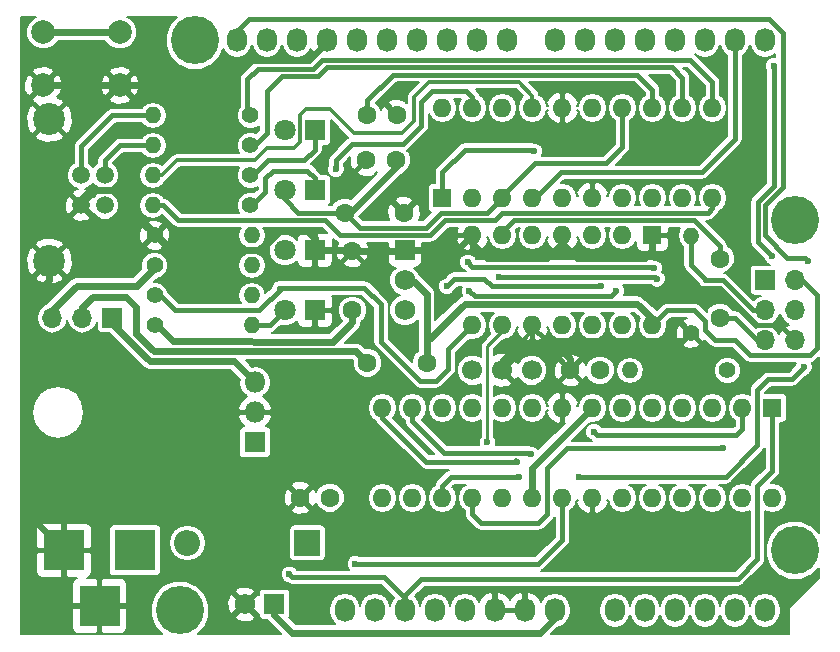
<source format=gbr>
G04 #@! TF.FileFunction,Copper,L1,Top,Signal*
%FSLAX46Y46*%
G04 Gerber Fmt 4.6, Leading zero omitted, Abs format (unit mm)*
G04 Created by KiCad (PCBNEW 4.0.6) date 08/25/20 17:01:17*
%MOMM*%
%LPD*%
G01*
G04 APERTURE LIST*
%ADD10C,0.100000*%
%ADD11C,1.750000*%
%ADD12R,1.700000X1.700000*%
%ADD13R,2.200000X2.200000*%
%ADD14O,2.200000X2.200000*%
%ADD15C,1.600000*%
%ADD16O,1.700000X1.700000*%
%ADD17C,1.520000*%
%ADD18C,2.700000*%
%ADD19R,3.500000X3.500000*%
%ADD20O,1.727200X2.032000*%
%ADD21C,4.064000*%
%ADD22C,2.000000*%
%ADD23R,1.800000X1.800000*%
%ADD24O,1.800000X1.800000*%
%ADD25R,1.600000X1.600000*%
%ADD26O,1.600000X1.600000*%
%ADD27C,1.700000*%
%ADD28C,1.800000*%
%ADD29R,1.750000X1.750000*%
%ADD30C,1.400000*%
%ADD31O,1.400000X1.400000*%
%ADD32C,0.600000*%
%ADD33C,0.609600*%
%ADD34C,0.406400*%
%ADD35C,0.304800*%
%ADD36C,0.254000*%
%ADD37C,0.200000*%
G04 APERTURE END LIST*
D10*
D11*
X144018000Y-98425000D03*
X144018000Y-95885000D03*
D12*
X144018000Y-93345000D03*
D13*
X135763000Y-118110000D03*
D14*
X125603000Y-118110000D03*
D15*
X138938000Y-90170000D03*
X143938000Y-90170000D03*
X170688000Y-99060000D03*
X170688000Y-94060000D03*
X139573000Y-98425000D03*
X139573000Y-93425000D03*
D12*
X174498000Y-95885000D03*
D16*
X177038000Y-95885000D03*
X174498000Y-98425000D03*
X177038000Y-98425000D03*
X174498000Y-100965000D03*
X177038000Y-100965000D03*
D15*
X140843000Y-102870000D03*
X145843000Y-102870000D03*
D17*
X118618000Y-86995000D03*
X118618000Y-89535000D03*
X116618000Y-89535000D03*
X116618000Y-86995000D03*
D18*
X113918000Y-82265000D03*
X113918000Y-94265000D03*
D19*
X121158000Y-118745000D03*
X115158000Y-118745000D03*
X118158000Y-123445000D03*
D12*
X119253000Y-99060000D03*
D16*
X116713000Y-99060000D03*
X114173000Y-99060000D03*
D20*
X138938000Y-123825000D03*
X141478000Y-123825000D03*
X144018000Y-123825000D03*
X146558000Y-123825000D03*
X149098000Y-123825000D03*
X151638000Y-123825000D03*
X154178000Y-123825000D03*
X156718000Y-123825000D03*
X161798000Y-123825000D03*
X164338000Y-123825000D03*
X166878000Y-123825000D03*
X169418000Y-123825000D03*
X171958000Y-123825000D03*
X174498000Y-123825000D03*
X129794000Y-75565000D03*
X132334000Y-75565000D03*
X134874000Y-75565000D03*
X137414000Y-75565000D03*
X139954000Y-75565000D03*
X142494000Y-75565000D03*
X145034000Y-75565000D03*
X147574000Y-75565000D03*
X150114000Y-75565000D03*
X152654000Y-75565000D03*
X156718000Y-75565000D03*
X159258000Y-75565000D03*
X161798000Y-75565000D03*
X164338000Y-75565000D03*
X166878000Y-75565000D03*
X169418000Y-75565000D03*
X171958000Y-75565000D03*
X174498000Y-75565000D03*
D21*
X124968000Y-123825000D03*
X177038000Y-118745000D03*
X126238000Y-75565000D03*
X177038000Y-90805000D03*
D22*
X119888000Y-74875000D03*
X119888000Y-79375000D03*
X113388000Y-74875000D03*
X113388000Y-79375000D03*
D23*
X131318000Y-109601000D03*
D24*
X131318000Y-107061000D03*
X131318000Y-104521000D03*
D25*
X147193000Y-88900000D03*
D26*
X170053000Y-81280000D03*
X149733000Y-88900000D03*
X167513000Y-81280000D03*
X152273000Y-88900000D03*
X164973000Y-81280000D03*
X154813000Y-88900000D03*
X162433000Y-81280000D03*
X157353000Y-88900000D03*
X159893000Y-81280000D03*
X159893000Y-88900000D03*
X157353000Y-81280000D03*
X162433000Y-88900000D03*
X154813000Y-81280000D03*
X164973000Y-88900000D03*
X152273000Y-81280000D03*
X167513000Y-88900000D03*
X149733000Y-81280000D03*
X170053000Y-88900000D03*
X147193000Y-81280000D03*
D25*
X164973000Y-92075000D03*
D26*
X149733000Y-99695000D03*
X162433000Y-92075000D03*
X152273000Y-99695000D03*
X159893000Y-92075000D03*
X154813000Y-99695000D03*
X157353000Y-92075000D03*
X157353000Y-99695000D03*
X154813000Y-92075000D03*
X159893000Y-99695000D03*
X152273000Y-92075000D03*
X162433000Y-99695000D03*
X149733000Y-92075000D03*
X164973000Y-99695000D03*
D25*
X175133000Y-106680000D03*
D26*
X142113000Y-114300000D03*
X172593000Y-106680000D03*
X144653000Y-114300000D03*
X170053000Y-106680000D03*
X147193000Y-114300000D03*
X167513000Y-106680000D03*
X149733000Y-114300000D03*
X164973000Y-106680000D03*
X152273000Y-114300000D03*
X162433000Y-106680000D03*
X154813000Y-114300000D03*
X159893000Y-106680000D03*
X157353000Y-114300000D03*
X157353000Y-106680000D03*
X159893000Y-114300000D03*
X154813000Y-106680000D03*
X162433000Y-114300000D03*
X152273000Y-106680000D03*
X164973000Y-114300000D03*
X149733000Y-106680000D03*
X167513000Y-114300000D03*
X147193000Y-106680000D03*
X170053000Y-114300000D03*
X144653000Y-106680000D03*
X172593000Y-114300000D03*
X142113000Y-106680000D03*
X175133000Y-114300000D03*
D27*
X149733000Y-103505000D03*
X152233000Y-103505000D03*
X154733000Y-103505000D03*
D23*
X136398000Y-98425000D03*
D28*
X133858000Y-98425000D03*
D23*
X136398000Y-83185000D03*
D28*
X133858000Y-83185000D03*
D23*
X136398000Y-88265000D03*
D28*
X133858000Y-88265000D03*
D23*
X136398000Y-93345000D03*
D28*
X133858000Y-93345000D03*
D15*
X160528000Y-103505000D03*
X158028000Y-103505000D03*
X137668000Y-114300000D03*
X135168000Y-114300000D03*
X140843000Y-81915000D03*
X143343000Y-81915000D03*
X143256000Y-85725000D03*
X140756000Y-85725000D03*
D29*
X132969000Y-123317000D03*
D11*
X130469000Y-123317000D03*
D30*
X122813000Y-97155000D03*
D31*
X131063000Y-97155000D03*
D30*
X168248000Y-100365000D03*
D31*
X168248000Y-92115000D03*
D30*
X171319000Y-103505000D03*
D31*
X163069000Y-103505000D03*
D30*
X122813000Y-92075000D03*
D31*
X131063000Y-92075000D03*
D30*
X130933000Y-89535000D03*
D31*
X122683000Y-89535000D03*
D30*
X130933000Y-86995000D03*
D31*
X122683000Y-86995000D03*
D30*
X122813000Y-99695000D03*
D31*
X131063000Y-99695000D03*
D30*
X122813000Y-94615000D03*
D31*
X131063000Y-94615000D03*
D30*
X130933000Y-84455000D03*
D31*
X122683000Y-84455000D03*
D30*
X130933000Y-81915000D03*
D31*
X122683000Y-81915000D03*
D32*
X134239000Y-120777000D03*
X121158000Y-111125000D03*
X118618000Y-106045000D03*
X118618000Y-108585000D03*
X116078000Y-111125000D03*
X113538000Y-111125000D03*
X118618000Y-111125000D03*
X121158000Y-108585000D03*
X123698000Y-108585000D03*
X126238000Y-108585000D03*
X126238000Y-111125000D03*
X123698000Y-111125000D03*
X118618000Y-103505000D03*
X121158000Y-103505000D03*
X121158000Y-106045000D03*
X123698000Y-106045000D03*
X126238000Y-106045000D03*
X116078000Y-103505000D03*
X113538000Y-103505000D03*
X139827000Y-119888000D03*
X175260000Y-77724000D03*
X175133000Y-93853000D03*
X178181000Y-94234000D03*
X153543000Y-111252000D03*
X154686000Y-110617000D03*
X160655000Y-96393000D03*
X147574000Y-96393000D03*
X149352000Y-94361000D03*
X165100000Y-94869000D03*
X152019000Y-95631000D03*
X165354000Y-95758000D03*
X151003000Y-109601000D03*
X170942000Y-110109000D03*
X160020000Y-108712000D03*
X138176000Y-86487000D03*
X154940000Y-84963000D03*
X161925000Y-96774000D03*
X149479000Y-96774000D03*
X177800000Y-103251000D03*
X153670000Y-112522000D03*
X158750000Y-112522000D03*
D33*
X113388000Y-74875000D02*
X119888000Y-74875000D01*
D34*
X171958000Y-99060000D02*
X170688000Y-99060000D01*
X174498000Y-100965000D02*
X173863000Y-100965000D01*
X173863000Y-100965000D02*
X171958000Y-99060000D01*
X144018000Y-123825000D02*
X144018000Y-122555000D01*
X144018000Y-122555000D02*
X145415000Y-121158000D01*
X144018000Y-122809000D02*
X144018000Y-123825000D01*
X142240000Y-121031000D02*
X144018000Y-122809000D01*
X134493000Y-121031000D02*
X142240000Y-121031000D01*
X134239000Y-120777000D02*
X134493000Y-121031000D01*
X175133000Y-112014000D02*
X175133000Y-106680000D01*
X173863000Y-113284000D02*
X175133000Y-112014000D01*
X173863000Y-119507000D02*
X173863000Y-113284000D01*
X172212000Y-121158000D02*
X173863000Y-119507000D01*
X145415000Y-121158000D02*
X172212000Y-121158000D01*
X167640000Y-100965000D02*
X167648000Y-100965000D01*
X155956000Y-100965000D02*
X167640000Y-100965000D01*
X154813000Y-99822000D02*
X155956000Y-100965000D01*
X167648000Y-100965000D02*
X168248000Y-100365000D01*
D33*
X131318000Y-93345000D02*
X131826000Y-93345000D01*
X131191000Y-93345000D02*
X131318000Y-93345000D01*
X124333000Y-93345000D02*
X131191000Y-93345000D01*
X123063000Y-92075000D02*
X124333000Y-93345000D01*
X131826000Y-93345000D02*
X133477000Y-91694000D01*
D35*
X154813000Y-99695000D02*
X154813000Y-100203000D01*
X154813000Y-100203000D02*
X152233000Y-102783000D01*
X152233000Y-102783000D02*
X152233000Y-103505000D01*
X118618000Y-106045000D02*
X118618000Y-108585000D01*
X116078000Y-111125000D02*
X113538000Y-111125000D01*
X118618000Y-111125000D02*
X121158000Y-111125000D01*
X126238000Y-108585000D02*
X123698000Y-108585000D01*
X123698000Y-111125000D02*
X126238000Y-111125000D01*
X131318000Y-107061000D02*
X127254000Y-107061000D01*
X121158000Y-103505000D02*
X118618000Y-103505000D01*
X123698000Y-106045000D02*
X121158000Y-106045000D01*
X127254000Y-107061000D02*
X126238000Y-106045000D01*
X116078000Y-103505000D02*
X113538000Y-103505000D01*
D33*
X137414000Y-75565000D02*
X137414000Y-75692000D01*
X137414000Y-75692000D02*
X135890000Y-77216000D01*
X126238000Y-79375000D02*
X119888000Y-79375000D01*
X128397000Y-77216000D02*
X126238000Y-79375000D01*
X135890000Y-77216000D02*
X128397000Y-77216000D01*
X152233000Y-103505000D02*
X152233000Y-102783000D01*
X152233000Y-102783000D02*
X153035000Y-101981000D01*
X158028000Y-102529000D02*
X158028000Y-103505000D01*
X157480000Y-101981000D02*
X158028000Y-102529000D01*
X153035000Y-101981000D02*
X157480000Y-101981000D01*
X113918000Y-94265000D02*
X113918000Y-95886000D01*
X111760000Y-115347000D02*
X115158000Y-118745000D01*
X111760000Y-98044000D02*
X111760000Y-115347000D01*
X113918000Y-95886000D02*
X111760000Y-98044000D01*
X136398000Y-92329000D02*
X136398000Y-93345000D01*
X133477000Y-91694000D02*
X133985000Y-91694000D01*
X133985000Y-91694000D02*
X135763000Y-91694000D01*
X135763000Y-91694000D02*
X136398000Y-92329000D01*
X152233000Y-103505000D02*
X152233000Y-103037000D01*
X158028000Y-102910000D02*
X158028000Y-103505000D01*
D34*
X177038000Y-100965000D02*
X175768000Y-99695000D01*
X168148000Y-96520000D02*
X164973000Y-93345000D01*
X170688000Y-96520000D02*
X168148000Y-96520000D01*
X173863000Y-99695000D02*
X170688000Y-96520000D01*
X175768000Y-99695000D02*
X173863000Y-99695000D01*
X164973000Y-93345000D02*
X164973000Y-92075000D01*
D33*
X157353000Y-92075000D02*
X157353000Y-92710000D01*
X157353000Y-92710000D02*
X158623000Y-93980000D01*
X164973000Y-93345000D02*
X164973000Y-92075000D01*
X164338000Y-93980000D02*
X164973000Y-93345000D01*
X158623000Y-93980000D02*
X164338000Y-93980000D01*
X149733000Y-92075000D02*
X149733000Y-92710000D01*
X149733000Y-92710000D02*
X151003000Y-93980000D01*
X151003000Y-93980000D02*
X156083000Y-93980000D01*
X156083000Y-93980000D02*
X157353000Y-92710000D01*
X116618000Y-89535000D02*
X116618000Y-88995000D01*
X116618000Y-88995000D02*
X117348000Y-88265000D01*
X119253000Y-88265000D02*
X123063000Y-92075000D01*
X117348000Y-88265000D02*
X119253000Y-88265000D01*
X144018000Y-93345000D02*
X148463000Y-93345000D01*
X148463000Y-93345000D02*
X149733000Y-92075000D01*
X139573000Y-93425000D02*
X143938000Y-93425000D01*
X143938000Y-93425000D02*
X144018000Y-93345000D01*
X136398000Y-93345000D02*
X139493000Y-93345000D01*
X139493000Y-93345000D02*
X139573000Y-93425000D01*
X113388000Y-79375000D02*
X119888000Y-79375000D01*
D34*
X154813000Y-99695000D02*
X154813000Y-99822000D01*
D33*
X156718000Y-123825000D02*
X156718000Y-124460000D01*
X156718000Y-124460000D02*
X155448000Y-125730000D01*
X155448000Y-125730000D02*
X134493000Y-125730000D01*
X134493000Y-125730000D02*
X132969000Y-124206000D01*
X132969000Y-124206000D02*
X132969000Y-123317000D01*
D34*
X155321000Y-119888000D02*
X157353000Y-117856000D01*
X157353000Y-114300000D02*
X157353000Y-117856000D01*
X139827000Y-119888000D02*
X155321000Y-119888000D01*
X175260000Y-87915418D02*
X175260000Y-77724000D01*
X173891598Y-89283820D02*
X175260000Y-87915418D01*
X173891598Y-92611598D02*
X173891598Y-89283820D01*
X175133000Y-93853000D02*
X173891598Y-92611598D01*
X130810000Y-73787000D02*
X129794000Y-74803000D01*
X174879000Y-73787000D02*
X130810000Y-73787000D01*
X176022000Y-74930000D02*
X174879000Y-73787000D01*
X176022000Y-88011000D02*
X176022000Y-74930000D01*
X174498000Y-89535000D02*
X176022000Y-88011000D01*
X174498000Y-92075000D02*
X174498000Y-89535000D01*
X176403000Y-93980000D02*
X174498000Y-92075000D01*
X177927000Y-93980000D02*
X176403000Y-93980000D01*
X178181000Y-94234000D02*
X177927000Y-93980000D01*
X129794000Y-74803000D02*
X129794000Y-75565000D01*
X153543000Y-111252000D02*
X145796000Y-111252000D01*
X142113000Y-107569000D02*
X142113000Y-106680000D01*
X145796000Y-111252000D02*
X142113000Y-107569000D01*
D35*
X153416000Y-111125000D02*
X153543000Y-111252000D01*
D34*
X144653000Y-107823000D02*
X144653000Y-106680000D01*
X147320000Y-110490000D02*
X144653000Y-107823000D01*
X154559000Y-110490000D02*
X147320000Y-110490000D01*
X154686000Y-110617000D02*
X154559000Y-110490000D01*
X151384000Y-96393000D02*
X150749000Y-95758000D01*
X160655000Y-96393000D02*
X151384000Y-96393000D01*
X148209000Y-95758000D02*
X147574000Y-96393000D01*
X150749000Y-95758000D02*
X148209000Y-95758000D01*
X149733000Y-94742000D02*
X149352000Y-94361000D01*
X164973000Y-94742000D02*
X149733000Y-94742000D01*
X165100000Y-94869000D02*
X164973000Y-94742000D01*
X169418000Y-95885000D02*
X169418000Y-95785000D01*
X174498000Y-98425000D02*
X173450582Y-98425000D01*
X173450582Y-98425000D02*
X170910582Y-95885000D01*
X170910582Y-95885000D02*
X169418000Y-95885000D01*
X168248000Y-94615000D02*
X168248000Y-92115000D01*
X169418000Y-95785000D02*
X168248000Y-94615000D01*
D36*
X151003000Y-101473000D02*
X151003000Y-109601000D01*
X152273000Y-100203000D02*
X151003000Y-101473000D01*
X152273000Y-99695000D02*
X152273000Y-100203000D01*
D34*
X165227000Y-95631000D02*
X152019000Y-95631000D01*
X165354000Y-95758000D02*
X165227000Y-95631000D01*
X145796000Y-91440000D02*
X147066000Y-90170000D01*
X147066000Y-90170000D02*
X151003000Y-90170000D01*
X152273000Y-88900000D02*
X151003000Y-90170000D01*
X140208000Y-91440000D02*
X138938000Y-90170000D01*
X145796000Y-91440000D02*
X140208000Y-91440000D01*
D33*
X139382500Y-90170000D02*
X143256000Y-86296500D01*
X138938000Y-90170000D02*
X139382500Y-90170000D01*
X143256000Y-86296500D02*
X143256000Y-85725000D01*
D34*
X152273000Y-88900000D02*
X152273000Y-88773000D01*
X152273000Y-88773000D02*
X155067000Y-85979000D01*
X162433000Y-84582000D02*
X162433000Y-81280000D01*
X161036000Y-85979000D02*
X162433000Y-84582000D01*
X155067000Y-85979000D02*
X161036000Y-85979000D01*
X138938000Y-90170000D02*
X139065000Y-90170000D01*
X133858000Y-88265000D02*
X133858000Y-89027000D01*
X133858000Y-89027000D02*
X135001000Y-90170000D01*
X135001000Y-90170000D02*
X138938000Y-90170000D01*
X170942000Y-110109000D02*
X160147000Y-110109000D01*
X160147000Y-110109000D02*
X157734000Y-110109000D01*
X157734000Y-110109000D02*
X156083000Y-111760000D01*
X156083000Y-111760000D02*
X156083000Y-115697000D01*
X156083000Y-115697000D02*
X155321000Y-116459000D01*
X155321000Y-116459000D02*
X150495000Y-116459000D01*
X150495000Y-116459000D02*
X149733000Y-115697000D01*
X149733000Y-115697000D02*
X149733000Y-114300000D01*
X164973000Y-81280000D02*
X164973000Y-79727402D01*
X140843000Y-80645000D02*
X140843000Y-81915000D01*
X143030598Y-78457402D02*
X140843000Y-80645000D01*
X163703000Y-78457402D02*
X143030598Y-78457402D01*
X164973000Y-79727402D02*
X163703000Y-78457402D01*
D33*
X118743050Y-99060000D02*
X122394254Y-102711204D01*
X122394254Y-102711204D02*
X129508204Y-102711204D01*
X129508204Y-102711204D02*
X131318000Y-104521000D01*
X144018000Y-95885000D02*
X144653000Y-95885000D01*
X144653000Y-95885000D02*
X145843000Y-97075000D01*
X145843000Y-97075000D02*
X145843000Y-102870000D01*
D34*
X171958000Y-100965000D02*
X170307000Y-100965000D01*
X171958000Y-100965000D02*
X173228000Y-102235000D01*
X173228000Y-102235000D02*
X178308000Y-102235000D01*
X178308000Y-102235000D02*
X178943000Y-101600000D01*
X178943000Y-101600000D02*
X178943000Y-97155000D01*
X177673000Y-95885000D02*
X178943000Y-97155000D01*
X166243000Y-98425000D02*
X164973000Y-99695000D01*
X168529000Y-98425000D02*
X166243000Y-98425000D01*
X169418000Y-99314000D02*
X168529000Y-98425000D01*
X169418000Y-100076000D02*
X169418000Y-99314000D01*
X170307000Y-100965000D02*
X169418000Y-100076000D01*
D33*
X154813000Y-114300000D02*
X154813000Y-111760000D01*
X154813000Y-111760000D02*
X159893000Y-106680000D01*
X123063000Y-99695000D02*
X122999500Y-99631500D01*
X139573000Y-99441000D02*
X139573000Y-98425000D01*
X137922000Y-101092000D02*
X139573000Y-99441000D01*
X124396500Y-101028500D02*
X137922000Y-101092000D01*
X122999500Y-99631500D02*
X124396500Y-101028500D01*
D34*
X177673000Y-95885000D02*
X177038000Y-95885000D01*
D33*
X164973000Y-99695000D02*
X164973000Y-99060000D01*
X164973000Y-99060000D02*
X163703000Y-97917000D01*
X145843000Y-101045000D02*
X145843000Y-102870000D01*
X149098000Y-97917000D02*
X145843000Y-101045000D01*
X163703000Y-97917000D02*
X149098000Y-97917000D01*
D34*
X152273000Y-92075000D02*
X152273000Y-91821000D01*
X152273000Y-91821000D02*
X153289000Y-90805000D01*
X153289000Y-90805000D02*
X168529000Y-90805000D01*
X168529000Y-90805000D02*
X170688000Y-92964000D01*
X170688000Y-92964000D02*
X170688000Y-94060000D01*
X130683000Y-99695000D02*
X132588000Y-99695000D01*
X132588000Y-99695000D02*
X133858000Y-98425000D01*
X130683000Y-86995000D02*
X131191000Y-86995000D01*
X131191000Y-86995000D02*
X132461000Y-85725000D01*
X132461000Y-85725000D02*
X135509000Y-85725000D01*
X135509000Y-85725000D02*
X136398000Y-84836000D01*
X136398000Y-84836000D02*
X136398000Y-83185000D01*
X130683000Y-89535000D02*
X131064000Y-89535000D01*
X131064000Y-89535000D02*
X132207000Y-88392000D01*
X132207000Y-88392000D02*
X132207000Y-87249000D01*
X132207000Y-87249000D02*
X132842000Y-86614000D01*
X132842000Y-86614000D02*
X135763000Y-86614000D01*
X135763000Y-86614000D02*
X136398000Y-87249000D01*
X136398000Y-87249000D02*
X136398000Y-88265000D01*
D33*
X114173000Y-99060000D02*
X114173000Y-98425000D01*
X114173000Y-98425000D02*
X116252602Y-96345398D01*
X121332602Y-96345398D02*
X123063000Y-94615000D01*
X116252602Y-96345398D02*
X121332602Y-96345398D01*
D34*
X154813000Y-88900000D02*
X155067000Y-88900000D01*
X155067000Y-88900000D02*
X157226000Y-86741000D01*
X157226000Y-86741000D02*
X169164000Y-86741000D01*
X169164000Y-86741000D02*
X171958000Y-83947000D01*
X171958000Y-83947000D02*
X171958000Y-75565000D01*
X172593000Y-108458000D02*
X172593000Y-106680000D01*
X172085000Y-108966000D02*
X172593000Y-108458000D01*
X160274000Y-108966000D02*
X172085000Y-108966000D01*
X160020000Y-108712000D02*
X160274000Y-108966000D01*
X149733000Y-81280000D02*
X149733000Y-80391000D01*
X138176000Y-85725000D02*
X138176000Y-86487000D01*
X139573000Y-84328000D02*
X138176000Y-85725000D01*
X143891000Y-84328000D02*
X139573000Y-84328000D01*
X145415000Y-82804000D02*
X143891000Y-84328000D01*
X145415000Y-80772000D02*
X145415000Y-82804000D01*
X146304000Y-79883000D02*
X145415000Y-80772000D01*
X149225000Y-79883000D02*
X146304000Y-79883000D01*
X149733000Y-80391000D02*
X149225000Y-79883000D01*
D35*
X154813000Y-81280000D02*
X154813000Y-80264000D01*
X132334000Y-84709000D02*
X131318000Y-85725000D01*
X134620000Y-84709000D02*
X132334000Y-84709000D01*
X135128000Y-84201000D02*
X134620000Y-84709000D01*
X135128000Y-81915000D02*
X135128000Y-84201000D01*
X135636000Y-81407000D02*
X135128000Y-81915000D01*
X137668000Y-81407000D02*
X135636000Y-81407000D01*
X139700000Y-83439000D02*
X137668000Y-81407000D01*
X143764000Y-83439000D02*
X139700000Y-83439000D01*
X144780000Y-82423000D02*
X143764000Y-83439000D01*
X144780000Y-80391000D02*
X144780000Y-82423000D01*
X146050000Y-79121000D02*
X144780000Y-80391000D01*
X153670000Y-79121000D02*
X146050000Y-79121000D01*
X154813000Y-80264000D02*
X153670000Y-79121000D01*
X131318000Y-85725000D02*
X124714000Y-85725000D01*
X124714000Y-85725000D02*
X123444000Y-86995000D01*
X123444000Y-86995000D02*
X122683000Y-86995000D01*
D34*
X170053000Y-88900000D02*
X170053000Y-89789000D01*
X146177000Y-92075000D02*
X147447000Y-90805000D01*
X138557000Y-92075000D02*
X146177000Y-92075000D01*
X137287000Y-90805000D02*
X138557000Y-92075000D01*
X124841000Y-90805000D02*
X137287000Y-90805000D01*
X124841000Y-90805000D02*
X123571000Y-89535000D01*
X147475598Y-90776402D02*
X147447000Y-90805000D01*
X151666598Y-90776402D02*
X147475598Y-90776402D01*
X152244402Y-90198598D02*
X151666598Y-90776402D01*
X169643402Y-90198598D02*
X152244402Y-90198598D01*
X170053000Y-89789000D02*
X169643402Y-90198598D01*
X123063000Y-89535000D02*
X123571000Y-89535000D01*
X137541000Y-77216000D02*
X137033000Y-77216000D01*
X170053000Y-79121000D02*
X168148000Y-77216000D01*
X168148000Y-77216000D02*
X137541000Y-77216000D01*
X170053000Y-81280000D02*
X170053000Y-79121000D01*
X130683000Y-78867000D02*
X130683000Y-81915000D01*
X131572000Y-77978000D02*
X130683000Y-78867000D01*
X136271000Y-77978000D02*
X131572000Y-77978000D01*
X137033000Y-77216000D02*
X136271000Y-77978000D01*
X130933000Y-84455000D02*
X131318000Y-84455000D01*
X131318000Y-84455000D02*
X132334000Y-83439000D01*
X132334000Y-83439000D02*
X132334000Y-79854402D01*
X132334000Y-79854402D02*
X133575402Y-78613000D01*
X133575402Y-78613000D02*
X133575402Y-78584402D01*
X133575402Y-78584402D02*
X133575402Y-78613000D01*
X138303000Y-77851000D02*
X137414000Y-77851000D01*
X167513000Y-78740000D02*
X166624000Y-77851000D01*
X166624000Y-77851000D02*
X138303000Y-77851000D01*
X167513000Y-81280000D02*
X167513000Y-78740000D01*
X136652000Y-78613000D02*
X133575402Y-78613000D01*
X137414000Y-77851000D02*
X136652000Y-78613000D01*
X131191000Y-98425000D02*
X131699000Y-98425000D01*
X123317000Y-97155000D02*
X124587000Y-98425000D01*
X124587000Y-98425000D02*
X131191000Y-98425000D01*
X133604000Y-96520000D02*
X133350000Y-96520000D01*
X131699000Y-98425000D02*
X133604000Y-96520000D01*
X144399000Y-103505000D02*
X141986000Y-101092000D01*
X141986000Y-101092000D02*
X141986000Y-97917000D01*
X141986000Y-97917000D02*
X140589000Y-96520000D01*
X140589000Y-96520000D02*
X133350000Y-96520000D01*
X144399000Y-103505000D02*
X145288000Y-104394000D01*
X145288000Y-104394000D02*
X146685000Y-104394000D01*
X146685000Y-104394000D02*
X147701000Y-103378000D01*
X147701000Y-103378000D02*
X147701000Y-101727000D01*
X149733000Y-99695000D02*
X147701000Y-101727000D01*
X123063000Y-97155000D02*
X123317000Y-97155000D01*
X154940000Y-84963000D02*
X154813000Y-84836000D01*
X154813000Y-84836000D02*
X149098000Y-84836000D01*
X149098000Y-84836000D02*
X147193000Y-86741000D01*
X147193000Y-86741000D02*
X147193000Y-88900000D01*
X161925000Y-96774000D02*
X161490002Y-97208998D01*
X161490002Y-97208998D02*
X149913998Y-97208998D01*
X149913998Y-97208998D02*
X149479000Y-96774000D01*
D33*
X116713000Y-99060000D02*
X116713000Y-98171000D01*
X122729602Y-101901602D02*
X139874602Y-101901602D01*
X139874602Y-101901602D02*
X140843000Y-102870000D01*
X121285000Y-100457000D02*
X122729602Y-101901602D01*
X121285000Y-98171000D02*
X121285000Y-100457000D01*
X120396000Y-97282000D02*
X121285000Y-98171000D01*
X117602000Y-97282000D02*
X120396000Y-97282000D01*
X116713000Y-98171000D02*
X117602000Y-97282000D01*
D34*
X118618000Y-86995000D02*
X118618000Y-85725000D01*
X119888000Y-84455000D02*
X123063000Y-84455000D01*
X118618000Y-85725000D02*
X119888000Y-84455000D01*
X116618000Y-86995000D02*
X116618000Y-84550000D01*
X119253000Y-81915000D02*
X123063000Y-81915000D01*
X116618000Y-84550000D02*
X119253000Y-81915000D01*
X174752000Y-104267000D02*
X176784000Y-104267000D01*
X176784000Y-104267000D02*
X177800000Y-103251000D01*
X173863000Y-109855000D02*
X173863000Y-105156000D01*
X173863000Y-105156000D02*
X174752000Y-104267000D01*
X147193000Y-114300000D02*
X147193000Y-113284000D01*
X171196000Y-112522000D02*
X173863000Y-109855000D01*
X158750000Y-112522000D02*
X166370000Y-112522000D01*
X166370000Y-112522000D02*
X169799000Y-112522000D01*
X169799000Y-112522000D02*
X170815000Y-112522000D01*
X170815000Y-112522000D02*
X171196000Y-112522000D01*
X147955000Y-112522000D02*
X153670000Y-112522000D01*
X147193000Y-113284000D02*
X147955000Y-112522000D01*
X147193000Y-114300000D02*
X147193000Y-113792000D01*
D37*
G36*
X179053000Y-117250375D02*
X178445776Y-116642090D01*
X177533866Y-116263432D01*
X176546466Y-116262570D01*
X175633897Y-116639636D01*
X174935090Y-117337224D01*
X174556432Y-118249134D01*
X174555570Y-119236534D01*
X174932636Y-120149103D01*
X175630224Y-120847910D01*
X176542134Y-121226568D01*
X177529534Y-121227430D01*
X178442103Y-120850364D01*
X179053000Y-120240533D01*
X179053000Y-121067538D01*
X176666769Y-123453769D01*
X176552963Y-123624091D01*
X176513000Y-123825000D01*
X176513000Y-125840000D01*
X156405448Y-125840000D01*
X156977306Y-125268142D01*
X157220693Y-125219729D01*
X157646855Y-124934976D01*
X157931608Y-124508814D01*
X158031600Y-124006121D01*
X158031600Y-123643879D01*
X160484400Y-123643879D01*
X160484400Y-124006121D01*
X160584392Y-124508814D01*
X160869145Y-124934976D01*
X161295307Y-125219729D01*
X161798000Y-125319721D01*
X162300693Y-125219729D01*
X162726855Y-124934976D01*
X163011608Y-124508814D01*
X163068000Y-124225313D01*
X163124392Y-124508814D01*
X163409145Y-124934976D01*
X163835307Y-125219729D01*
X164338000Y-125319721D01*
X164840693Y-125219729D01*
X165266855Y-124934976D01*
X165551608Y-124508814D01*
X165608000Y-124225313D01*
X165664392Y-124508814D01*
X165949145Y-124934976D01*
X166375307Y-125219729D01*
X166878000Y-125319721D01*
X167380693Y-125219729D01*
X167806855Y-124934976D01*
X168091608Y-124508814D01*
X168148000Y-124225313D01*
X168204392Y-124508814D01*
X168489145Y-124934976D01*
X168915307Y-125219729D01*
X169418000Y-125319721D01*
X169920693Y-125219729D01*
X170346855Y-124934976D01*
X170631608Y-124508814D01*
X170688000Y-124225313D01*
X170744392Y-124508814D01*
X171029145Y-124934976D01*
X171455307Y-125219729D01*
X171958000Y-125319721D01*
X172460693Y-125219729D01*
X172886855Y-124934976D01*
X173171608Y-124508814D01*
X173228000Y-124225313D01*
X173284392Y-124508814D01*
X173569145Y-124934976D01*
X173995307Y-125219729D01*
X174498000Y-125319721D01*
X175000693Y-125219729D01*
X175426855Y-124934976D01*
X175711608Y-124508814D01*
X175811600Y-124006121D01*
X175811600Y-123643879D01*
X175711608Y-123141186D01*
X175426855Y-122715024D01*
X175000693Y-122430271D01*
X174498000Y-122330279D01*
X173995307Y-122430271D01*
X173569145Y-122715024D01*
X173284392Y-123141186D01*
X173228000Y-123424687D01*
X173171608Y-123141186D01*
X172886855Y-122715024D01*
X172460693Y-122430271D01*
X171958000Y-122330279D01*
X171455307Y-122430271D01*
X171029145Y-122715024D01*
X170744392Y-123141186D01*
X170688000Y-123424687D01*
X170631608Y-123141186D01*
X170346855Y-122715024D01*
X169920693Y-122430271D01*
X169418000Y-122330279D01*
X168915307Y-122430271D01*
X168489145Y-122715024D01*
X168204392Y-123141186D01*
X168148000Y-123424687D01*
X168091608Y-123141186D01*
X167806855Y-122715024D01*
X167380693Y-122430271D01*
X166878000Y-122330279D01*
X166375307Y-122430271D01*
X165949145Y-122715024D01*
X165664392Y-123141186D01*
X165608000Y-123424687D01*
X165551608Y-123141186D01*
X165266855Y-122715024D01*
X164840693Y-122430271D01*
X164338000Y-122330279D01*
X163835307Y-122430271D01*
X163409145Y-122715024D01*
X163124392Y-123141186D01*
X163068000Y-123424687D01*
X163011608Y-123141186D01*
X162726855Y-122715024D01*
X162300693Y-122430271D01*
X161798000Y-122330279D01*
X161295307Y-122430271D01*
X160869145Y-122715024D01*
X160584392Y-123141186D01*
X160484400Y-123643879D01*
X158031600Y-123643879D01*
X157931608Y-123141186D01*
X157646855Y-122715024D01*
X157220693Y-122430271D01*
X156718000Y-122330279D01*
X156215307Y-122430271D01*
X155789145Y-122715024D01*
X155514588Y-123125926D01*
X155431838Y-122902371D01*
X155041641Y-122481178D01*
X154559049Y-122251189D01*
X154332000Y-122362017D01*
X154332000Y-123671000D01*
X154352000Y-123671000D01*
X154352000Y-123979000D01*
X154332000Y-123979000D01*
X154332000Y-123999000D01*
X154024000Y-123999000D01*
X154024000Y-123979000D01*
X151792000Y-123979000D01*
X151792000Y-123999000D01*
X151484000Y-123999000D01*
X151484000Y-123979000D01*
X151464000Y-123979000D01*
X151464000Y-123671000D01*
X151484000Y-123671000D01*
X151484000Y-122362017D01*
X151792000Y-122362017D01*
X151792000Y-123671000D01*
X154024000Y-123671000D01*
X154024000Y-122362017D01*
X153796951Y-122251189D01*
X153314359Y-122481178D01*
X152924162Y-122902371D01*
X152908000Y-122946034D01*
X152891838Y-122902371D01*
X152501641Y-122481178D01*
X152019049Y-122251189D01*
X151792000Y-122362017D01*
X151484000Y-122362017D01*
X151256951Y-122251189D01*
X150774359Y-122481178D01*
X150384162Y-122902371D01*
X150301412Y-123125926D01*
X150026855Y-122715024D01*
X149600693Y-122430271D01*
X149098000Y-122330279D01*
X148595307Y-122430271D01*
X148169145Y-122715024D01*
X147884392Y-123141186D01*
X147828000Y-123424687D01*
X147771608Y-123141186D01*
X147486855Y-122715024D01*
X147060693Y-122430271D01*
X146558000Y-122330279D01*
X146055307Y-122430271D01*
X145629145Y-122715024D01*
X145344392Y-123141186D01*
X145288000Y-123424687D01*
X145231608Y-123141186D01*
X144946855Y-122715024D01*
X144847876Y-122648888D01*
X145685564Y-121811200D01*
X172212000Y-121811200D01*
X172461969Y-121761478D01*
X172673882Y-121619882D01*
X174324882Y-119968882D01*
X174466478Y-119756969D01*
X174516200Y-119507000D01*
X174516200Y-115386831D01*
X174654646Y-115479338D01*
X175133000Y-115574489D01*
X175611354Y-115479338D01*
X176016883Y-115208372D01*
X176287849Y-114802843D01*
X176383000Y-114324489D01*
X176383000Y-114275511D01*
X176287849Y-113797157D01*
X176016883Y-113391628D01*
X175611354Y-113120662D01*
X175133000Y-113025511D01*
X175023465Y-113047299D01*
X175594882Y-112475882D01*
X175736478Y-112263969D01*
X175786200Y-112014000D01*
X175786200Y-107938816D01*
X175933000Y-107938816D01*
X176099760Y-107907438D01*
X176252919Y-107808883D01*
X176355668Y-107658505D01*
X176391816Y-107480000D01*
X176391816Y-105880000D01*
X176360438Y-105713240D01*
X176261883Y-105560081D01*
X176111505Y-105457332D01*
X175933000Y-105421184D01*
X174521580Y-105421184D01*
X175022564Y-104920200D01*
X176784000Y-104920200D01*
X177033969Y-104870478D01*
X177245882Y-104728882D01*
X177991311Y-103983453D01*
X178224286Y-103887189D01*
X178435448Y-103676395D01*
X178549869Y-103400839D01*
X178550130Y-103102470D01*
X178449930Y-102859968D01*
X178557969Y-102838478D01*
X178769882Y-102696882D01*
X179053000Y-102413764D01*
X179053000Y-117250375D01*
X179053000Y-117250375D01*
G37*
X179053000Y-117250375D02*
X178445776Y-116642090D01*
X177533866Y-116263432D01*
X176546466Y-116262570D01*
X175633897Y-116639636D01*
X174935090Y-117337224D01*
X174556432Y-118249134D01*
X174555570Y-119236534D01*
X174932636Y-120149103D01*
X175630224Y-120847910D01*
X176542134Y-121226568D01*
X177529534Y-121227430D01*
X178442103Y-120850364D01*
X179053000Y-120240533D01*
X179053000Y-121067538D01*
X176666769Y-123453769D01*
X176552963Y-123624091D01*
X176513000Y-123825000D01*
X176513000Y-125840000D01*
X156405448Y-125840000D01*
X156977306Y-125268142D01*
X157220693Y-125219729D01*
X157646855Y-124934976D01*
X157931608Y-124508814D01*
X158031600Y-124006121D01*
X158031600Y-123643879D01*
X160484400Y-123643879D01*
X160484400Y-124006121D01*
X160584392Y-124508814D01*
X160869145Y-124934976D01*
X161295307Y-125219729D01*
X161798000Y-125319721D01*
X162300693Y-125219729D01*
X162726855Y-124934976D01*
X163011608Y-124508814D01*
X163068000Y-124225313D01*
X163124392Y-124508814D01*
X163409145Y-124934976D01*
X163835307Y-125219729D01*
X164338000Y-125319721D01*
X164840693Y-125219729D01*
X165266855Y-124934976D01*
X165551608Y-124508814D01*
X165608000Y-124225313D01*
X165664392Y-124508814D01*
X165949145Y-124934976D01*
X166375307Y-125219729D01*
X166878000Y-125319721D01*
X167380693Y-125219729D01*
X167806855Y-124934976D01*
X168091608Y-124508814D01*
X168148000Y-124225313D01*
X168204392Y-124508814D01*
X168489145Y-124934976D01*
X168915307Y-125219729D01*
X169418000Y-125319721D01*
X169920693Y-125219729D01*
X170346855Y-124934976D01*
X170631608Y-124508814D01*
X170688000Y-124225313D01*
X170744392Y-124508814D01*
X171029145Y-124934976D01*
X171455307Y-125219729D01*
X171958000Y-125319721D01*
X172460693Y-125219729D01*
X172886855Y-124934976D01*
X173171608Y-124508814D01*
X173228000Y-124225313D01*
X173284392Y-124508814D01*
X173569145Y-124934976D01*
X173995307Y-125219729D01*
X174498000Y-125319721D01*
X175000693Y-125219729D01*
X175426855Y-124934976D01*
X175711608Y-124508814D01*
X175811600Y-124006121D01*
X175811600Y-123643879D01*
X175711608Y-123141186D01*
X175426855Y-122715024D01*
X175000693Y-122430271D01*
X174498000Y-122330279D01*
X173995307Y-122430271D01*
X173569145Y-122715024D01*
X173284392Y-123141186D01*
X173228000Y-123424687D01*
X173171608Y-123141186D01*
X172886855Y-122715024D01*
X172460693Y-122430271D01*
X171958000Y-122330279D01*
X171455307Y-122430271D01*
X171029145Y-122715024D01*
X170744392Y-123141186D01*
X170688000Y-123424687D01*
X170631608Y-123141186D01*
X170346855Y-122715024D01*
X169920693Y-122430271D01*
X169418000Y-122330279D01*
X168915307Y-122430271D01*
X168489145Y-122715024D01*
X168204392Y-123141186D01*
X168148000Y-123424687D01*
X168091608Y-123141186D01*
X167806855Y-122715024D01*
X167380693Y-122430271D01*
X166878000Y-122330279D01*
X166375307Y-122430271D01*
X165949145Y-122715024D01*
X165664392Y-123141186D01*
X165608000Y-123424687D01*
X165551608Y-123141186D01*
X165266855Y-122715024D01*
X164840693Y-122430271D01*
X164338000Y-122330279D01*
X163835307Y-122430271D01*
X163409145Y-122715024D01*
X163124392Y-123141186D01*
X163068000Y-123424687D01*
X163011608Y-123141186D01*
X162726855Y-122715024D01*
X162300693Y-122430271D01*
X161798000Y-122330279D01*
X161295307Y-122430271D01*
X160869145Y-122715024D01*
X160584392Y-123141186D01*
X160484400Y-123643879D01*
X158031600Y-123643879D01*
X157931608Y-123141186D01*
X157646855Y-122715024D01*
X157220693Y-122430271D01*
X156718000Y-122330279D01*
X156215307Y-122430271D01*
X155789145Y-122715024D01*
X155514588Y-123125926D01*
X155431838Y-122902371D01*
X155041641Y-122481178D01*
X154559049Y-122251189D01*
X154332000Y-122362017D01*
X154332000Y-123671000D01*
X154352000Y-123671000D01*
X154352000Y-123979000D01*
X154332000Y-123979000D01*
X154332000Y-123999000D01*
X154024000Y-123999000D01*
X154024000Y-123979000D01*
X151792000Y-123979000D01*
X151792000Y-123999000D01*
X151484000Y-123999000D01*
X151484000Y-123979000D01*
X151464000Y-123979000D01*
X151464000Y-123671000D01*
X151484000Y-123671000D01*
X151484000Y-122362017D01*
X151792000Y-122362017D01*
X151792000Y-123671000D01*
X154024000Y-123671000D01*
X154024000Y-122362017D01*
X153796951Y-122251189D01*
X153314359Y-122481178D01*
X152924162Y-122902371D01*
X152908000Y-122946034D01*
X152891838Y-122902371D01*
X152501641Y-122481178D01*
X152019049Y-122251189D01*
X151792000Y-122362017D01*
X151484000Y-122362017D01*
X151256951Y-122251189D01*
X150774359Y-122481178D01*
X150384162Y-122902371D01*
X150301412Y-123125926D01*
X150026855Y-122715024D01*
X149600693Y-122430271D01*
X149098000Y-122330279D01*
X148595307Y-122430271D01*
X148169145Y-122715024D01*
X147884392Y-123141186D01*
X147828000Y-123424687D01*
X147771608Y-123141186D01*
X147486855Y-122715024D01*
X147060693Y-122430271D01*
X146558000Y-122330279D01*
X146055307Y-122430271D01*
X145629145Y-122715024D01*
X145344392Y-123141186D01*
X145288000Y-123424687D01*
X145231608Y-123141186D01*
X144946855Y-122715024D01*
X144847876Y-122648888D01*
X145685564Y-121811200D01*
X172212000Y-121811200D01*
X172461969Y-121761478D01*
X172673882Y-121619882D01*
X174324882Y-119968882D01*
X174466478Y-119756969D01*
X174516200Y-119507000D01*
X174516200Y-115386831D01*
X174654646Y-115479338D01*
X175133000Y-115574489D01*
X175611354Y-115479338D01*
X176016883Y-115208372D01*
X176287849Y-114802843D01*
X176383000Y-114324489D01*
X176383000Y-114275511D01*
X176287849Y-113797157D01*
X176016883Y-113391628D01*
X175611354Y-113120662D01*
X175133000Y-113025511D01*
X175023465Y-113047299D01*
X175594882Y-112475882D01*
X175736478Y-112263969D01*
X175786200Y-112014000D01*
X175786200Y-107938816D01*
X175933000Y-107938816D01*
X176099760Y-107907438D01*
X176252919Y-107808883D01*
X176355668Y-107658505D01*
X176391816Y-107480000D01*
X176391816Y-105880000D01*
X176360438Y-105713240D01*
X176261883Y-105560081D01*
X176111505Y-105457332D01*
X175933000Y-105421184D01*
X174521580Y-105421184D01*
X175022564Y-104920200D01*
X176784000Y-104920200D01*
X177033969Y-104870478D01*
X177245882Y-104728882D01*
X177991311Y-103983453D01*
X178224286Y-103887189D01*
X178435448Y-103676395D01*
X178549869Y-103400839D01*
X178550130Y-103102470D01*
X178449930Y-102859968D01*
X178557969Y-102838478D01*
X178769882Y-102696882D01*
X179053000Y-102413764D01*
X179053000Y-117250375D01*
G36*
X112567714Y-73645033D02*
X112159467Y-74052569D01*
X111938252Y-74585312D01*
X111937749Y-75162157D01*
X112158033Y-75695286D01*
X112565569Y-76103533D01*
X113098312Y-76324748D01*
X113675157Y-76325251D01*
X114208286Y-76104967D01*
X114616533Y-75697431D01*
X114644616Y-75629800D01*
X118630975Y-75629800D01*
X118658033Y-75695286D01*
X119065569Y-76103533D01*
X119598312Y-76324748D01*
X120175157Y-76325251D01*
X120708286Y-76104967D01*
X121116533Y-75697431D01*
X121337748Y-75164688D01*
X121338251Y-74587843D01*
X121117967Y-74054714D01*
X120710431Y-73646467D01*
X120478113Y-73550000D01*
X124743375Y-73550000D01*
X124135090Y-74157224D01*
X123756432Y-75069134D01*
X123755570Y-76056534D01*
X124132636Y-76969103D01*
X124830224Y-77667910D01*
X125742134Y-78046568D01*
X126729534Y-78047430D01*
X127642103Y-77670364D01*
X128340910Y-76972776D01*
X128618095Y-76305240D01*
X128865145Y-76674976D01*
X129291307Y-76959729D01*
X129794000Y-77059721D01*
X130296693Y-76959729D01*
X130722855Y-76674976D01*
X131007608Y-76248814D01*
X131064000Y-75965313D01*
X131120392Y-76248814D01*
X131405145Y-76674976D01*
X131831307Y-76959729D01*
X132334000Y-77059721D01*
X132836693Y-76959729D01*
X133262855Y-76674976D01*
X133547608Y-76248814D01*
X133604000Y-75965313D01*
X133660392Y-76248814D01*
X133945145Y-76674976D01*
X134371307Y-76959729D01*
X134874000Y-77059721D01*
X135376693Y-76959729D01*
X135802855Y-76674976D01*
X136077412Y-76264074D01*
X136160162Y-76487629D01*
X136485945Y-76839291D01*
X136000436Y-77324800D01*
X131572000Y-77324800D01*
X131322031Y-77374522D01*
X131110118Y-77516118D01*
X130221118Y-78405118D01*
X130079522Y-78617031D01*
X130029800Y-78867000D01*
X130029800Y-81191697D01*
X129958646Y-81262727D01*
X129783200Y-81685247D01*
X129782801Y-82142746D01*
X129957509Y-82565572D01*
X130280727Y-82889354D01*
X130703247Y-83064800D01*
X131160746Y-83065199D01*
X131583572Y-82890491D01*
X131680800Y-82793432D01*
X131680800Y-83168436D01*
X131432166Y-83417070D01*
X131162753Y-83305200D01*
X130705254Y-83304801D01*
X130282428Y-83479509D01*
X129958646Y-83802727D01*
X129783200Y-84225247D01*
X129782801Y-84682746D01*
X129957509Y-85105572D01*
X129974507Y-85122600D01*
X124714000Y-85122600D01*
X124483472Y-85168455D01*
X124334233Y-85268173D01*
X124288039Y-85299039D01*
X123450693Y-86136385D01*
X123145616Y-85932539D01*
X122705530Y-85845000D01*
X122660470Y-85845000D01*
X122220384Y-85932539D01*
X121847297Y-86181827D01*
X121598009Y-86554914D01*
X121510470Y-86995000D01*
X121598009Y-87435086D01*
X121847297Y-87808173D01*
X122220384Y-88057461D01*
X122660470Y-88145000D01*
X122705530Y-88145000D01*
X123145616Y-88057461D01*
X123518703Y-87808173D01*
X123702796Y-87532658D01*
X123869961Y-87420961D01*
X124963522Y-86327400D01*
X129974000Y-86327400D01*
X129958646Y-86342727D01*
X129783200Y-86765247D01*
X129782801Y-87222746D01*
X129957509Y-87645572D01*
X130280727Y-87969354D01*
X130703247Y-88144800D01*
X131160746Y-88145199D01*
X131553800Y-87982793D01*
X131553800Y-88121436D01*
X131252691Y-88422545D01*
X131162753Y-88385200D01*
X130705254Y-88384801D01*
X130282428Y-88559509D01*
X129958646Y-88882727D01*
X129783200Y-89305247D01*
X129782801Y-89762746D01*
X129943555Y-90151800D01*
X125111564Y-90151800D01*
X124032882Y-89073118D01*
X123820969Y-88931522D01*
X123633961Y-88894324D01*
X123518703Y-88721827D01*
X123145616Y-88472539D01*
X122705530Y-88385000D01*
X122660470Y-88385000D01*
X122220384Y-88472539D01*
X121847297Y-88721827D01*
X121598009Y-89094914D01*
X121510470Y-89535000D01*
X121598009Y-89975086D01*
X121847297Y-90348173D01*
X122220384Y-90597461D01*
X122660470Y-90685000D01*
X122705530Y-90685000D01*
X123145616Y-90597461D01*
X123483758Y-90371522D01*
X124379118Y-91266882D01*
X124591031Y-91408478D01*
X124841000Y-91458200D01*
X130096085Y-91458200D01*
X129978009Y-91634914D01*
X129890470Y-92075000D01*
X129978009Y-92515086D01*
X130227297Y-92888173D01*
X130600384Y-93137461D01*
X131040470Y-93225000D01*
X131085530Y-93225000D01*
X131525616Y-93137461D01*
X131898703Y-92888173D01*
X132147991Y-92515086D01*
X132235530Y-92075000D01*
X132147991Y-91634914D01*
X132029915Y-91458200D01*
X137016436Y-91458200D01*
X137395236Y-91837000D01*
X136704000Y-91837000D01*
X136552000Y-91989000D01*
X136552000Y-93191000D01*
X137754000Y-93191000D01*
X137906000Y-93039000D01*
X137906000Y-92347764D01*
X138095118Y-92536882D01*
X138307031Y-92678478D01*
X138380705Y-92693133D01*
X138327771Y-92710643D01*
X138149185Y-93241548D01*
X138187363Y-93800382D01*
X138327771Y-94139357D01*
X138563031Y-94217180D01*
X139355211Y-93425000D01*
X139341069Y-93410858D01*
X139558858Y-93193069D01*
X139573000Y-93207211D01*
X139587142Y-93193069D01*
X139804931Y-93410858D01*
X139790789Y-93425000D01*
X140582969Y-94217180D01*
X140818229Y-94139357D01*
X140996815Y-93608452D01*
X140958637Y-93049618D01*
X140825501Y-92728200D01*
X142560000Y-92728200D01*
X142560000Y-93039000D01*
X142712000Y-93191000D01*
X143864000Y-93191000D01*
X143864000Y-93171000D01*
X144172000Y-93171000D01*
X144172000Y-93191000D01*
X145324000Y-93191000D01*
X145476000Y-93039000D01*
X145476000Y-92728200D01*
X146177000Y-92728200D01*
X146426969Y-92678478D01*
X146638882Y-92536882D01*
X146729720Y-92446044D01*
X148374757Y-92446044D01*
X148620139Y-92937577D01*
X149034944Y-93297791D01*
X149361958Y-93433231D01*
X149579000Y-93321523D01*
X149579000Y-92229000D01*
X148485435Y-92229000D01*
X148374757Y-92446044D01*
X146729720Y-92446044D01*
X147746162Y-91429602D01*
X148511719Y-91429602D01*
X148374757Y-91703956D01*
X148485435Y-91921000D01*
X149579000Y-91921000D01*
X149579000Y-91901000D01*
X149887000Y-91901000D01*
X149887000Y-91921000D01*
X149907000Y-91921000D01*
X149907000Y-92229000D01*
X149887000Y-92229000D01*
X149887000Y-93321523D01*
X150104042Y-93433231D01*
X150431056Y-93297791D01*
X150845861Y-92937577D01*
X151091243Y-92446044D01*
X150980566Y-92229002D01*
X151048762Y-92229002D01*
X151118151Y-92577843D01*
X151389117Y-92983372D01*
X151794646Y-93254338D01*
X152273000Y-93349489D01*
X152751354Y-93254338D01*
X153156883Y-92983372D01*
X153427849Y-92577843D01*
X153523000Y-92099489D01*
X153523000Y-92050511D01*
X153430795Y-91586969D01*
X153559564Y-91458200D01*
X153734295Y-91458200D01*
X153658151Y-91572157D01*
X153563000Y-92050511D01*
X153563000Y-92099489D01*
X153658151Y-92577843D01*
X153929117Y-92983372D01*
X154334646Y-93254338D01*
X154813000Y-93349489D01*
X155291354Y-93254338D01*
X155696883Y-92983372D01*
X155967849Y-92577843D01*
X156037238Y-92229002D01*
X156105434Y-92229002D01*
X155994757Y-92446044D01*
X156240139Y-92937577D01*
X156654944Y-93297791D01*
X156981958Y-93433231D01*
X157199000Y-93321523D01*
X157199000Y-92229000D01*
X157179000Y-92229000D01*
X157179000Y-91921000D01*
X157199000Y-91921000D01*
X157199000Y-91901000D01*
X157507000Y-91901000D01*
X157507000Y-91921000D01*
X157527000Y-91921000D01*
X157527000Y-92229000D01*
X157507000Y-92229000D01*
X157507000Y-93321523D01*
X157724042Y-93433231D01*
X158051056Y-93297791D01*
X158465861Y-92937577D01*
X158711243Y-92446044D01*
X158600566Y-92229002D01*
X158668762Y-92229002D01*
X158738151Y-92577843D01*
X159009117Y-92983372D01*
X159414646Y-93254338D01*
X159893000Y-93349489D01*
X160371354Y-93254338D01*
X160776883Y-92983372D01*
X161047849Y-92577843D01*
X161143000Y-92099489D01*
X161143000Y-92050511D01*
X161047849Y-91572157D01*
X160971705Y-91458200D01*
X161354295Y-91458200D01*
X161278151Y-91572157D01*
X161183000Y-92050511D01*
X161183000Y-92099489D01*
X161278151Y-92577843D01*
X161549117Y-92983372D01*
X161954646Y-93254338D01*
X162433000Y-93349489D01*
X162911354Y-93254338D01*
X163316883Y-92983372D01*
X163565000Y-92612039D01*
X163565000Y-92995939D01*
X163657563Y-93219405D01*
X163828596Y-93390438D01*
X164052062Y-93483000D01*
X164667000Y-93483000D01*
X164819000Y-93331000D01*
X164819000Y-92229000D01*
X165127000Y-92229000D01*
X165127000Y-93331000D01*
X165279000Y-93483000D01*
X165893938Y-93483000D01*
X166117404Y-93390438D01*
X166288437Y-93219405D01*
X166381000Y-92995939D01*
X166381000Y-92381000D01*
X166229000Y-92229000D01*
X165127000Y-92229000D01*
X164819000Y-92229000D01*
X164799000Y-92229000D01*
X164799000Y-91921000D01*
X164819000Y-91921000D01*
X164819000Y-91901000D01*
X165127000Y-91901000D01*
X165127000Y-91921000D01*
X166229000Y-91921000D01*
X166381000Y-91769000D01*
X166381000Y-91458200D01*
X167315288Y-91458200D01*
X167185539Y-91652384D01*
X167098000Y-92092470D01*
X167098000Y-92137530D01*
X167185539Y-92577616D01*
X167434827Y-92950703D01*
X167594800Y-93057593D01*
X167594800Y-94615000D01*
X167644522Y-94864969D01*
X167786118Y-95076882D01*
X168807152Y-96097916D01*
X168814522Y-96134969D01*
X168956118Y-96346882D01*
X169168031Y-96488478D01*
X169418000Y-96538200D01*
X170640018Y-96538200D01*
X172988700Y-98886882D01*
X173200613Y-99028478D01*
X173364027Y-99060983D01*
X173553292Y-99344239D01*
X173975043Y-99626043D01*
X174321712Y-99695000D01*
X173975043Y-99763957D01*
X173741661Y-99919897D01*
X172419882Y-98598118D01*
X172207969Y-98456522D01*
X171958000Y-98406800D01*
X171770605Y-98406800D01*
X171748316Y-98352857D01*
X171396993Y-98000919D01*
X170937731Y-97810217D01*
X170440450Y-97809783D01*
X169980857Y-97999684D01*
X169628919Y-98351007D01*
X169555525Y-98527761D01*
X168990882Y-97963118D01*
X168778969Y-97821522D01*
X168529000Y-97771800D01*
X166243000Y-97771800D01*
X165993031Y-97821522D01*
X165781118Y-97963118D01*
X165355482Y-98388754D01*
X164207935Y-97355962D01*
X164098093Y-97290646D01*
X163991849Y-97219656D01*
X163972105Y-97215729D01*
X163954799Y-97205438D01*
X163828333Y-97187130D01*
X163703000Y-97162200D01*
X162575893Y-97162200D01*
X162674869Y-96923839D01*
X162675130Y-96625470D01*
X162561189Y-96349714D01*
X162495789Y-96284200D01*
X164819547Y-96284200D01*
X164928605Y-96393448D01*
X165204161Y-96507869D01*
X165502530Y-96508130D01*
X165778286Y-96394189D01*
X165989448Y-96183395D01*
X166103869Y-95907839D01*
X166104130Y-95609470D01*
X165990189Y-95333714D01*
X165798752Y-95141943D01*
X165849869Y-95018839D01*
X165850130Y-94720470D01*
X165736189Y-94444714D01*
X165525395Y-94233552D01*
X165249839Y-94119131D01*
X165124935Y-94119022D01*
X164973000Y-94088800D01*
X150051030Y-94088800D01*
X149988189Y-93936714D01*
X149777395Y-93725552D01*
X149501839Y-93611131D01*
X149203470Y-93610870D01*
X148927714Y-93724811D01*
X148716552Y-93935605D01*
X148602131Y-94211161D01*
X148601870Y-94509530D01*
X148715811Y-94785286D01*
X148926605Y-94996448D01*
X149161023Y-95093787D01*
X149172036Y-95104800D01*
X148209000Y-95104800D01*
X147959031Y-95154522D01*
X147751356Y-95293286D01*
X147747118Y-95296118D01*
X147382689Y-95660547D01*
X147149714Y-95756811D01*
X146938552Y-95967605D01*
X146824131Y-96243161D01*
X146823870Y-96541530D01*
X146937811Y-96817286D01*
X147148605Y-97028448D01*
X147424161Y-97142869D01*
X147722530Y-97143130D01*
X147998286Y-97029189D01*
X148209448Y-96818395D01*
X148306787Y-96583977D01*
X148479564Y-96411200D01*
X148817560Y-96411200D01*
X148729131Y-96624161D01*
X148728870Y-96922530D01*
X148842811Y-97198286D01*
X148853187Y-97208680D01*
X148823080Y-97214048D01*
X148816644Y-97218166D01*
X148809151Y-97219656D01*
X148692844Y-97297369D01*
X148574999Y-97372764D01*
X146597800Y-99272819D01*
X146597800Y-97075000D01*
X146566372Y-96917000D01*
X146540344Y-96786150D01*
X146376724Y-96541276D01*
X145262383Y-95426935D01*
X145141935Y-95135428D01*
X144810086Y-94803000D01*
X144988939Y-94803000D01*
X145212405Y-94710437D01*
X145383438Y-94539404D01*
X145476000Y-94315938D01*
X145476000Y-93651000D01*
X145324000Y-93499000D01*
X144172000Y-93499000D01*
X144172000Y-93519000D01*
X143864000Y-93519000D01*
X143864000Y-93499000D01*
X142712000Y-93499000D01*
X142560000Y-93651000D01*
X142560000Y-94315938D01*
X142652562Y-94539404D01*
X142823595Y-94710437D01*
X143047061Y-94803000D01*
X143226420Y-94803000D01*
X142895375Y-95133468D01*
X142693231Y-95620285D01*
X142692771Y-96147402D01*
X142894065Y-96634572D01*
X143266468Y-97007625D01*
X143621659Y-97155113D01*
X143268428Y-97301065D01*
X142895375Y-97673468D01*
X142693231Y-98160285D01*
X142692771Y-98687402D01*
X142894065Y-99174572D01*
X143266468Y-99547625D01*
X143753285Y-99749769D01*
X144280402Y-99750229D01*
X144767572Y-99548935D01*
X145088200Y-99228866D01*
X145088200Y-101857258D01*
X144783919Y-102161007D01*
X144593217Y-102620269D01*
X144593082Y-102775318D01*
X142639200Y-100821436D01*
X142639200Y-97917000D01*
X142589478Y-97667031D01*
X142447882Y-97455118D01*
X141050882Y-96058118D01*
X140838969Y-95916522D01*
X140589000Y-95866800D01*
X133350000Y-95866800D01*
X133100031Y-95916522D01*
X132888118Y-96058118D01*
X132746522Y-96270031D01*
X132700913Y-96499323D01*
X132203958Y-96996278D01*
X132147991Y-96714914D01*
X131898703Y-96341827D01*
X131525616Y-96092539D01*
X131085530Y-96005000D01*
X131040470Y-96005000D01*
X130600384Y-96092539D01*
X130227297Y-96341827D01*
X129978009Y-96714914D01*
X129890470Y-97155000D01*
X129978009Y-97595086D01*
X130096085Y-97771800D01*
X124857564Y-97771800D01*
X123928120Y-96842356D01*
X123788491Y-96504428D01*
X123465273Y-96180646D01*
X123042753Y-96005200D01*
X122740512Y-96004936D01*
X122980302Y-95765146D01*
X123040746Y-95765199D01*
X123463572Y-95590491D01*
X123787354Y-95267273D01*
X123962800Y-94844753D01*
X123963000Y-94615000D01*
X129890470Y-94615000D01*
X129978009Y-95055086D01*
X130227297Y-95428173D01*
X130600384Y-95677461D01*
X131040470Y-95765000D01*
X131085530Y-95765000D01*
X131525616Y-95677461D01*
X131898703Y-95428173D01*
X132147991Y-95055086D01*
X132235530Y-94615000D01*
X132147991Y-94174914D01*
X131898703Y-93801827D01*
X131615135Y-93612353D01*
X132507766Y-93612353D01*
X132712858Y-94108715D01*
X133092288Y-94488807D01*
X133588290Y-94694765D01*
X134125353Y-94695234D01*
X134621715Y-94490142D01*
X134890000Y-94222324D01*
X134890000Y-94365938D01*
X134982562Y-94589404D01*
X135153595Y-94760437D01*
X135377061Y-94853000D01*
X136092000Y-94853000D01*
X136244000Y-94701000D01*
X136244000Y-93499000D01*
X136552000Y-93499000D01*
X136552000Y-94701000D01*
X136704000Y-94853000D01*
X137418939Y-94853000D01*
X137642405Y-94760437D01*
X137813438Y-94589404D01*
X137877406Y-94434969D01*
X138780820Y-94434969D01*
X138858643Y-94670229D01*
X139389548Y-94848815D01*
X139948382Y-94810637D01*
X140287357Y-94670229D01*
X140365180Y-94434969D01*
X139573000Y-93642789D01*
X138780820Y-94434969D01*
X137877406Y-94434969D01*
X137906000Y-94365938D01*
X137906000Y-93651000D01*
X137754000Y-93499000D01*
X136552000Y-93499000D01*
X136244000Y-93499000D01*
X136224000Y-93499000D01*
X136224000Y-93191000D01*
X136244000Y-93191000D01*
X136244000Y-91989000D01*
X136092000Y-91837000D01*
X135377061Y-91837000D01*
X135153595Y-91929563D01*
X134982562Y-92100596D01*
X134890000Y-92324062D01*
X134890000Y-92467946D01*
X134623712Y-92201193D01*
X134127710Y-91995235D01*
X133590647Y-91994766D01*
X133094285Y-92199858D01*
X132714193Y-92579288D01*
X132508235Y-93075290D01*
X132507766Y-93612353D01*
X131615135Y-93612353D01*
X131525616Y-93552539D01*
X131085530Y-93465000D01*
X131040470Y-93465000D01*
X130600384Y-93552539D01*
X130227297Y-93801827D01*
X129978009Y-94174914D01*
X129890470Y-94615000D01*
X123963000Y-94615000D01*
X123963199Y-94387254D01*
X123788491Y-93964428D01*
X123465273Y-93640646D01*
X123042753Y-93465200D01*
X122585254Y-93464801D01*
X122162428Y-93639509D01*
X121838646Y-93962727D01*
X121663200Y-94385247D01*
X121662801Y-94842746D01*
X121693503Y-94917049D01*
X121019954Y-95590598D01*
X116252602Y-95590598D01*
X116049489Y-95631000D01*
X115963752Y-95648054D01*
X115718878Y-95811674D01*
X113702415Y-97828137D01*
X113675512Y-97833488D01*
X113253761Y-98115292D01*
X112971957Y-98537043D01*
X112873000Y-99034531D01*
X112873000Y-99085469D01*
X112971957Y-99582957D01*
X113253761Y-100004708D01*
X113675512Y-100286512D01*
X114173000Y-100385469D01*
X114670488Y-100286512D01*
X115092239Y-100004708D01*
X115374043Y-99582957D01*
X115443000Y-99236288D01*
X115511957Y-99582957D01*
X115793761Y-100004708D01*
X116215512Y-100286512D01*
X116713000Y-100385469D01*
X117210488Y-100286512D01*
X117632239Y-100004708D01*
X117914043Y-99582957D01*
X117944184Y-99431429D01*
X117944184Y-99910000D01*
X117975562Y-100076760D01*
X118074117Y-100229919D01*
X118224495Y-100332668D01*
X118403000Y-100368816D01*
X118984418Y-100368816D01*
X121860530Y-103244928D01*
X122105404Y-103408548D01*
X122394254Y-103466004D01*
X129195556Y-103466004D01*
X130010490Y-104280938D01*
X129968000Y-104494552D01*
X129968000Y-104547448D01*
X130070763Y-105064071D01*
X130363406Y-105502042D01*
X130674376Y-105709826D01*
X130560836Y-105756852D01*
X130119396Y-106145878D01*
X129860432Y-106674224D01*
X129969872Y-106907000D01*
X131164000Y-106907000D01*
X131164000Y-106887000D01*
X131472000Y-106887000D01*
X131472000Y-106907000D01*
X132666128Y-106907000D01*
X132775568Y-106674224D01*
X132516604Y-106145878D01*
X132075164Y-105756852D01*
X131961624Y-105709826D01*
X132272594Y-105502042D01*
X132565237Y-105064071D01*
X132668000Y-104547448D01*
X132668000Y-104494552D01*
X132565237Y-103977929D01*
X132272594Y-103539958D01*
X131834623Y-103247315D01*
X131318000Y-103144552D01*
X131060267Y-103195819D01*
X130520850Y-102656402D01*
X139561954Y-102656402D01*
X139593158Y-102687606D01*
X139592783Y-103117550D01*
X139782684Y-103577143D01*
X140134007Y-103929081D01*
X140593269Y-104119783D01*
X141090550Y-104120217D01*
X141550143Y-103930316D01*
X141902081Y-103578993D01*
X142092783Y-103119731D01*
X142093217Y-102622450D01*
X141903316Y-102162857D01*
X141551993Y-101810919D01*
X141092731Y-101620217D01*
X140660288Y-101619840D01*
X140408326Y-101367878D01*
X140163452Y-101204258D01*
X139874602Y-101146802D01*
X138934646Y-101146802D01*
X140106724Y-99974724D01*
X140270344Y-99729849D01*
X140327800Y-99441000D01*
X140327800Y-99437742D01*
X140632081Y-99133993D01*
X140822783Y-98674731D01*
X140823217Y-98177450D01*
X140633316Y-97717857D01*
X140281993Y-97365919D01*
X139822731Y-97175217D01*
X139325450Y-97174783D01*
X138865857Y-97364684D01*
X138513919Y-97716007D01*
X138323217Y-98175269D01*
X138322783Y-98672550D01*
X138512684Y-99132143D01*
X138663415Y-99283137D01*
X137610822Y-100335730D01*
X132765061Y-100312980D01*
X132837969Y-100298478D01*
X133049882Y-100156882D01*
X133477855Y-99728909D01*
X133588290Y-99774765D01*
X134125353Y-99775234D01*
X134621715Y-99570142D01*
X134890000Y-99302324D01*
X134890000Y-99445938D01*
X134982562Y-99669404D01*
X135153595Y-99840437D01*
X135377061Y-99933000D01*
X136092000Y-99933000D01*
X136244000Y-99781000D01*
X136244000Y-98579000D01*
X136552000Y-98579000D01*
X136552000Y-99781000D01*
X136704000Y-99933000D01*
X137418939Y-99933000D01*
X137642405Y-99840437D01*
X137813438Y-99669404D01*
X137906000Y-99445938D01*
X137906000Y-98731000D01*
X137754000Y-98579000D01*
X136552000Y-98579000D01*
X136244000Y-98579000D01*
X136224000Y-98579000D01*
X136224000Y-98271000D01*
X136244000Y-98271000D01*
X136244000Y-98251000D01*
X136552000Y-98251000D01*
X136552000Y-98271000D01*
X137754000Y-98271000D01*
X137906000Y-98119000D01*
X137906000Y-97404062D01*
X137813438Y-97180596D01*
X137806042Y-97173200D01*
X140318436Y-97173200D01*
X141332800Y-98187564D01*
X141332800Y-101092000D01*
X141382522Y-101341969D01*
X141524118Y-101553882D01*
X144826118Y-104855882D01*
X145038031Y-104997478D01*
X145288000Y-105047200D01*
X146685000Y-105047200D01*
X146934969Y-104997478D01*
X147146882Y-104855882D01*
X148162882Y-103839882D01*
X148304478Y-103627969D01*
X148354200Y-103378000D01*
X148354200Y-101997564D01*
X149440464Y-100911300D01*
X149733000Y-100969489D01*
X150211354Y-100874338D01*
X150616883Y-100603372D01*
X150887849Y-100197843D01*
X150983000Y-99719489D01*
X150983000Y-99670511D01*
X150887849Y-99192157D01*
X150616883Y-98786628D01*
X150445031Y-98671800D01*
X151560969Y-98671800D01*
X151389117Y-98786628D01*
X151118151Y-99192157D01*
X151023000Y-99670511D01*
X151023000Y-99719489D01*
X151118151Y-100197843D01*
X151255940Y-100404059D01*
X150594999Y-101064999D01*
X150469922Y-101252192D01*
X150425999Y-101473000D01*
X150426000Y-101473005D01*
X150426000Y-102385139D01*
X149992721Y-102205226D01*
X149475548Y-102204774D01*
X148997571Y-102402271D01*
X148631556Y-102767647D01*
X148433226Y-103245279D01*
X148432774Y-103762452D01*
X148630271Y-104240429D01*
X148995647Y-104606444D01*
X149473279Y-104804774D01*
X149990452Y-104805226D01*
X150426000Y-104625260D01*
X150426000Y-105644084D01*
X150211354Y-105500662D01*
X149733000Y-105405511D01*
X149254646Y-105500662D01*
X148849117Y-105771628D01*
X148578151Y-106177157D01*
X148483000Y-106655511D01*
X148483000Y-106704489D01*
X148578151Y-107182843D01*
X148849117Y-107588372D01*
X149254646Y-107859338D01*
X149733000Y-107954489D01*
X150211354Y-107859338D01*
X150426000Y-107715916D01*
X150426000Y-109117259D01*
X150367552Y-109175605D01*
X150253131Y-109451161D01*
X150252870Y-109749530D01*
X150288930Y-109836800D01*
X147590564Y-109836800D01*
X145420141Y-107666377D01*
X145536883Y-107588372D01*
X145807849Y-107182843D01*
X145903000Y-106704489D01*
X145903000Y-106655511D01*
X145943000Y-106655511D01*
X145943000Y-106704489D01*
X146038151Y-107182843D01*
X146309117Y-107588372D01*
X146714646Y-107859338D01*
X147193000Y-107954489D01*
X147671354Y-107859338D01*
X148076883Y-107588372D01*
X148347849Y-107182843D01*
X148443000Y-106704489D01*
X148443000Y-106655511D01*
X148347849Y-106177157D01*
X148076883Y-105771628D01*
X147671354Y-105500662D01*
X147193000Y-105405511D01*
X146714646Y-105500662D01*
X146309117Y-105771628D01*
X146038151Y-106177157D01*
X145943000Y-106655511D01*
X145903000Y-106655511D01*
X145807849Y-106177157D01*
X145536883Y-105771628D01*
X145131354Y-105500662D01*
X144653000Y-105405511D01*
X144174646Y-105500662D01*
X143769117Y-105771628D01*
X143498151Y-106177157D01*
X143403000Y-106655511D01*
X143403000Y-106704489D01*
X143498151Y-107182843D01*
X143769117Y-107588372D01*
X143999800Y-107742510D01*
X143999800Y-107823000D01*
X144049522Y-108072969D01*
X144191118Y-108284882D01*
X146505036Y-110598800D01*
X146066564Y-110598800D01*
X143020616Y-107552852D01*
X143267849Y-107182843D01*
X143363000Y-106704489D01*
X143363000Y-106655511D01*
X143267849Y-106177157D01*
X142996883Y-105771628D01*
X142591354Y-105500662D01*
X142113000Y-105405511D01*
X141634646Y-105500662D01*
X141229117Y-105771628D01*
X140958151Y-106177157D01*
X140863000Y-106655511D01*
X140863000Y-106704489D01*
X140958151Y-107182843D01*
X141229117Y-107588372D01*
X141499604Y-107769105D01*
X141509522Y-107818969D01*
X141651118Y-108030882D01*
X145334118Y-111713882D01*
X145546031Y-111855478D01*
X145796000Y-111905200D01*
X147772005Y-111905200D01*
X147705031Y-111918522D01*
X147509982Y-112048850D01*
X147493118Y-112060118D01*
X146731118Y-112822118D01*
X146589522Y-113034031D01*
X146550469Y-113230361D01*
X146309117Y-113391628D01*
X146038151Y-113797157D01*
X145943000Y-114275511D01*
X145943000Y-114324489D01*
X146038151Y-114802843D01*
X146309117Y-115208372D01*
X146714646Y-115479338D01*
X147193000Y-115574489D01*
X147671354Y-115479338D01*
X148076883Y-115208372D01*
X148347849Y-114802843D01*
X148443000Y-114324489D01*
X148443000Y-114275511D01*
X148347849Y-113797157D01*
X148076883Y-113391628D01*
X148036272Y-113364492D01*
X148225564Y-113175200D01*
X149173024Y-113175200D01*
X148849117Y-113391628D01*
X148578151Y-113797157D01*
X148483000Y-114275511D01*
X148483000Y-114324489D01*
X148578151Y-114802843D01*
X148849117Y-115208372D01*
X149079800Y-115362510D01*
X149079800Y-115697000D01*
X149129522Y-115946969D01*
X149271118Y-116158882D01*
X150033118Y-116920882D01*
X150245031Y-117062478D01*
X150495000Y-117112200D01*
X155321000Y-117112200D01*
X155570969Y-117062478D01*
X155782882Y-116920882D01*
X156544882Y-116158882D01*
X156652969Y-115997118D01*
X156686478Y-115946969D01*
X156699800Y-115879995D01*
X156699800Y-117585436D01*
X155050436Y-119234800D01*
X140209643Y-119234800D01*
X139976839Y-119138131D01*
X139678470Y-119137870D01*
X139402714Y-119251811D01*
X139191552Y-119462605D01*
X139077131Y-119738161D01*
X139076870Y-120036530D01*
X139190811Y-120312286D01*
X139256211Y-120377800D01*
X134885554Y-120377800D01*
X134875189Y-120352714D01*
X134664395Y-120141552D01*
X134388839Y-120027131D01*
X134090470Y-120026870D01*
X133814714Y-120140811D01*
X133603552Y-120351605D01*
X133489131Y-120627161D01*
X133488870Y-120925530D01*
X133602811Y-121201286D01*
X133813605Y-121412448D01*
X134070200Y-121518996D01*
X134243031Y-121634478D01*
X134493000Y-121684200D01*
X141969436Y-121684200D01*
X143053543Y-122768307D01*
X142804392Y-123141186D01*
X142748000Y-123424687D01*
X142691608Y-123141186D01*
X142406855Y-122715024D01*
X141980693Y-122430271D01*
X141478000Y-122330279D01*
X140975307Y-122430271D01*
X140549145Y-122715024D01*
X140264392Y-123141186D01*
X140208000Y-123424687D01*
X140151608Y-123141186D01*
X139866855Y-122715024D01*
X139440693Y-122430271D01*
X138938000Y-122330279D01*
X138435307Y-122430271D01*
X138009145Y-122715024D01*
X137724392Y-123141186D01*
X137624400Y-123643879D01*
X137624400Y-124006121D01*
X137724392Y-124508814D01*
X138009145Y-124934976D01*
X138069344Y-124975200D01*
X134805649Y-124975200D01*
X134239993Y-124409545D01*
X134266668Y-124370505D01*
X134302816Y-124192000D01*
X134302816Y-122442000D01*
X134271438Y-122275240D01*
X134172883Y-122122081D01*
X134022505Y-122019332D01*
X133844000Y-121983184D01*
X132094000Y-121983184D01*
X131927240Y-122014562D01*
X131774081Y-122113117D01*
X131671332Y-122263495D01*
X131635184Y-122442000D01*
X131635184Y-122506839D01*
X131533413Y-122470376D01*
X130686789Y-123317000D01*
X131533413Y-124163624D01*
X131635184Y-124127161D01*
X131635184Y-124192000D01*
X131666562Y-124358760D01*
X131765117Y-124511919D01*
X131915495Y-124614668D01*
X132094000Y-124650816D01*
X132375869Y-124650816D01*
X132435276Y-124739724D01*
X133535551Y-125840000D01*
X126462625Y-125840000D01*
X127070910Y-125232776D01*
X127424426Y-124381413D01*
X129622376Y-124381413D01*
X129709447Y-124624435D01*
X130267598Y-124815581D01*
X130856411Y-124778581D01*
X131228553Y-124624435D01*
X131315624Y-124381413D01*
X130469000Y-123534789D01*
X129622376Y-124381413D01*
X127424426Y-124381413D01*
X127449568Y-124320866D01*
X127450430Y-123333466D01*
X127360409Y-123115598D01*
X128970419Y-123115598D01*
X129007419Y-123704411D01*
X129161565Y-124076553D01*
X129404587Y-124163624D01*
X130251211Y-123317000D01*
X129404587Y-122470376D01*
X129161565Y-122557447D01*
X128970419Y-123115598D01*
X127360409Y-123115598D01*
X127073364Y-122420897D01*
X126905348Y-122252587D01*
X129622376Y-122252587D01*
X130469000Y-123099211D01*
X131315624Y-122252587D01*
X131228553Y-122009565D01*
X130670402Y-121818419D01*
X130081589Y-121855419D01*
X129709447Y-122009565D01*
X129622376Y-122252587D01*
X126905348Y-122252587D01*
X126375776Y-121722090D01*
X125463866Y-121343432D01*
X124476466Y-121342570D01*
X123563897Y-121719636D01*
X122865090Y-122417224D01*
X122486432Y-123329134D01*
X122485570Y-124316534D01*
X122862636Y-125229103D01*
X123472467Y-125840000D01*
X111523000Y-125840000D01*
X111523000Y-123751000D01*
X115800000Y-123751000D01*
X115800000Y-125315938D01*
X115892562Y-125539404D01*
X116063595Y-125710437D01*
X116287061Y-125803000D01*
X117852000Y-125803000D01*
X118004000Y-125651000D01*
X118004000Y-123599000D01*
X118312000Y-123599000D01*
X118312000Y-125651000D01*
X118464000Y-125803000D01*
X120028939Y-125803000D01*
X120252405Y-125710437D01*
X120423438Y-125539404D01*
X120516000Y-125315938D01*
X120516000Y-123751000D01*
X120364000Y-123599000D01*
X118312000Y-123599000D01*
X118004000Y-123599000D01*
X115952000Y-123599000D01*
X115800000Y-123751000D01*
X111523000Y-123751000D01*
X111523000Y-119051000D01*
X112800000Y-119051000D01*
X112800000Y-120615938D01*
X112892562Y-120839404D01*
X113063595Y-121010437D01*
X113287061Y-121103000D01*
X114852000Y-121103000D01*
X115004000Y-120951000D01*
X115004000Y-118899000D01*
X115312000Y-118899000D01*
X115312000Y-120951000D01*
X115464000Y-121103000D01*
X116248434Y-121103000D01*
X116063595Y-121179563D01*
X115892562Y-121350596D01*
X115800000Y-121574062D01*
X115800000Y-123139000D01*
X115952000Y-123291000D01*
X118004000Y-123291000D01*
X118004000Y-121239000D01*
X118312000Y-121239000D01*
X118312000Y-123291000D01*
X120364000Y-123291000D01*
X120516000Y-123139000D01*
X120516000Y-121574062D01*
X120423438Y-121350596D01*
X120252405Y-121179563D01*
X120028939Y-121087000D01*
X118464000Y-121087000D01*
X118312000Y-121239000D01*
X118004000Y-121239000D01*
X117852000Y-121087000D01*
X117067566Y-121087000D01*
X117252405Y-121010437D01*
X117423438Y-120839404D01*
X117516000Y-120615938D01*
X117516000Y-119051000D01*
X117364000Y-118899000D01*
X115312000Y-118899000D01*
X115004000Y-118899000D01*
X112952000Y-118899000D01*
X112800000Y-119051000D01*
X111523000Y-119051000D01*
X111523000Y-116874062D01*
X112800000Y-116874062D01*
X112800000Y-118439000D01*
X112952000Y-118591000D01*
X115004000Y-118591000D01*
X115004000Y-116539000D01*
X115312000Y-116539000D01*
X115312000Y-118591000D01*
X117364000Y-118591000D01*
X117516000Y-118439000D01*
X117516000Y-116995000D01*
X118949184Y-116995000D01*
X118949184Y-120495000D01*
X118980562Y-120661760D01*
X119079117Y-120814919D01*
X119229495Y-120917668D01*
X119408000Y-120953816D01*
X122908000Y-120953816D01*
X123074760Y-120922438D01*
X123227919Y-120823883D01*
X123330668Y-120673505D01*
X123366816Y-120495000D01*
X123366816Y-118110000D01*
X124022634Y-118110000D01*
X124140621Y-118703159D01*
X124476618Y-119206016D01*
X124979475Y-119542013D01*
X125572634Y-119660000D01*
X125633366Y-119660000D01*
X126226525Y-119542013D01*
X126729382Y-119206016D01*
X127065379Y-118703159D01*
X127183366Y-118110000D01*
X127065379Y-117516841D01*
X126729382Y-117013984D01*
X126723420Y-117010000D01*
X134204184Y-117010000D01*
X134204184Y-119210000D01*
X134235562Y-119376760D01*
X134334117Y-119529919D01*
X134484495Y-119632668D01*
X134663000Y-119668816D01*
X136863000Y-119668816D01*
X137029760Y-119637438D01*
X137182919Y-119538883D01*
X137285668Y-119388505D01*
X137321816Y-119210000D01*
X137321816Y-117010000D01*
X137290438Y-116843240D01*
X137191883Y-116690081D01*
X137041505Y-116587332D01*
X136863000Y-116551184D01*
X134663000Y-116551184D01*
X134496240Y-116582562D01*
X134343081Y-116681117D01*
X134240332Y-116831495D01*
X134204184Y-117010000D01*
X126723420Y-117010000D01*
X126226525Y-116677987D01*
X125633366Y-116560000D01*
X125572634Y-116560000D01*
X124979475Y-116677987D01*
X124476618Y-117013984D01*
X124140621Y-117516841D01*
X124022634Y-118110000D01*
X123366816Y-118110000D01*
X123366816Y-116995000D01*
X123335438Y-116828240D01*
X123236883Y-116675081D01*
X123086505Y-116572332D01*
X122908000Y-116536184D01*
X119408000Y-116536184D01*
X119241240Y-116567562D01*
X119088081Y-116666117D01*
X118985332Y-116816495D01*
X118949184Y-116995000D01*
X117516000Y-116995000D01*
X117516000Y-116874062D01*
X117423438Y-116650596D01*
X117252405Y-116479563D01*
X117028939Y-116387000D01*
X115464000Y-116387000D01*
X115312000Y-116539000D01*
X115004000Y-116539000D01*
X114852000Y-116387000D01*
X113287061Y-116387000D01*
X113063595Y-116479563D01*
X112892562Y-116650596D01*
X112800000Y-116874062D01*
X111523000Y-116874062D01*
X111523000Y-115309969D01*
X134375820Y-115309969D01*
X134453643Y-115545229D01*
X134984548Y-115723815D01*
X135543382Y-115685637D01*
X135882357Y-115545229D01*
X135960180Y-115309969D01*
X135168000Y-114517789D01*
X134375820Y-115309969D01*
X111523000Y-115309969D01*
X111523000Y-114116548D01*
X133744185Y-114116548D01*
X133782363Y-114675382D01*
X133922771Y-115014357D01*
X134158031Y-115092180D01*
X134950211Y-114300000D01*
X135385789Y-114300000D01*
X136177969Y-115092180D01*
X136413229Y-115014357D01*
X136501831Y-114750960D01*
X136607684Y-115007143D01*
X136959007Y-115359081D01*
X137418269Y-115549783D01*
X137915550Y-115550217D01*
X138375143Y-115360316D01*
X138727081Y-115008993D01*
X138917783Y-114549731D01*
X138918022Y-114275511D01*
X140863000Y-114275511D01*
X140863000Y-114324489D01*
X140958151Y-114802843D01*
X141229117Y-115208372D01*
X141634646Y-115479338D01*
X142113000Y-115574489D01*
X142591354Y-115479338D01*
X142996883Y-115208372D01*
X143267849Y-114802843D01*
X143363000Y-114324489D01*
X143363000Y-114275511D01*
X143403000Y-114275511D01*
X143403000Y-114324489D01*
X143498151Y-114802843D01*
X143769117Y-115208372D01*
X144174646Y-115479338D01*
X144653000Y-115574489D01*
X145131354Y-115479338D01*
X145536883Y-115208372D01*
X145807849Y-114802843D01*
X145903000Y-114324489D01*
X145903000Y-114275511D01*
X145807849Y-113797157D01*
X145536883Y-113391628D01*
X145131354Y-113120662D01*
X144653000Y-113025511D01*
X144174646Y-113120662D01*
X143769117Y-113391628D01*
X143498151Y-113797157D01*
X143403000Y-114275511D01*
X143363000Y-114275511D01*
X143267849Y-113797157D01*
X142996883Y-113391628D01*
X142591354Y-113120662D01*
X142113000Y-113025511D01*
X141634646Y-113120662D01*
X141229117Y-113391628D01*
X140958151Y-113797157D01*
X140863000Y-114275511D01*
X138918022Y-114275511D01*
X138918217Y-114052450D01*
X138728316Y-113592857D01*
X138376993Y-113240919D01*
X137917731Y-113050217D01*
X137420450Y-113049783D01*
X136960857Y-113239684D01*
X136608919Y-113591007D01*
X136512066Y-113824256D01*
X136413229Y-113585643D01*
X136177969Y-113507820D01*
X135385789Y-114300000D01*
X134950211Y-114300000D01*
X134158031Y-113507820D01*
X133922771Y-113585643D01*
X133744185Y-114116548D01*
X111523000Y-114116548D01*
X111523000Y-113290031D01*
X134375820Y-113290031D01*
X135168000Y-114082211D01*
X135960180Y-113290031D01*
X135882357Y-113054771D01*
X135351452Y-112876185D01*
X134792618Y-112914363D01*
X134453643Y-113054771D01*
X134375820Y-113290031D01*
X111523000Y-113290031D01*
X111523000Y-107017899D01*
X112458000Y-107017899D01*
X112458000Y-107104101D01*
X112625465Y-107946005D01*
X113102365Y-108659736D01*
X113816096Y-109136636D01*
X114658000Y-109304101D01*
X115499904Y-109136636D01*
X116213635Y-108659736D01*
X116690535Y-107946005D01*
X116789638Y-107447776D01*
X129860432Y-107447776D01*
X130119396Y-107976122D01*
X130421305Y-108242184D01*
X130418000Y-108242184D01*
X130251240Y-108273562D01*
X130098081Y-108372117D01*
X129995332Y-108522495D01*
X129959184Y-108701000D01*
X129959184Y-110501000D01*
X129990562Y-110667760D01*
X130089117Y-110820919D01*
X130239495Y-110923668D01*
X130418000Y-110959816D01*
X132218000Y-110959816D01*
X132384760Y-110928438D01*
X132537919Y-110829883D01*
X132640668Y-110679505D01*
X132676816Y-110501000D01*
X132676816Y-108701000D01*
X132645438Y-108534240D01*
X132546883Y-108381081D01*
X132396505Y-108278332D01*
X132218000Y-108242184D01*
X132214695Y-108242184D01*
X132516604Y-107976122D01*
X132775568Y-107447776D01*
X132666128Y-107215000D01*
X131472000Y-107215000D01*
X131472000Y-107235000D01*
X131164000Y-107235000D01*
X131164000Y-107215000D01*
X129969872Y-107215000D01*
X129860432Y-107447776D01*
X116789638Y-107447776D01*
X116858000Y-107104101D01*
X116858000Y-107017899D01*
X116690535Y-106175995D01*
X116213635Y-105462264D01*
X115499904Y-104985364D01*
X114658000Y-104817899D01*
X113816096Y-104985364D01*
X113102365Y-105462264D01*
X112625465Y-106175995D01*
X112458000Y-107017899D01*
X111523000Y-107017899D01*
X111523000Y-95673499D01*
X112727290Y-95673499D01*
X112872655Y-95965795D01*
X113603093Y-96236366D01*
X114381473Y-96206814D01*
X114963345Y-95965795D01*
X115108710Y-95673499D01*
X113918000Y-94482789D01*
X112727290Y-95673499D01*
X111523000Y-95673499D01*
X111523000Y-93950093D01*
X111946634Y-93950093D01*
X111976186Y-94728473D01*
X112217205Y-95310345D01*
X112509501Y-95455710D01*
X113700211Y-94265000D01*
X114135789Y-94265000D01*
X115326499Y-95455710D01*
X115618795Y-95310345D01*
X115889366Y-94579907D01*
X115859814Y-93801527D01*
X115618795Y-93219655D01*
X115326499Y-93074290D01*
X114135789Y-94265000D01*
X113700211Y-94265000D01*
X112509501Y-93074290D01*
X112217205Y-93219655D01*
X111946634Y-93950093D01*
X111523000Y-93950093D01*
X111523000Y-92856501D01*
X112727290Y-92856501D01*
X113918000Y-94047211D01*
X114952908Y-93012303D01*
X122093486Y-93012303D01*
X122158947Y-93237227D01*
X122653499Y-93399052D01*
X123172333Y-93359303D01*
X123467053Y-93237227D01*
X123532514Y-93012303D01*
X122813000Y-92292789D01*
X122093486Y-93012303D01*
X114952908Y-93012303D01*
X115108710Y-92856501D01*
X114963345Y-92564205D01*
X114232907Y-92293634D01*
X113454527Y-92323186D01*
X112872655Y-92564205D01*
X112727290Y-92856501D01*
X111523000Y-92856501D01*
X111523000Y-91915499D01*
X121488948Y-91915499D01*
X121528697Y-92434333D01*
X121650773Y-92729053D01*
X121875697Y-92794514D01*
X122595211Y-92075000D01*
X123030789Y-92075000D01*
X123750303Y-92794514D01*
X123975227Y-92729053D01*
X124137052Y-92234501D01*
X124097303Y-91715667D01*
X123975227Y-91420947D01*
X123750303Y-91355486D01*
X123030789Y-92075000D01*
X122595211Y-92075000D01*
X121875697Y-91355486D01*
X121650773Y-91420947D01*
X121488948Y-91915499D01*
X111523000Y-91915499D01*
X111523000Y-91137697D01*
X122093486Y-91137697D01*
X122813000Y-91857211D01*
X123532514Y-91137697D01*
X123467053Y-90912773D01*
X122972501Y-90750948D01*
X122453667Y-90790697D01*
X122158947Y-90912773D01*
X122093486Y-91137697D01*
X111523000Y-91137697D01*
X111523000Y-90515915D01*
X115854874Y-90515915D01*
X115927758Y-90747038D01*
X116444126Y-90918920D01*
X116986965Y-90880114D01*
X117308242Y-90747038D01*
X117381126Y-90515915D01*
X116618000Y-89752789D01*
X115854874Y-90515915D01*
X111523000Y-90515915D01*
X111523000Y-89361126D01*
X115234080Y-89361126D01*
X115272886Y-89903965D01*
X115405962Y-90225242D01*
X115637085Y-90298126D01*
X116400211Y-89535000D01*
X116835789Y-89535000D01*
X117598915Y-90298126D01*
X117653048Y-90281055D01*
X117931695Y-90560190D01*
X118376260Y-90744789D01*
X118857628Y-90745209D01*
X119302514Y-90561386D01*
X119643190Y-90221305D01*
X119827789Y-89776740D01*
X119828209Y-89295372D01*
X119644386Y-88850486D01*
X119304305Y-88509810D01*
X118859740Y-88325211D01*
X118378372Y-88324791D01*
X117933486Y-88508614D01*
X117652757Y-88788853D01*
X117598915Y-88771874D01*
X116835789Y-89535000D01*
X116400211Y-89535000D01*
X115637085Y-88771874D01*
X115405962Y-88844758D01*
X115234080Y-89361126D01*
X111523000Y-89361126D01*
X111523000Y-87234628D01*
X115407791Y-87234628D01*
X115591614Y-87679514D01*
X115931695Y-88020190D01*
X116326955Y-88184316D01*
X116249035Y-88189886D01*
X115927758Y-88322962D01*
X115854874Y-88554085D01*
X116618000Y-89317211D01*
X117381126Y-88554085D01*
X117308242Y-88322962D01*
X116900844Y-88187353D01*
X117302514Y-88021386D01*
X117618252Y-87706199D01*
X117931695Y-88020190D01*
X118376260Y-88204789D01*
X118857628Y-88205209D01*
X119302514Y-88021386D01*
X119643190Y-87681305D01*
X119827789Y-87236740D01*
X119828209Y-86755372D01*
X119644386Y-86310486D01*
X119304305Y-85969810D01*
X119299111Y-85967653D01*
X120158564Y-85108200D01*
X121740407Y-85108200D01*
X121847297Y-85268173D01*
X122220384Y-85517461D01*
X122660470Y-85605000D01*
X122705530Y-85605000D01*
X123145616Y-85517461D01*
X123518703Y-85268173D01*
X123767991Y-84895086D01*
X123855530Y-84455000D01*
X123767991Y-84014914D01*
X123518703Y-83641827D01*
X123145616Y-83392539D01*
X122705530Y-83305000D01*
X122660470Y-83305000D01*
X122220384Y-83392539D01*
X121847297Y-83641827D01*
X121740407Y-83801800D01*
X119888000Y-83801800D01*
X119638031Y-83851522D01*
X119426118Y-83993118D01*
X118156118Y-85263118D01*
X118014522Y-85475031D01*
X117964800Y-85725000D01*
X117964800Y-85955675D01*
X117933486Y-85968614D01*
X117617748Y-86283801D01*
X117304305Y-85969810D01*
X117271200Y-85956064D01*
X117271200Y-84820564D01*
X119523564Y-82568200D01*
X121740407Y-82568200D01*
X121847297Y-82728173D01*
X122220384Y-82977461D01*
X122660470Y-83065000D01*
X122705530Y-83065000D01*
X123145616Y-82977461D01*
X123518703Y-82728173D01*
X123767991Y-82355086D01*
X123855530Y-81915000D01*
X123767991Y-81474914D01*
X123518703Y-81101827D01*
X123145616Y-80852539D01*
X122705530Y-80765000D01*
X122660470Y-80765000D01*
X122220384Y-80852539D01*
X121847297Y-81101827D01*
X121740407Y-81261800D01*
X119253000Y-81261800D01*
X119003031Y-81311522D01*
X118832900Y-81425200D01*
X118791118Y-81453118D01*
X116156118Y-84088118D01*
X116014522Y-84300031D01*
X115964800Y-84550000D01*
X115964800Y-85955675D01*
X115933486Y-85968614D01*
X115592810Y-86308695D01*
X115408211Y-86753260D01*
X115407791Y-87234628D01*
X111523000Y-87234628D01*
X111523000Y-83673499D01*
X112727290Y-83673499D01*
X112872655Y-83965795D01*
X113603093Y-84236366D01*
X114381473Y-84206814D01*
X114963345Y-83965795D01*
X115108710Y-83673499D01*
X113918000Y-82482789D01*
X112727290Y-83673499D01*
X111523000Y-83673499D01*
X111523000Y-81950093D01*
X111946634Y-81950093D01*
X111976186Y-82728473D01*
X112217205Y-83310345D01*
X112509501Y-83455710D01*
X113700211Y-82265000D01*
X114135789Y-82265000D01*
X115326499Y-83455710D01*
X115618795Y-83310345D01*
X115889366Y-82579907D01*
X115859814Y-81801527D01*
X115618795Y-81219655D01*
X115326499Y-81074290D01*
X114135789Y-82265000D01*
X113700211Y-82265000D01*
X112509501Y-81074290D01*
X112217205Y-81219655D01*
X111946634Y-81950093D01*
X111523000Y-81950093D01*
X111523000Y-80530066D01*
X112450723Y-80530066D01*
X112553174Y-80786040D01*
X112731219Y-80848601D01*
X112727290Y-80856501D01*
X113918000Y-82047211D01*
X115108710Y-80856501D01*
X114963345Y-80564205D01*
X114871184Y-80530066D01*
X118950723Y-80530066D01*
X119053174Y-80786040D01*
X119656703Y-80998105D01*
X120295445Y-80963067D01*
X120722826Y-80786040D01*
X120825277Y-80530066D01*
X119888000Y-79592789D01*
X118950723Y-80530066D01*
X114871184Y-80530066D01*
X114635918Y-80442918D01*
X114654814Y-80424022D01*
X114543068Y-80312276D01*
X114799040Y-80209826D01*
X115011105Y-79606297D01*
X114985730Y-79143703D01*
X118264895Y-79143703D01*
X118299933Y-79782445D01*
X118476960Y-80209826D01*
X118732934Y-80312277D01*
X119670211Y-79375000D01*
X120105789Y-79375000D01*
X121043066Y-80312277D01*
X121299040Y-80209826D01*
X121511105Y-79606297D01*
X121476067Y-78967555D01*
X121299040Y-78540174D01*
X121043066Y-78437723D01*
X120105789Y-79375000D01*
X119670211Y-79375000D01*
X118732934Y-78437723D01*
X118476960Y-78540174D01*
X118264895Y-79143703D01*
X114985730Y-79143703D01*
X114976067Y-78967555D01*
X114799040Y-78540174D01*
X114543066Y-78437723D01*
X113605789Y-79375000D01*
X113619931Y-79389142D01*
X113402142Y-79606931D01*
X113388000Y-79592789D01*
X112450723Y-80530066D01*
X111523000Y-80530066D01*
X111523000Y-79143703D01*
X111764895Y-79143703D01*
X111799933Y-79782445D01*
X111976960Y-80209826D01*
X112232934Y-80312277D01*
X113170211Y-79375000D01*
X112232934Y-78437723D01*
X111976960Y-78540174D01*
X111764895Y-79143703D01*
X111523000Y-79143703D01*
X111523000Y-78219934D01*
X112450723Y-78219934D01*
X113388000Y-79157211D01*
X114325277Y-78219934D01*
X118950723Y-78219934D01*
X119888000Y-79157211D01*
X120825277Y-78219934D01*
X120722826Y-77963960D01*
X120119297Y-77751895D01*
X119480555Y-77786933D01*
X119053174Y-77963960D01*
X118950723Y-78219934D01*
X114325277Y-78219934D01*
X114222826Y-77963960D01*
X113619297Y-77751895D01*
X112980555Y-77786933D01*
X112553174Y-77963960D01*
X112450723Y-78219934D01*
X111523000Y-78219934D01*
X111523000Y-73550000D01*
X112797712Y-73550000D01*
X112567714Y-73645033D01*
X112567714Y-73645033D01*
G37*
X112567714Y-73645033D02*
X112159467Y-74052569D01*
X111938252Y-74585312D01*
X111937749Y-75162157D01*
X112158033Y-75695286D01*
X112565569Y-76103533D01*
X113098312Y-76324748D01*
X113675157Y-76325251D01*
X114208286Y-76104967D01*
X114616533Y-75697431D01*
X114644616Y-75629800D01*
X118630975Y-75629800D01*
X118658033Y-75695286D01*
X119065569Y-76103533D01*
X119598312Y-76324748D01*
X120175157Y-76325251D01*
X120708286Y-76104967D01*
X121116533Y-75697431D01*
X121337748Y-75164688D01*
X121338251Y-74587843D01*
X121117967Y-74054714D01*
X120710431Y-73646467D01*
X120478113Y-73550000D01*
X124743375Y-73550000D01*
X124135090Y-74157224D01*
X123756432Y-75069134D01*
X123755570Y-76056534D01*
X124132636Y-76969103D01*
X124830224Y-77667910D01*
X125742134Y-78046568D01*
X126729534Y-78047430D01*
X127642103Y-77670364D01*
X128340910Y-76972776D01*
X128618095Y-76305240D01*
X128865145Y-76674976D01*
X129291307Y-76959729D01*
X129794000Y-77059721D01*
X130296693Y-76959729D01*
X130722855Y-76674976D01*
X131007608Y-76248814D01*
X131064000Y-75965313D01*
X131120392Y-76248814D01*
X131405145Y-76674976D01*
X131831307Y-76959729D01*
X132334000Y-77059721D01*
X132836693Y-76959729D01*
X133262855Y-76674976D01*
X133547608Y-76248814D01*
X133604000Y-75965313D01*
X133660392Y-76248814D01*
X133945145Y-76674976D01*
X134371307Y-76959729D01*
X134874000Y-77059721D01*
X135376693Y-76959729D01*
X135802855Y-76674976D01*
X136077412Y-76264074D01*
X136160162Y-76487629D01*
X136485945Y-76839291D01*
X136000436Y-77324800D01*
X131572000Y-77324800D01*
X131322031Y-77374522D01*
X131110118Y-77516118D01*
X130221118Y-78405118D01*
X130079522Y-78617031D01*
X130029800Y-78867000D01*
X130029800Y-81191697D01*
X129958646Y-81262727D01*
X129783200Y-81685247D01*
X129782801Y-82142746D01*
X129957509Y-82565572D01*
X130280727Y-82889354D01*
X130703247Y-83064800D01*
X131160746Y-83065199D01*
X131583572Y-82890491D01*
X131680800Y-82793432D01*
X131680800Y-83168436D01*
X131432166Y-83417070D01*
X131162753Y-83305200D01*
X130705254Y-83304801D01*
X130282428Y-83479509D01*
X129958646Y-83802727D01*
X129783200Y-84225247D01*
X129782801Y-84682746D01*
X129957509Y-85105572D01*
X129974507Y-85122600D01*
X124714000Y-85122600D01*
X124483472Y-85168455D01*
X124334233Y-85268173D01*
X124288039Y-85299039D01*
X123450693Y-86136385D01*
X123145616Y-85932539D01*
X122705530Y-85845000D01*
X122660470Y-85845000D01*
X122220384Y-85932539D01*
X121847297Y-86181827D01*
X121598009Y-86554914D01*
X121510470Y-86995000D01*
X121598009Y-87435086D01*
X121847297Y-87808173D01*
X122220384Y-88057461D01*
X122660470Y-88145000D01*
X122705530Y-88145000D01*
X123145616Y-88057461D01*
X123518703Y-87808173D01*
X123702796Y-87532658D01*
X123869961Y-87420961D01*
X124963522Y-86327400D01*
X129974000Y-86327400D01*
X129958646Y-86342727D01*
X129783200Y-86765247D01*
X129782801Y-87222746D01*
X129957509Y-87645572D01*
X130280727Y-87969354D01*
X130703247Y-88144800D01*
X131160746Y-88145199D01*
X131553800Y-87982793D01*
X131553800Y-88121436D01*
X131252691Y-88422545D01*
X131162753Y-88385200D01*
X130705254Y-88384801D01*
X130282428Y-88559509D01*
X129958646Y-88882727D01*
X129783200Y-89305247D01*
X129782801Y-89762746D01*
X129943555Y-90151800D01*
X125111564Y-90151800D01*
X124032882Y-89073118D01*
X123820969Y-88931522D01*
X123633961Y-88894324D01*
X123518703Y-88721827D01*
X123145616Y-88472539D01*
X122705530Y-88385000D01*
X122660470Y-88385000D01*
X122220384Y-88472539D01*
X121847297Y-88721827D01*
X121598009Y-89094914D01*
X121510470Y-89535000D01*
X121598009Y-89975086D01*
X121847297Y-90348173D01*
X122220384Y-90597461D01*
X122660470Y-90685000D01*
X122705530Y-90685000D01*
X123145616Y-90597461D01*
X123483758Y-90371522D01*
X124379118Y-91266882D01*
X124591031Y-91408478D01*
X124841000Y-91458200D01*
X130096085Y-91458200D01*
X129978009Y-91634914D01*
X129890470Y-92075000D01*
X129978009Y-92515086D01*
X130227297Y-92888173D01*
X130600384Y-93137461D01*
X131040470Y-93225000D01*
X131085530Y-93225000D01*
X131525616Y-93137461D01*
X131898703Y-92888173D01*
X132147991Y-92515086D01*
X132235530Y-92075000D01*
X132147991Y-91634914D01*
X132029915Y-91458200D01*
X137016436Y-91458200D01*
X137395236Y-91837000D01*
X136704000Y-91837000D01*
X136552000Y-91989000D01*
X136552000Y-93191000D01*
X137754000Y-93191000D01*
X137906000Y-93039000D01*
X137906000Y-92347764D01*
X138095118Y-92536882D01*
X138307031Y-92678478D01*
X138380705Y-92693133D01*
X138327771Y-92710643D01*
X138149185Y-93241548D01*
X138187363Y-93800382D01*
X138327771Y-94139357D01*
X138563031Y-94217180D01*
X139355211Y-93425000D01*
X139341069Y-93410858D01*
X139558858Y-93193069D01*
X139573000Y-93207211D01*
X139587142Y-93193069D01*
X139804931Y-93410858D01*
X139790789Y-93425000D01*
X140582969Y-94217180D01*
X140818229Y-94139357D01*
X140996815Y-93608452D01*
X140958637Y-93049618D01*
X140825501Y-92728200D01*
X142560000Y-92728200D01*
X142560000Y-93039000D01*
X142712000Y-93191000D01*
X143864000Y-93191000D01*
X143864000Y-93171000D01*
X144172000Y-93171000D01*
X144172000Y-93191000D01*
X145324000Y-93191000D01*
X145476000Y-93039000D01*
X145476000Y-92728200D01*
X146177000Y-92728200D01*
X146426969Y-92678478D01*
X146638882Y-92536882D01*
X146729720Y-92446044D01*
X148374757Y-92446044D01*
X148620139Y-92937577D01*
X149034944Y-93297791D01*
X149361958Y-93433231D01*
X149579000Y-93321523D01*
X149579000Y-92229000D01*
X148485435Y-92229000D01*
X148374757Y-92446044D01*
X146729720Y-92446044D01*
X147746162Y-91429602D01*
X148511719Y-91429602D01*
X148374757Y-91703956D01*
X148485435Y-91921000D01*
X149579000Y-91921000D01*
X149579000Y-91901000D01*
X149887000Y-91901000D01*
X149887000Y-91921000D01*
X149907000Y-91921000D01*
X149907000Y-92229000D01*
X149887000Y-92229000D01*
X149887000Y-93321523D01*
X150104042Y-93433231D01*
X150431056Y-93297791D01*
X150845861Y-92937577D01*
X151091243Y-92446044D01*
X150980566Y-92229002D01*
X151048762Y-92229002D01*
X151118151Y-92577843D01*
X151389117Y-92983372D01*
X151794646Y-93254338D01*
X152273000Y-93349489D01*
X152751354Y-93254338D01*
X153156883Y-92983372D01*
X153427849Y-92577843D01*
X153523000Y-92099489D01*
X153523000Y-92050511D01*
X153430795Y-91586969D01*
X153559564Y-91458200D01*
X153734295Y-91458200D01*
X153658151Y-91572157D01*
X153563000Y-92050511D01*
X153563000Y-92099489D01*
X153658151Y-92577843D01*
X153929117Y-92983372D01*
X154334646Y-93254338D01*
X154813000Y-93349489D01*
X155291354Y-93254338D01*
X155696883Y-92983372D01*
X155967849Y-92577843D01*
X156037238Y-92229002D01*
X156105434Y-92229002D01*
X155994757Y-92446044D01*
X156240139Y-92937577D01*
X156654944Y-93297791D01*
X156981958Y-93433231D01*
X157199000Y-93321523D01*
X157199000Y-92229000D01*
X157179000Y-92229000D01*
X157179000Y-91921000D01*
X157199000Y-91921000D01*
X157199000Y-91901000D01*
X157507000Y-91901000D01*
X157507000Y-91921000D01*
X157527000Y-91921000D01*
X157527000Y-92229000D01*
X157507000Y-92229000D01*
X157507000Y-93321523D01*
X157724042Y-93433231D01*
X158051056Y-93297791D01*
X158465861Y-92937577D01*
X158711243Y-92446044D01*
X158600566Y-92229002D01*
X158668762Y-92229002D01*
X158738151Y-92577843D01*
X159009117Y-92983372D01*
X159414646Y-93254338D01*
X159893000Y-93349489D01*
X160371354Y-93254338D01*
X160776883Y-92983372D01*
X161047849Y-92577843D01*
X161143000Y-92099489D01*
X161143000Y-92050511D01*
X161047849Y-91572157D01*
X160971705Y-91458200D01*
X161354295Y-91458200D01*
X161278151Y-91572157D01*
X161183000Y-92050511D01*
X161183000Y-92099489D01*
X161278151Y-92577843D01*
X161549117Y-92983372D01*
X161954646Y-93254338D01*
X162433000Y-93349489D01*
X162911354Y-93254338D01*
X163316883Y-92983372D01*
X163565000Y-92612039D01*
X163565000Y-92995939D01*
X163657563Y-93219405D01*
X163828596Y-93390438D01*
X164052062Y-93483000D01*
X164667000Y-93483000D01*
X164819000Y-93331000D01*
X164819000Y-92229000D01*
X165127000Y-92229000D01*
X165127000Y-93331000D01*
X165279000Y-93483000D01*
X165893938Y-93483000D01*
X166117404Y-93390438D01*
X166288437Y-93219405D01*
X166381000Y-92995939D01*
X166381000Y-92381000D01*
X166229000Y-92229000D01*
X165127000Y-92229000D01*
X164819000Y-92229000D01*
X164799000Y-92229000D01*
X164799000Y-91921000D01*
X164819000Y-91921000D01*
X164819000Y-91901000D01*
X165127000Y-91901000D01*
X165127000Y-91921000D01*
X166229000Y-91921000D01*
X166381000Y-91769000D01*
X166381000Y-91458200D01*
X167315288Y-91458200D01*
X167185539Y-91652384D01*
X167098000Y-92092470D01*
X167098000Y-92137530D01*
X167185539Y-92577616D01*
X167434827Y-92950703D01*
X167594800Y-93057593D01*
X167594800Y-94615000D01*
X167644522Y-94864969D01*
X167786118Y-95076882D01*
X168807152Y-96097916D01*
X168814522Y-96134969D01*
X168956118Y-96346882D01*
X169168031Y-96488478D01*
X169418000Y-96538200D01*
X170640018Y-96538200D01*
X172988700Y-98886882D01*
X173200613Y-99028478D01*
X173364027Y-99060983D01*
X173553292Y-99344239D01*
X173975043Y-99626043D01*
X174321712Y-99695000D01*
X173975043Y-99763957D01*
X173741661Y-99919897D01*
X172419882Y-98598118D01*
X172207969Y-98456522D01*
X171958000Y-98406800D01*
X171770605Y-98406800D01*
X171748316Y-98352857D01*
X171396993Y-98000919D01*
X170937731Y-97810217D01*
X170440450Y-97809783D01*
X169980857Y-97999684D01*
X169628919Y-98351007D01*
X169555525Y-98527761D01*
X168990882Y-97963118D01*
X168778969Y-97821522D01*
X168529000Y-97771800D01*
X166243000Y-97771800D01*
X165993031Y-97821522D01*
X165781118Y-97963118D01*
X165355482Y-98388754D01*
X164207935Y-97355962D01*
X164098093Y-97290646D01*
X163991849Y-97219656D01*
X163972105Y-97215729D01*
X163954799Y-97205438D01*
X163828333Y-97187130D01*
X163703000Y-97162200D01*
X162575893Y-97162200D01*
X162674869Y-96923839D01*
X162675130Y-96625470D01*
X162561189Y-96349714D01*
X162495789Y-96284200D01*
X164819547Y-96284200D01*
X164928605Y-96393448D01*
X165204161Y-96507869D01*
X165502530Y-96508130D01*
X165778286Y-96394189D01*
X165989448Y-96183395D01*
X166103869Y-95907839D01*
X166104130Y-95609470D01*
X165990189Y-95333714D01*
X165798752Y-95141943D01*
X165849869Y-95018839D01*
X165850130Y-94720470D01*
X165736189Y-94444714D01*
X165525395Y-94233552D01*
X165249839Y-94119131D01*
X165124935Y-94119022D01*
X164973000Y-94088800D01*
X150051030Y-94088800D01*
X149988189Y-93936714D01*
X149777395Y-93725552D01*
X149501839Y-93611131D01*
X149203470Y-93610870D01*
X148927714Y-93724811D01*
X148716552Y-93935605D01*
X148602131Y-94211161D01*
X148601870Y-94509530D01*
X148715811Y-94785286D01*
X148926605Y-94996448D01*
X149161023Y-95093787D01*
X149172036Y-95104800D01*
X148209000Y-95104800D01*
X147959031Y-95154522D01*
X147751356Y-95293286D01*
X147747118Y-95296118D01*
X147382689Y-95660547D01*
X147149714Y-95756811D01*
X146938552Y-95967605D01*
X146824131Y-96243161D01*
X146823870Y-96541530D01*
X146937811Y-96817286D01*
X147148605Y-97028448D01*
X147424161Y-97142869D01*
X147722530Y-97143130D01*
X147998286Y-97029189D01*
X148209448Y-96818395D01*
X148306787Y-96583977D01*
X148479564Y-96411200D01*
X148817560Y-96411200D01*
X148729131Y-96624161D01*
X148728870Y-96922530D01*
X148842811Y-97198286D01*
X148853187Y-97208680D01*
X148823080Y-97214048D01*
X148816644Y-97218166D01*
X148809151Y-97219656D01*
X148692844Y-97297369D01*
X148574999Y-97372764D01*
X146597800Y-99272819D01*
X146597800Y-97075000D01*
X146566372Y-96917000D01*
X146540344Y-96786150D01*
X146376724Y-96541276D01*
X145262383Y-95426935D01*
X145141935Y-95135428D01*
X144810086Y-94803000D01*
X144988939Y-94803000D01*
X145212405Y-94710437D01*
X145383438Y-94539404D01*
X145476000Y-94315938D01*
X145476000Y-93651000D01*
X145324000Y-93499000D01*
X144172000Y-93499000D01*
X144172000Y-93519000D01*
X143864000Y-93519000D01*
X143864000Y-93499000D01*
X142712000Y-93499000D01*
X142560000Y-93651000D01*
X142560000Y-94315938D01*
X142652562Y-94539404D01*
X142823595Y-94710437D01*
X143047061Y-94803000D01*
X143226420Y-94803000D01*
X142895375Y-95133468D01*
X142693231Y-95620285D01*
X142692771Y-96147402D01*
X142894065Y-96634572D01*
X143266468Y-97007625D01*
X143621659Y-97155113D01*
X143268428Y-97301065D01*
X142895375Y-97673468D01*
X142693231Y-98160285D01*
X142692771Y-98687402D01*
X142894065Y-99174572D01*
X143266468Y-99547625D01*
X143753285Y-99749769D01*
X144280402Y-99750229D01*
X144767572Y-99548935D01*
X145088200Y-99228866D01*
X145088200Y-101857258D01*
X144783919Y-102161007D01*
X144593217Y-102620269D01*
X144593082Y-102775318D01*
X142639200Y-100821436D01*
X142639200Y-97917000D01*
X142589478Y-97667031D01*
X142447882Y-97455118D01*
X141050882Y-96058118D01*
X140838969Y-95916522D01*
X140589000Y-95866800D01*
X133350000Y-95866800D01*
X133100031Y-95916522D01*
X132888118Y-96058118D01*
X132746522Y-96270031D01*
X132700913Y-96499323D01*
X132203958Y-96996278D01*
X132147991Y-96714914D01*
X131898703Y-96341827D01*
X131525616Y-96092539D01*
X131085530Y-96005000D01*
X131040470Y-96005000D01*
X130600384Y-96092539D01*
X130227297Y-96341827D01*
X129978009Y-96714914D01*
X129890470Y-97155000D01*
X129978009Y-97595086D01*
X130096085Y-97771800D01*
X124857564Y-97771800D01*
X123928120Y-96842356D01*
X123788491Y-96504428D01*
X123465273Y-96180646D01*
X123042753Y-96005200D01*
X122740512Y-96004936D01*
X122980302Y-95765146D01*
X123040746Y-95765199D01*
X123463572Y-95590491D01*
X123787354Y-95267273D01*
X123962800Y-94844753D01*
X123963000Y-94615000D01*
X129890470Y-94615000D01*
X129978009Y-95055086D01*
X130227297Y-95428173D01*
X130600384Y-95677461D01*
X131040470Y-95765000D01*
X131085530Y-95765000D01*
X131525616Y-95677461D01*
X131898703Y-95428173D01*
X132147991Y-95055086D01*
X132235530Y-94615000D01*
X132147991Y-94174914D01*
X131898703Y-93801827D01*
X131615135Y-93612353D01*
X132507766Y-93612353D01*
X132712858Y-94108715D01*
X133092288Y-94488807D01*
X133588290Y-94694765D01*
X134125353Y-94695234D01*
X134621715Y-94490142D01*
X134890000Y-94222324D01*
X134890000Y-94365938D01*
X134982562Y-94589404D01*
X135153595Y-94760437D01*
X135377061Y-94853000D01*
X136092000Y-94853000D01*
X136244000Y-94701000D01*
X136244000Y-93499000D01*
X136552000Y-93499000D01*
X136552000Y-94701000D01*
X136704000Y-94853000D01*
X137418939Y-94853000D01*
X137642405Y-94760437D01*
X137813438Y-94589404D01*
X137877406Y-94434969D01*
X138780820Y-94434969D01*
X138858643Y-94670229D01*
X139389548Y-94848815D01*
X139948382Y-94810637D01*
X140287357Y-94670229D01*
X140365180Y-94434969D01*
X139573000Y-93642789D01*
X138780820Y-94434969D01*
X137877406Y-94434969D01*
X137906000Y-94365938D01*
X137906000Y-93651000D01*
X137754000Y-93499000D01*
X136552000Y-93499000D01*
X136244000Y-93499000D01*
X136224000Y-93499000D01*
X136224000Y-93191000D01*
X136244000Y-93191000D01*
X136244000Y-91989000D01*
X136092000Y-91837000D01*
X135377061Y-91837000D01*
X135153595Y-91929563D01*
X134982562Y-92100596D01*
X134890000Y-92324062D01*
X134890000Y-92467946D01*
X134623712Y-92201193D01*
X134127710Y-91995235D01*
X133590647Y-91994766D01*
X133094285Y-92199858D01*
X132714193Y-92579288D01*
X132508235Y-93075290D01*
X132507766Y-93612353D01*
X131615135Y-93612353D01*
X131525616Y-93552539D01*
X131085530Y-93465000D01*
X131040470Y-93465000D01*
X130600384Y-93552539D01*
X130227297Y-93801827D01*
X129978009Y-94174914D01*
X129890470Y-94615000D01*
X123963000Y-94615000D01*
X123963199Y-94387254D01*
X123788491Y-93964428D01*
X123465273Y-93640646D01*
X123042753Y-93465200D01*
X122585254Y-93464801D01*
X122162428Y-93639509D01*
X121838646Y-93962727D01*
X121663200Y-94385247D01*
X121662801Y-94842746D01*
X121693503Y-94917049D01*
X121019954Y-95590598D01*
X116252602Y-95590598D01*
X116049489Y-95631000D01*
X115963752Y-95648054D01*
X115718878Y-95811674D01*
X113702415Y-97828137D01*
X113675512Y-97833488D01*
X113253761Y-98115292D01*
X112971957Y-98537043D01*
X112873000Y-99034531D01*
X112873000Y-99085469D01*
X112971957Y-99582957D01*
X113253761Y-100004708D01*
X113675512Y-100286512D01*
X114173000Y-100385469D01*
X114670488Y-100286512D01*
X115092239Y-100004708D01*
X115374043Y-99582957D01*
X115443000Y-99236288D01*
X115511957Y-99582957D01*
X115793761Y-100004708D01*
X116215512Y-100286512D01*
X116713000Y-100385469D01*
X117210488Y-100286512D01*
X117632239Y-100004708D01*
X117914043Y-99582957D01*
X117944184Y-99431429D01*
X117944184Y-99910000D01*
X117975562Y-100076760D01*
X118074117Y-100229919D01*
X118224495Y-100332668D01*
X118403000Y-100368816D01*
X118984418Y-100368816D01*
X121860530Y-103244928D01*
X122105404Y-103408548D01*
X122394254Y-103466004D01*
X129195556Y-103466004D01*
X130010490Y-104280938D01*
X129968000Y-104494552D01*
X129968000Y-104547448D01*
X130070763Y-105064071D01*
X130363406Y-105502042D01*
X130674376Y-105709826D01*
X130560836Y-105756852D01*
X130119396Y-106145878D01*
X129860432Y-106674224D01*
X129969872Y-106907000D01*
X131164000Y-106907000D01*
X131164000Y-106887000D01*
X131472000Y-106887000D01*
X131472000Y-106907000D01*
X132666128Y-106907000D01*
X132775568Y-106674224D01*
X132516604Y-106145878D01*
X132075164Y-105756852D01*
X131961624Y-105709826D01*
X132272594Y-105502042D01*
X132565237Y-105064071D01*
X132668000Y-104547448D01*
X132668000Y-104494552D01*
X132565237Y-103977929D01*
X132272594Y-103539958D01*
X131834623Y-103247315D01*
X131318000Y-103144552D01*
X131060267Y-103195819D01*
X130520850Y-102656402D01*
X139561954Y-102656402D01*
X139593158Y-102687606D01*
X139592783Y-103117550D01*
X139782684Y-103577143D01*
X140134007Y-103929081D01*
X140593269Y-104119783D01*
X141090550Y-104120217D01*
X141550143Y-103930316D01*
X141902081Y-103578993D01*
X142092783Y-103119731D01*
X142093217Y-102622450D01*
X141903316Y-102162857D01*
X141551993Y-101810919D01*
X141092731Y-101620217D01*
X140660288Y-101619840D01*
X140408326Y-101367878D01*
X140163452Y-101204258D01*
X139874602Y-101146802D01*
X138934646Y-101146802D01*
X140106724Y-99974724D01*
X140270344Y-99729849D01*
X140327800Y-99441000D01*
X140327800Y-99437742D01*
X140632081Y-99133993D01*
X140822783Y-98674731D01*
X140823217Y-98177450D01*
X140633316Y-97717857D01*
X140281993Y-97365919D01*
X139822731Y-97175217D01*
X139325450Y-97174783D01*
X138865857Y-97364684D01*
X138513919Y-97716007D01*
X138323217Y-98175269D01*
X138322783Y-98672550D01*
X138512684Y-99132143D01*
X138663415Y-99283137D01*
X137610822Y-100335730D01*
X132765061Y-100312980D01*
X132837969Y-100298478D01*
X133049882Y-100156882D01*
X133477855Y-99728909D01*
X133588290Y-99774765D01*
X134125353Y-99775234D01*
X134621715Y-99570142D01*
X134890000Y-99302324D01*
X134890000Y-99445938D01*
X134982562Y-99669404D01*
X135153595Y-99840437D01*
X135377061Y-99933000D01*
X136092000Y-99933000D01*
X136244000Y-99781000D01*
X136244000Y-98579000D01*
X136552000Y-98579000D01*
X136552000Y-99781000D01*
X136704000Y-99933000D01*
X137418939Y-99933000D01*
X137642405Y-99840437D01*
X137813438Y-99669404D01*
X137906000Y-99445938D01*
X137906000Y-98731000D01*
X137754000Y-98579000D01*
X136552000Y-98579000D01*
X136244000Y-98579000D01*
X136224000Y-98579000D01*
X136224000Y-98271000D01*
X136244000Y-98271000D01*
X136244000Y-98251000D01*
X136552000Y-98251000D01*
X136552000Y-98271000D01*
X137754000Y-98271000D01*
X137906000Y-98119000D01*
X137906000Y-97404062D01*
X137813438Y-97180596D01*
X137806042Y-97173200D01*
X140318436Y-97173200D01*
X141332800Y-98187564D01*
X141332800Y-101092000D01*
X141382522Y-101341969D01*
X141524118Y-101553882D01*
X144826118Y-104855882D01*
X145038031Y-104997478D01*
X145288000Y-105047200D01*
X146685000Y-105047200D01*
X146934969Y-104997478D01*
X147146882Y-104855882D01*
X148162882Y-103839882D01*
X148304478Y-103627969D01*
X148354200Y-103378000D01*
X148354200Y-101997564D01*
X149440464Y-100911300D01*
X149733000Y-100969489D01*
X150211354Y-100874338D01*
X150616883Y-100603372D01*
X150887849Y-100197843D01*
X150983000Y-99719489D01*
X150983000Y-99670511D01*
X150887849Y-99192157D01*
X150616883Y-98786628D01*
X150445031Y-98671800D01*
X151560969Y-98671800D01*
X151389117Y-98786628D01*
X151118151Y-99192157D01*
X151023000Y-99670511D01*
X151023000Y-99719489D01*
X151118151Y-100197843D01*
X151255940Y-100404059D01*
X150594999Y-101064999D01*
X150469922Y-101252192D01*
X150425999Y-101473000D01*
X150426000Y-101473005D01*
X150426000Y-102385139D01*
X149992721Y-102205226D01*
X149475548Y-102204774D01*
X148997571Y-102402271D01*
X148631556Y-102767647D01*
X148433226Y-103245279D01*
X148432774Y-103762452D01*
X148630271Y-104240429D01*
X148995647Y-104606444D01*
X149473279Y-104804774D01*
X149990452Y-104805226D01*
X150426000Y-104625260D01*
X150426000Y-105644084D01*
X150211354Y-105500662D01*
X149733000Y-105405511D01*
X149254646Y-105500662D01*
X148849117Y-105771628D01*
X148578151Y-106177157D01*
X148483000Y-106655511D01*
X148483000Y-106704489D01*
X148578151Y-107182843D01*
X148849117Y-107588372D01*
X149254646Y-107859338D01*
X149733000Y-107954489D01*
X150211354Y-107859338D01*
X150426000Y-107715916D01*
X150426000Y-109117259D01*
X150367552Y-109175605D01*
X150253131Y-109451161D01*
X150252870Y-109749530D01*
X150288930Y-109836800D01*
X147590564Y-109836800D01*
X145420141Y-107666377D01*
X145536883Y-107588372D01*
X145807849Y-107182843D01*
X145903000Y-106704489D01*
X145903000Y-106655511D01*
X145943000Y-106655511D01*
X145943000Y-106704489D01*
X146038151Y-107182843D01*
X146309117Y-107588372D01*
X146714646Y-107859338D01*
X147193000Y-107954489D01*
X147671354Y-107859338D01*
X148076883Y-107588372D01*
X148347849Y-107182843D01*
X148443000Y-106704489D01*
X148443000Y-106655511D01*
X148347849Y-106177157D01*
X148076883Y-105771628D01*
X147671354Y-105500662D01*
X147193000Y-105405511D01*
X146714646Y-105500662D01*
X146309117Y-105771628D01*
X146038151Y-106177157D01*
X145943000Y-106655511D01*
X145903000Y-106655511D01*
X145807849Y-106177157D01*
X145536883Y-105771628D01*
X145131354Y-105500662D01*
X144653000Y-105405511D01*
X144174646Y-105500662D01*
X143769117Y-105771628D01*
X143498151Y-106177157D01*
X143403000Y-106655511D01*
X143403000Y-106704489D01*
X143498151Y-107182843D01*
X143769117Y-107588372D01*
X143999800Y-107742510D01*
X143999800Y-107823000D01*
X144049522Y-108072969D01*
X144191118Y-108284882D01*
X146505036Y-110598800D01*
X146066564Y-110598800D01*
X143020616Y-107552852D01*
X143267849Y-107182843D01*
X143363000Y-106704489D01*
X143363000Y-106655511D01*
X143267849Y-106177157D01*
X142996883Y-105771628D01*
X142591354Y-105500662D01*
X142113000Y-105405511D01*
X141634646Y-105500662D01*
X141229117Y-105771628D01*
X140958151Y-106177157D01*
X140863000Y-106655511D01*
X140863000Y-106704489D01*
X140958151Y-107182843D01*
X141229117Y-107588372D01*
X141499604Y-107769105D01*
X141509522Y-107818969D01*
X141651118Y-108030882D01*
X145334118Y-111713882D01*
X145546031Y-111855478D01*
X145796000Y-111905200D01*
X147772005Y-111905200D01*
X147705031Y-111918522D01*
X147509982Y-112048850D01*
X147493118Y-112060118D01*
X146731118Y-112822118D01*
X146589522Y-113034031D01*
X146550469Y-113230361D01*
X146309117Y-113391628D01*
X146038151Y-113797157D01*
X145943000Y-114275511D01*
X145943000Y-114324489D01*
X146038151Y-114802843D01*
X146309117Y-115208372D01*
X146714646Y-115479338D01*
X147193000Y-115574489D01*
X147671354Y-115479338D01*
X148076883Y-115208372D01*
X148347849Y-114802843D01*
X148443000Y-114324489D01*
X148443000Y-114275511D01*
X148347849Y-113797157D01*
X148076883Y-113391628D01*
X148036272Y-113364492D01*
X148225564Y-113175200D01*
X149173024Y-113175200D01*
X148849117Y-113391628D01*
X148578151Y-113797157D01*
X148483000Y-114275511D01*
X148483000Y-114324489D01*
X148578151Y-114802843D01*
X148849117Y-115208372D01*
X149079800Y-115362510D01*
X149079800Y-115697000D01*
X149129522Y-115946969D01*
X149271118Y-116158882D01*
X150033118Y-116920882D01*
X150245031Y-117062478D01*
X150495000Y-117112200D01*
X155321000Y-117112200D01*
X155570969Y-117062478D01*
X155782882Y-116920882D01*
X156544882Y-116158882D01*
X156652969Y-115997118D01*
X156686478Y-115946969D01*
X156699800Y-115879995D01*
X156699800Y-117585436D01*
X155050436Y-119234800D01*
X140209643Y-119234800D01*
X139976839Y-119138131D01*
X139678470Y-119137870D01*
X139402714Y-119251811D01*
X139191552Y-119462605D01*
X139077131Y-119738161D01*
X139076870Y-120036530D01*
X139190811Y-120312286D01*
X139256211Y-120377800D01*
X134885554Y-120377800D01*
X134875189Y-120352714D01*
X134664395Y-120141552D01*
X134388839Y-120027131D01*
X134090470Y-120026870D01*
X133814714Y-120140811D01*
X133603552Y-120351605D01*
X133489131Y-120627161D01*
X133488870Y-120925530D01*
X133602811Y-121201286D01*
X133813605Y-121412448D01*
X134070200Y-121518996D01*
X134243031Y-121634478D01*
X134493000Y-121684200D01*
X141969436Y-121684200D01*
X143053543Y-122768307D01*
X142804392Y-123141186D01*
X142748000Y-123424687D01*
X142691608Y-123141186D01*
X142406855Y-122715024D01*
X141980693Y-122430271D01*
X141478000Y-122330279D01*
X140975307Y-122430271D01*
X140549145Y-122715024D01*
X140264392Y-123141186D01*
X140208000Y-123424687D01*
X140151608Y-123141186D01*
X139866855Y-122715024D01*
X139440693Y-122430271D01*
X138938000Y-122330279D01*
X138435307Y-122430271D01*
X138009145Y-122715024D01*
X137724392Y-123141186D01*
X137624400Y-123643879D01*
X137624400Y-124006121D01*
X137724392Y-124508814D01*
X138009145Y-124934976D01*
X138069344Y-124975200D01*
X134805649Y-124975200D01*
X134239993Y-124409545D01*
X134266668Y-124370505D01*
X134302816Y-124192000D01*
X134302816Y-122442000D01*
X134271438Y-122275240D01*
X134172883Y-122122081D01*
X134022505Y-122019332D01*
X133844000Y-121983184D01*
X132094000Y-121983184D01*
X131927240Y-122014562D01*
X131774081Y-122113117D01*
X131671332Y-122263495D01*
X131635184Y-122442000D01*
X131635184Y-122506839D01*
X131533413Y-122470376D01*
X130686789Y-123317000D01*
X131533413Y-124163624D01*
X131635184Y-124127161D01*
X131635184Y-124192000D01*
X131666562Y-124358760D01*
X131765117Y-124511919D01*
X131915495Y-124614668D01*
X132094000Y-124650816D01*
X132375869Y-124650816D01*
X132435276Y-124739724D01*
X133535551Y-125840000D01*
X126462625Y-125840000D01*
X127070910Y-125232776D01*
X127424426Y-124381413D01*
X129622376Y-124381413D01*
X129709447Y-124624435D01*
X130267598Y-124815581D01*
X130856411Y-124778581D01*
X131228553Y-124624435D01*
X131315624Y-124381413D01*
X130469000Y-123534789D01*
X129622376Y-124381413D01*
X127424426Y-124381413D01*
X127449568Y-124320866D01*
X127450430Y-123333466D01*
X127360409Y-123115598D01*
X128970419Y-123115598D01*
X129007419Y-123704411D01*
X129161565Y-124076553D01*
X129404587Y-124163624D01*
X130251211Y-123317000D01*
X129404587Y-122470376D01*
X129161565Y-122557447D01*
X128970419Y-123115598D01*
X127360409Y-123115598D01*
X127073364Y-122420897D01*
X126905348Y-122252587D01*
X129622376Y-122252587D01*
X130469000Y-123099211D01*
X131315624Y-122252587D01*
X131228553Y-122009565D01*
X130670402Y-121818419D01*
X130081589Y-121855419D01*
X129709447Y-122009565D01*
X129622376Y-122252587D01*
X126905348Y-122252587D01*
X126375776Y-121722090D01*
X125463866Y-121343432D01*
X124476466Y-121342570D01*
X123563897Y-121719636D01*
X122865090Y-122417224D01*
X122486432Y-123329134D01*
X122485570Y-124316534D01*
X122862636Y-125229103D01*
X123472467Y-125840000D01*
X111523000Y-125840000D01*
X111523000Y-123751000D01*
X115800000Y-123751000D01*
X115800000Y-125315938D01*
X115892562Y-125539404D01*
X116063595Y-125710437D01*
X116287061Y-125803000D01*
X117852000Y-125803000D01*
X118004000Y-125651000D01*
X118004000Y-123599000D01*
X118312000Y-123599000D01*
X118312000Y-125651000D01*
X118464000Y-125803000D01*
X120028939Y-125803000D01*
X120252405Y-125710437D01*
X120423438Y-125539404D01*
X120516000Y-125315938D01*
X120516000Y-123751000D01*
X120364000Y-123599000D01*
X118312000Y-123599000D01*
X118004000Y-123599000D01*
X115952000Y-123599000D01*
X115800000Y-123751000D01*
X111523000Y-123751000D01*
X111523000Y-119051000D01*
X112800000Y-119051000D01*
X112800000Y-120615938D01*
X112892562Y-120839404D01*
X113063595Y-121010437D01*
X113287061Y-121103000D01*
X114852000Y-121103000D01*
X115004000Y-120951000D01*
X115004000Y-118899000D01*
X115312000Y-118899000D01*
X115312000Y-120951000D01*
X115464000Y-121103000D01*
X116248434Y-121103000D01*
X116063595Y-121179563D01*
X115892562Y-121350596D01*
X115800000Y-121574062D01*
X115800000Y-123139000D01*
X115952000Y-123291000D01*
X118004000Y-123291000D01*
X118004000Y-121239000D01*
X118312000Y-121239000D01*
X118312000Y-123291000D01*
X120364000Y-123291000D01*
X120516000Y-123139000D01*
X120516000Y-121574062D01*
X120423438Y-121350596D01*
X120252405Y-121179563D01*
X120028939Y-121087000D01*
X118464000Y-121087000D01*
X118312000Y-121239000D01*
X118004000Y-121239000D01*
X117852000Y-121087000D01*
X117067566Y-121087000D01*
X117252405Y-121010437D01*
X117423438Y-120839404D01*
X117516000Y-120615938D01*
X117516000Y-119051000D01*
X117364000Y-118899000D01*
X115312000Y-118899000D01*
X115004000Y-118899000D01*
X112952000Y-118899000D01*
X112800000Y-119051000D01*
X111523000Y-119051000D01*
X111523000Y-116874062D01*
X112800000Y-116874062D01*
X112800000Y-118439000D01*
X112952000Y-118591000D01*
X115004000Y-118591000D01*
X115004000Y-116539000D01*
X115312000Y-116539000D01*
X115312000Y-118591000D01*
X117364000Y-118591000D01*
X117516000Y-118439000D01*
X117516000Y-116995000D01*
X118949184Y-116995000D01*
X118949184Y-120495000D01*
X118980562Y-120661760D01*
X119079117Y-120814919D01*
X119229495Y-120917668D01*
X119408000Y-120953816D01*
X122908000Y-120953816D01*
X123074760Y-120922438D01*
X123227919Y-120823883D01*
X123330668Y-120673505D01*
X123366816Y-120495000D01*
X123366816Y-118110000D01*
X124022634Y-118110000D01*
X124140621Y-118703159D01*
X124476618Y-119206016D01*
X124979475Y-119542013D01*
X125572634Y-119660000D01*
X125633366Y-119660000D01*
X126226525Y-119542013D01*
X126729382Y-119206016D01*
X127065379Y-118703159D01*
X127183366Y-118110000D01*
X127065379Y-117516841D01*
X126729382Y-117013984D01*
X126723420Y-117010000D01*
X134204184Y-117010000D01*
X134204184Y-119210000D01*
X134235562Y-119376760D01*
X134334117Y-119529919D01*
X134484495Y-119632668D01*
X134663000Y-119668816D01*
X136863000Y-119668816D01*
X137029760Y-119637438D01*
X137182919Y-119538883D01*
X137285668Y-119388505D01*
X137321816Y-119210000D01*
X137321816Y-117010000D01*
X137290438Y-116843240D01*
X137191883Y-116690081D01*
X137041505Y-116587332D01*
X136863000Y-116551184D01*
X134663000Y-116551184D01*
X134496240Y-116582562D01*
X134343081Y-116681117D01*
X134240332Y-116831495D01*
X134204184Y-117010000D01*
X126723420Y-117010000D01*
X126226525Y-116677987D01*
X125633366Y-116560000D01*
X125572634Y-116560000D01*
X124979475Y-116677987D01*
X124476618Y-117013984D01*
X124140621Y-117516841D01*
X124022634Y-118110000D01*
X123366816Y-118110000D01*
X123366816Y-116995000D01*
X123335438Y-116828240D01*
X123236883Y-116675081D01*
X123086505Y-116572332D01*
X122908000Y-116536184D01*
X119408000Y-116536184D01*
X119241240Y-116567562D01*
X119088081Y-116666117D01*
X118985332Y-116816495D01*
X118949184Y-116995000D01*
X117516000Y-116995000D01*
X117516000Y-116874062D01*
X117423438Y-116650596D01*
X117252405Y-116479563D01*
X117028939Y-116387000D01*
X115464000Y-116387000D01*
X115312000Y-116539000D01*
X115004000Y-116539000D01*
X114852000Y-116387000D01*
X113287061Y-116387000D01*
X113063595Y-116479563D01*
X112892562Y-116650596D01*
X112800000Y-116874062D01*
X111523000Y-116874062D01*
X111523000Y-115309969D01*
X134375820Y-115309969D01*
X134453643Y-115545229D01*
X134984548Y-115723815D01*
X135543382Y-115685637D01*
X135882357Y-115545229D01*
X135960180Y-115309969D01*
X135168000Y-114517789D01*
X134375820Y-115309969D01*
X111523000Y-115309969D01*
X111523000Y-114116548D01*
X133744185Y-114116548D01*
X133782363Y-114675382D01*
X133922771Y-115014357D01*
X134158031Y-115092180D01*
X134950211Y-114300000D01*
X135385789Y-114300000D01*
X136177969Y-115092180D01*
X136413229Y-115014357D01*
X136501831Y-114750960D01*
X136607684Y-115007143D01*
X136959007Y-115359081D01*
X137418269Y-115549783D01*
X137915550Y-115550217D01*
X138375143Y-115360316D01*
X138727081Y-115008993D01*
X138917783Y-114549731D01*
X138918022Y-114275511D01*
X140863000Y-114275511D01*
X140863000Y-114324489D01*
X140958151Y-114802843D01*
X141229117Y-115208372D01*
X141634646Y-115479338D01*
X142113000Y-115574489D01*
X142591354Y-115479338D01*
X142996883Y-115208372D01*
X143267849Y-114802843D01*
X143363000Y-114324489D01*
X143363000Y-114275511D01*
X143403000Y-114275511D01*
X143403000Y-114324489D01*
X143498151Y-114802843D01*
X143769117Y-115208372D01*
X144174646Y-115479338D01*
X144653000Y-115574489D01*
X145131354Y-115479338D01*
X145536883Y-115208372D01*
X145807849Y-114802843D01*
X145903000Y-114324489D01*
X145903000Y-114275511D01*
X145807849Y-113797157D01*
X145536883Y-113391628D01*
X145131354Y-113120662D01*
X144653000Y-113025511D01*
X144174646Y-113120662D01*
X143769117Y-113391628D01*
X143498151Y-113797157D01*
X143403000Y-114275511D01*
X143363000Y-114275511D01*
X143267849Y-113797157D01*
X142996883Y-113391628D01*
X142591354Y-113120662D01*
X142113000Y-113025511D01*
X141634646Y-113120662D01*
X141229117Y-113391628D01*
X140958151Y-113797157D01*
X140863000Y-114275511D01*
X138918022Y-114275511D01*
X138918217Y-114052450D01*
X138728316Y-113592857D01*
X138376993Y-113240919D01*
X137917731Y-113050217D01*
X137420450Y-113049783D01*
X136960857Y-113239684D01*
X136608919Y-113591007D01*
X136512066Y-113824256D01*
X136413229Y-113585643D01*
X136177969Y-113507820D01*
X135385789Y-114300000D01*
X134950211Y-114300000D01*
X134158031Y-113507820D01*
X133922771Y-113585643D01*
X133744185Y-114116548D01*
X111523000Y-114116548D01*
X111523000Y-113290031D01*
X134375820Y-113290031D01*
X135168000Y-114082211D01*
X135960180Y-113290031D01*
X135882357Y-113054771D01*
X135351452Y-112876185D01*
X134792618Y-112914363D01*
X134453643Y-113054771D01*
X134375820Y-113290031D01*
X111523000Y-113290031D01*
X111523000Y-107017899D01*
X112458000Y-107017899D01*
X112458000Y-107104101D01*
X112625465Y-107946005D01*
X113102365Y-108659736D01*
X113816096Y-109136636D01*
X114658000Y-109304101D01*
X115499904Y-109136636D01*
X116213635Y-108659736D01*
X116690535Y-107946005D01*
X116789638Y-107447776D01*
X129860432Y-107447776D01*
X130119396Y-107976122D01*
X130421305Y-108242184D01*
X130418000Y-108242184D01*
X130251240Y-108273562D01*
X130098081Y-108372117D01*
X129995332Y-108522495D01*
X129959184Y-108701000D01*
X129959184Y-110501000D01*
X129990562Y-110667760D01*
X130089117Y-110820919D01*
X130239495Y-110923668D01*
X130418000Y-110959816D01*
X132218000Y-110959816D01*
X132384760Y-110928438D01*
X132537919Y-110829883D01*
X132640668Y-110679505D01*
X132676816Y-110501000D01*
X132676816Y-108701000D01*
X132645438Y-108534240D01*
X132546883Y-108381081D01*
X132396505Y-108278332D01*
X132218000Y-108242184D01*
X132214695Y-108242184D01*
X132516604Y-107976122D01*
X132775568Y-107447776D01*
X132666128Y-107215000D01*
X131472000Y-107215000D01*
X131472000Y-107235000D01*
X131164000Y-107235000D01*
X131164000Y-107215000D01*
X129969872Y-107215000D01*
X129860432Y-107447776D01*
X116789638Y-107447776D01*
X116858000Y-107104101D01*
X116858000Y-107017899D01*
X116690535Y-106175995D01*
X116213635Y-105462264D01*
X115499904Y-104985364D01*
X114658000Y-104817899D01*
X113816096Y-104985364D01*
X113102365Y-105462264D01*
X112625465Y-106175995D01*
X112458000Y-107017899D01*
X111523000Y-107017899D01*
X111523000Y-95673499D01*
X112727290Y-95673499D01*
X112872655Y-95965795D01*
X113603093Y-96236366D01*
X114381473Y-96206814D01*
X114963345Y-95965795D01*
X115108710Y-95673499D01*
X113918000Y-94482789D01*
X112727290Y-95673499D01*
X111523000Y-95673499D01*
X111523000Y-93950093D01*
X111946634Y-93950093D01*
X111976186Y-94728473D01*
X112217205Y-95310345D01*
X112509501Y-95455710D01*
X113700211Y-94265000D01*
X114135789Y-94265000D01*
X115326499Y-95455710D01*
X115618795Y-95310345D01*
X115889366Y-94579907D01*
X115859814Y-93801527D01*
X115618795Y-93219655D01*
X115326499Y-93074290D01*
X114135789Y-94265000D01*
X113700211Y-94265000D01*
X112509501Y-93074290D01*
X112217205Y-93219655D01*
X111946634Y-93950093D01*
X111523000Y-93950093D01*
X111523000Y-92856501D01*
X112727290Y-92856501D01*
X113918000Y-94047211D01*
X114952908Y-93012303D01*
X122093486Y-93012303D01*
X122158947Y-93237227D01*
X122653499Y-93399052D01*
X123172333Y-93359303D01*
X123467053Y-93237227D01*
X123532514Y-93012303D01*
X122813000Y-92292789D01*
X122093486Y-93012303D01*
X114952908Y-93012303D01*
X115108710Y-92856501D01*
X114963345Y-92564205D01*
X114232907Y-92293634D01*
X113454527Y-92323186D01*
X112872655Y-92564205D01*
X112727290Y-92856501D01*
X111523000Y-92856501D01*
X111523000Y-91915499D01*
X121488948Y-91915499D01*
X121528697Y-92434333D01*
X121650773Y-92729053D01*
X121875697Y-92794514D01*
X122595211Y-92075000D01*
X123030789Y-92075000D01*
X123750303Y-92794514D01*
X123975227Y-92729053D01*
X124137052Y-92234501D01*
X124097303Y-91715667D01*
X123975227Y-91420947D01*
X123750303Y-91355486D01*
X123030789Y-92075000D01*
X122595211Y-92075000D01*
X121875697Y-91355486D01*
X121650773Y-91420947D01*
X121488948Y-91915499D01*
X111523000Y-91915499D01*
X111523000Y-91137697D01*
X122093486Y-91137697D01*
X122813000Y-91857211D01*
X123532514Y-91137697D01*
X123467053Y-90912773D01*
X122972501Y-90750948D01*
X122453667Y-90790697D01*
X122158947Y-90912773D01*
X122093486Y-91137697D01*
X111523000Y-91137697D01*
X111523000Y-90515915D01*
X115854874Y-90515915D01*
X115927758Y-90747038D01*
X116444126Y-90918920D01*
X116986965Y-90880114D01*
X117308242Y-90747038D01*
X117381126Y-90515915D01*
X116618000Y-89752789D01*
X115854874Y-90515915D01*
X111523000Y-90515915D01*
X111523000Y-89361126D01*
X115234080Y-89361126D01*
X115272886Y-89903965D01*
X115405962Y-90225242D01*
X115637085Y-90298126D01*
X116400211Y-89535000D01*
X116835789Y-89535000D01*
X117598915Y-90298126D01*
X117653048Y-90281055D01*
X117931695Y-90560190D01*
X118376260Y-90744789D01*
X118857628Y-90745209D01*
X119302514Y-90561386D01*
X119643190Y-90221305D01*
X119827789Y-89776740D01*
X119828209Y-89295372D01*
X119644386Y-88850486D01*
X119304305Y-88509810D01*
X118859740Y-88325211D01*
X118378372Y-88324791D01*
X117933486Y-88508614D01*
X117652757Y-88788853D01*
X117598915Y-88771874D01*
X116835789Y-89535000D01*
X116400211Y-89535000D01*
X115637085Y-88771874D01*
X115405962Y-88844758D01*
X115234080Y-89361126D01*
X111523000Y-89361126D01*
X111523000Y-87234628D01*
X115407791Y-87234628D01*
X115591614Y-87679514D01*
X115931695Y-88020190D01*
X116326955Y-88184316D01*
X116249035Y-88189886D01*
X115927758Y-88322962D01*
X115854874Y-88554085D01*
X116618000Y-89317211D01*
X117381126Y-88554085D01*
X117308242Y-88322962D01*
X116900844Y-88187353D01*
X117302514Y-88021386D01*
X117618252Y-87706199D01*
X117931695Y-88020190D01*
X118376260Y-88204789D01*
X118857628Y-88205209D01*
X119302514Y-88021386D01*
X119643190Y-87681305D01*
X119827789Y-87236740D01*
X119828209Y-86755372D01*
X119644386Y-86310486D01*
X119304305Y-85969810D01*
X119299111Y-85967653D01*
X120158564Y-85108200D01*
X121740407Y-85108200D01*
X121847297Y-85268173D01*
X122220384Y-85517461D01*
X122660470Y-85605000D01*
X122705530Y-85605000D01*
X123145616Y-85517461D01*
X123518703Y-85268173D01*
X123767991Y-84895086D01*
X123855530Y-84455000D01*
X123767991Y-84014914D01*
X123518703Y-83641827D01*
X123145616Y-83392539D01*
X122705530Y-83305000D01*
X122660470Y-83305000D01*
X122220384Y-83392539D01*
X121847297Y-83641827D01*
X121740407Y-83801800D01*
X119888000Y-83801800D01*
X119638031Y-83851522D01*
X119426118Y-83993118D01*
X118156118Y-85263118D01*
X118014522Y-85475031D01*
X117964800Y-85725000D01*
X117964800Y-85955675D01*
X117933486Y-85968614D01*
X117617748Y-86283801D01*
X117304305Y-85969810D01*
X117271200Y-85956064D01*
X117271200Y-84820564D01*
X119523564Y-82568200D01*
X121740407Y-82568200D01*
X121847297Y-82728173D01*
X122220384Y-82977461D01*
X122660470Y-83065000D01*
X122705530Y-83065000D01*
X123145616Y-82977461D01*
X123518703Y-82728173D01*
X123767991Y-82355086D01*
X123855530Y-81915000D01*
X123767991Y-81474914D01*
X123518703Y-81101827D01*
X123145616Y-80852539D01*
X122705530Y-80765000D01*
X122660470Y-80765000D01*
X122220384Y-80852539D01*
X121847297Y-81101827D01*
X121740407Y-81261800D01*
X119253000Y-81261800D01*
X119003031Y-81311522D01*
X118832900Y-81425200D01*
X118791118Y-81453118D01*
X116156118Y-84088118D01*
X116014522Y-84300031D01*
X115964800Y-84550000D01*
X115964800Y-85955675D01*
X115933486Y-85968614D01*
X115592810Y-86308695D01*
X115408211Y-86753260D01*
X115407791Y-87234628D01*
X111523000Y-87234628D01*
X111523000Y-83673499D01*
X112727290Y-83673499D01*
X112872655Y-83965795D01*
X113603093Y-84236366D01*
X114381473Y-84206814D01*
X114963345Y-83965795D01*
X115108710Y-83673499D01*
X113918000Y-82482789D01*
X112727290Y-83673499D01*
X111523000Y-83673499D01*
X111523000Y-81950093D01*
X111946634Y-81950093D01*
X111976186Y-82728473D01*
X112217205Y-83310345D01*
X112509501Y-83455710D01*
X113700211Y-82265000D01*
X114135789Y-82265000D01*
X115326499Y-83455710D01*
X115618795Y-83310345D01*
X115889366Y-82579907D01*
X115859814Y-81801527D01*
X115618795Y-81219655D01*
X115326499Y-81074290D01*
X114135789Y-82265000D01*
X113700211Y-82265000D01*
X112509501Y-81074290D01*
X112217205Y-81219655D01*
X111946634Y-81950093D01*
X111523000Y-81950093D01*
X111523000Y-80530066D01*
X112450723Y-80530066D01*
X112553174Y-80786040D01*
X112731219Y-80848601D01*
X112727290Y-80856501D01*
X113918000Y-82047211D01*
X115108710Y-80856501D01*
X114963345Y-80564205D01*
X114871184Y-80530066D01*
X118950723Y-80530066D01*
X119053174Y-80786040D01*
X119656703Y-80998105D01*
X120295445Y-80963067D01*
X120722826Y-80786040D01*
X120825277Y-80530066D01*
X119888000Y-79592789D01*
X118950723Y-80530066D01*
X114871184Y-80530066D01*
X114635918Y-80442918D01*
X114654814Y-80424022D01*
X114543068Y-80312276D01*
X114799040Y-80209826D01*
X115011105Y-79606297D01*
X114985730Y-79143703D01*
X118264895Y-79143703D01*
X118299933Y-79782445D01*
X118476960Y-80209826D01*
X118732934Y-80312277D01*
X119670211Y-79375000D01*
X120105789Y-79375000D01*
X121043066Y-80312277D01*
X121299040Y-80209826D01*
X121511105Y-79606297D01*
X121476067Y-78967555D01*
X121299040Y-78540174D01*
X121043066Y-78437723D01*
X120105789Y-79375000D01*
X119670211Y-79375000D01*
X118732934Y-78437723D01*
X118476960Y-78540174D01*
X118264895Y-79143703D01*
X114985730Y-79143703D01*
X114976067Y-78967555D01*
X114799040Y-78540174D01*
X114543066Y-78437723D01*
X113605789Y-79375000D01*
X113619931Y-79389142D01*
X113402142Y-79606931D01*
X113388000Y-79592789D01*
X112450723Y-80530066D01*
X111523000Y-80530066D01*
X111523000Y-79143703D01*
X111764895Y-79143703D01*
X111799933Y-79782445D01*
X111976960Y-80209826D01*
X112232934Y-80312277D01*
X113170211Y-79375000D01*
X112232934Y-78437723D01*
X111976960Y-78540174D01*
X111764895Y-79143703D01*
X111523000Y-79143703D01*
X111523000Y-78219934D01*
X112450723Y-78219934D01*
X113388000Y-79157211D01*
X114325277Y-78219934D01*
X118950723Y-78219934D01*
X119888000Y-79157211D01*
X120825277Y-78219934D01*
X120722826Y-77963960D01*
X120119297Y-77751895D01*
X119480555Y-77786933D01*
X119053174Y-77963960D01*
X118950723Y-78219934D01*
X114325277Y-78219934D01*
X114222826Y-77963960D01*
X113619297Y-77751895D01*
X112980555Y-77786933D01*
X112553174Y-77963960D01*
X112450723Y-78219934D01*
X111523000Y-78219934D01*
X111523000Y-73550000D01*
X112797712Y-73550000D01*
X112567714Y-73645033D01*
G36*
X174479800Y-111743436D02*
X173401118Y-112822118D01*
X173259522Y-113034031D01*
X173222236Y-113221478D01*
X173071354Y-113120662D01*
X172593000Y-113025511D01*
X172114646Y-113120662D01*
X171709117Y-113391628D01*
X171438151Y-113797157D01*
X171343000Y-114275511D01*
X171343000Y-114324489D01*
X171438151Y-114802843D01*
X171709117Y-115208372D01*
X172114646Y-115479338D01*
X172593000Y-115574489D01*
X173071354Y-115479338D01*
X173209800Y-115386831D01*
X173209800Y-119236436D01*
X171941436Y-120504800D01*
X155503995Y-120504800D01*
X155570969Y-120491478D01*
X155782882Y-120349882D01*
X157814882Y-118317882D01*
X157956478Y-118105969D01*
X158006200Y-117856000D01*
X158006200Y-115362510D01*
X158236883Y-115208372D01*
X158507849Y-114802843D01*
X158577238Y-114454002D01*
X158645434Y-114454002D01*
X158534757Y-114671044D01*
X158780139Y-115162577D01*
X159194944Y-115522791D01*
X159521958Y-115658231D01*
X159739000Y-115546523D01*
X159739000Y-114454000D01*
X159719000Y-114454000D01*
X159719000Y-114146000D01*
X159739000Y-114146000D01*
X159739000Y-114126000D01*
X160047000Y-114126000D01*
X160047000Y-114146000D01*
X160067000Y-114146000D01*
X160067000Y-114454000D01*
X160047000Y-114454000D01*
X160047000Y-115546523D01*
X160264042Y-115658231D01*
X160591056Y-115522791D01*
X161005861Y-115162577D01*
X161251243Y-114671044D01*
X161140566Y-114454002D01*
X161208762Y-114454002D01*
X161278151Y-114802843D01*
X161549117Y-115208372D01*
X161954646Y-115479338D01*
X162433000Y-115574489D01*
X162911354Y-115479338D01*
X163316883Y-115208372D01*
X163587849Y-114802843D01*
X163683000Y-114324489D01*
X163683000Y-114275511D01*
X163587849Y-113797157D01*
X163316883Y-113391628D01*
X162992976Y-113175200D01*
X164413024Y-113175200D01*
X164089117Y-113391628D01*
X163818151Y-113797157D01*
X163723000Y-114275511D01*
X163723000Y-114324489D01*
X163818151Y-114802843D01*
X164089117Y-115208372D01*
X164494646Y-115479338D01*
X164973000Y-115574489D01*
X165451354Y-115479338D01*
X165856883Y-115208372D01*
X166127849Y-114802843D01*
X166223000Y-114324489D01*
X166223000Y-114275511D01*
X166127849Y-113797157D01*
X165856883Y-113391628D01*
X165532976Y-113175200D01*
X166953024Y-113175200D01*
X166629117Y-113391628D01*
X166358151Y-113797157D01*
X166263000Y-114275511D01*
X166263000Y-114324489D01*
X166358151Y-114802843D01*
X166629117Y-115208372D01*
X167034646Y-115479338D01*
X167513000Y-115574489D01*
X167991354Y-115479338D01*
X168396883Y-115208372D01*
X168667849Y-114802843D01*
X168763000Y-114324489D01*
X168763000Y-114275511D01*
X168667849Y-113797157D01*
X168396883Y-113391628D01*
X168072976Y-113175200D01*
X169493024Y-113175200D01*
X169169117Y-113391628D01*
X168898151Y-113797157D01*
X168803000Y-114275511D01*
X168803000Y-114324489D01*
X168898151Y-114802843D01*
X169169117Y-115208372D01*
X169574646Y-115479338D01*
X170053000Y-115574489D01*
X170531354Y-115479338D01*
X170936883Y-115208372D01*
X171207849Y-114802843D01*
X171303000Y-114324489D01*
X171303000Y-114275511D01*
X171207849Y-113797157D01*
X170936883Y-113391628D01*
X170612976Y-113175200D01*
X171196000Y-113175200D01*
X171445969Y-113125478D01*
X171657882Y-112983882D01*
X174324882Y-110316882D01*
X174364540Y-110257530D01*
X174466478Y-110104969D01*
X174479800Y-110037995D01*
X174479800Y-111743436D01*
X174479800Y-111743436D01*
G37*
X174479800Y-111743436D02*
X173401118Y-112822118D01*
X173259522Y-113034031D01*
X173222236Y-113221478D01*
X173071354Y-113120662D01*
X172593000Y-113025511D01*
X172114646Y-113120662D01*
X171709117Y-113391628D01*
X171438151Y-113797157D01*
X171343000Y-114275511D01*
X171343000Y-114324489D01*
X171438151Y-114802843D01*
X171709117Y-115208372D01*
X172114646Y-115479338D01*
X172593000Y-115574489D01*
X173071354Y-115479338D01*
X173209800Y-115386831D01*
X173209800Y-119236436D01*
X171941436Y-120504800D01*
X155503995Y-120504800D01*
X155570969Y-120491478D01*
X155782882Y-120349882D01*
X157814882Y-118317882D01*
X157956478Y-118105969D01*
X158006200Y-117856000D01*
X158006200Y-115362510D01*
X158236883Y-115208372D01*
X158507849Y-114802843D01*
X158577238Y-114454002D01*
X158645434Y-114454002D01*
X158534757Y-114671044D01*
X158780139Y-115162577D01*
X159194944Y-115522791D01*
X159521958Y-115658231D01*
X159739000Y-115546523D01*
X159739000Y-114454000D01*
X159719000Y-114454000D01*
X159719000Y-114146000D01*
X159739000Y-114146000D01*
X159739000Y-114126000D01*
X160047000Y-114126000D01*
X160047000Y-114146000D01*
X160067000Y-114146000D01*
X160067000Y-114454000D01*
X160047000Y-114454000D01*
X160047000Y-115546523D01*
X160264042Y-115658231D01*
X160591056Y-115522791D01*
X161005861Y-115162577D01*
X161251243Y-114671044D01*
X161140566Y-114454002D01*
X161208762Y-114454002D01*
X161278151Y-114802843D01*
X161549117Y-115208372D01*
X161954646Y-115479338D01*
X162433000Y-115574489D01*
X162911354Y-115479338D01*
X163316883Y-115208372D01*
X163587849Y-114802843D01*
X163683000Y-114324489D01*
X163683000Y-114275511D01*
X163587849Y-113797157D01*
X163316883Y-113391628D01*
X162992976Y-113175200D01*
X164413024Y-113175200D01*
X164089117Y-113391628D01*
X163818151Y-113797157D01*
X163723000Y-114275511D01*
X163723000Y-114324489D01*
X163818151Y-114802843D01*
X164089117Y-115208372D01*
X164494646Y-115479338D01*
X164973000Y-115574489D01*
X165451354Y-115479338D01*
X165856883Y-115208372D01*
X166127849Y-114802843D01*
X166223000Y-114324489D01*
X166223000Y-114275511D01*
X166127849Y-113797157D01*
X165856883Y-113391628D01*
X165532976Y-113175200D01*
X166953024Y-113175200D01*
X166629117Y-113391628D01*
X166358151Y-113797157D01*
X166263000Y-114275511D01*
X166263000Y-114324489D01*
X166358151Y-114802843D01*
X166629117Y-115208372D01*
X167034646Y-115479338D01*
X167513000Y-115574489D01*
X167991354Y-115479338D01*
X168396883Y-115208372D01*
X168667849Y-114802843D01*
X168763000Y-114324489D01*
X168763000Y-114275511D01*
X168667849Y-113797157D01*
X168396883Y-113391628D01*
X168072976Y-113175200D01*
X169493024Y-113175200D01*
X169169117Y-113391628D01*
X168898151Y-113797157D01*
X168803000Y-114275511D01*
X168803000Y-114324489D01*
X168898151Y-114802843D01*
X169169117Y-115208372D01*
X169574646Y-115479338D01*
X170053000Y-115574489D01*
X170531354Y-115479338D01*
X170936883Y-115208372D01*
X171207849Y-114802843D01*
X171303000Y-114324489D01*
X171303000Y-114275511D01*
X171207849Y-113797157D01*
X170936883Y-113391628D01*
X170612976Y-113175200D01*
X171196000Y-113175200D01*
X171445969Y-113125478D01*
X171657882Y-112983882D01*
X174324882Y-110316882D01*
X174364540Y-110257530D01*
X174466478Y-110104969D01*
X174479800Y-110037995D01*
X174479800Y-111743436D01*
G36*
X159009117Y-98786628D02*
X158738151Y-99192157D01*
X158643000Y-99670511D01*
X158643000Y-99719489D01*
X158738151Y-100197843D01*
X159009117Y-100603372D01*
X159414646Y-100874338D01*
X159893000Y-100969489D01*
X160371354Y-100874338D01*
X160776883Y-100603372D01*
X161047849Y-100197843D01*
X161143000Y-99719489D01*
X161143000Y-99670511D01*
X161047849Y-99192157D01*
X160776883Y-98786628D01*
X160605031Y-98671800D01*
X161720969Y-98671800D01*
X161549117Y-98786628D01*
X161278151Y-99192157D01*
X161183000Y-99670511D01*
X161183000Y-99719489D01*
X161278151Y-100197843D01*
X161549117Y-100603372D01*
X161954646Y-100874338D01*
X162433000Y-100969489D01*
X162911354Y-100874338D01*
X163316883Y-100603372D01*
X163587849Y-100197843D01*
X163683000Y-99719489D01*
X163683000Y-99670511D01*
X163587849Y-99192157D01*
X163316883Y-98786628D01*
X163145031Y-98671800D01*
X163413356Y-98671800D01*
X163883260Y-99094714D01*
X163818151Y-99192157D01*
X163723000Y-99670511D01*
X163723000Y-99719489D01*
X163818151Y-100197843D01*
X164089117Y-100603372D01*
X164494646Y-100874338D01*
X164973000Y-100969489D01*
X165451354Y-100874338D01*
X165856883Y-100603372D01*
X166122733Y-100205499D01*
X166923948Y-100205499D01*
X166963697Y-100724333D01*
X167085773Y-101019053D01*
X167310697Y-101084514D01*
X168030211Y-100365000D01*
X167310697Y-99645486D01*
X167085773Y-99710947D01*
X166923948Y-100205499D01*
X166122733Y-100205499D01*
X166127849Y-100197843D01*
X166223000Y-99719489D01*
X166223000Y-99670511D01*
X166172937Y-99418827D01*
X166513564Y-99078200D01*
X167921260Y-99078200D01*
X167888667Y-99080697D01*
X167593947Y-99202773D01*
X167528486Y-99427697D01*
X168248000Y-100147211D01*
X168262142Y-100133069D01*
X168479931Y-100350858D01*
X168465789Y-100365000D01*
X169185303Y-101084514D01*
X169410227Y-101019053D01*
X169416899Y-100998663D01*
X169845118Y-101426882D01*
X170057031Y-101568478D01*
X170307000Y-101618200D01*
X171687436Y-101618200D01*
X172766118Y-102696882D01*
X172978031Y-102838478D01*
X173228000Y-102888200D01*
X177138560Y-102888200D01*
X177067213Y-103060023D01*
X176513436Y-103613800D01*
X174752000Y-103613800D01*
X174502031Y-103663522D01*
X174290118Y-103805118D01*
X173401118Y-104694118D01*
X173259522Y-104906031D01*
X173209800Y-105156000D01*
X173209800Y-105593169D01*
X173071354Y-105500662D01*
X172593000Y-105405511D01*
X172114646Y-105500662D01*
X171709117Y-105771628D01*
X171438151Y-106177157D01*
X171343000Y-106655511D01*
X171343000Y-106704489D01*
X171438151Y-107182843D01*
X171709117Y-107588372D01*
X171939800Y-107742510D01*
X171939800Y-108187436D01*
X171814436Y-108312800D01*
X160666554Y-108312800D01*
X160656189Y-108287714D01*
X160445395Y-108076552D01*
X160169839Y-107962131D01*
X159871470Y-107961870D01*
X159595714Y-108075811D01*
X159384552Y-108286605D01*
X159270131Y-108562161D01*
X159269870Y-108860530D01*
X159383811Y-109136286D01*
X159594605Y-109347448D01*
X159851200Y-109453996D01*
X159853900Y-109455800D01*
X158184648Y-109455800D01*
X159720309Y-107920139D01*
X159893000Y-107954489D01*
X160371354Y-107859338D01*
X160776883Y-107588372D01*
X161047849Y-107182843D01*
X161143000Y-106704489D01*
X161143000Y-106655511D01*
X161183000Y-106655511D01*
X161183000Y-106704489D01*
X161278151Y-107182843D01*
X161549117Y-107588372D01*
X161954646Y-107859338D01*
X162433000Y-107954489D01*
X162911354Y-107859338D01*
X163316883Y-107588372D01*
X163587849Y-107182843D01*
X163683000Y-106704489D01*
X163683000Y-106655511D01*
X163723000Y-106655511D01*
X163723000Y-106704489D01*
X163818151Y-107182843D01*
X164089117Y-107588372D01*
X164494646Y-107859338D01*
X164973000Y-107954489D01*
X165451354Y-107859338D01*
X165856883Y-107588372D01*
X166127849Y-107182843D01*
X166223000Y-106704489D01*
X166223000Y-106655511D01*
X166263000Y-106655511D01*
X166263000Y-106704489D01*
X166358151Y-107182843D01*
X166629117Y-107588372D01*
X167034646Y-107859338D01*
X167513000Y-107954489D01*
X167991354Y-107859338D01*
X168396883Y-107588372D01*
X168667849Y-107182843D01*
X168763000Y-106704489D01*
X168763000Y-106655511D01*
X168803000Y-106655511D01*
X168803000Y-106704489D01*
X168898151Y-107182843D01*
X169169117Y-107588372D01*
X169574646Y-107859338D01*
X170053000Y-107954489D01*
X170531354Y-107859338D01*
X170936883Y-107588372D01*
X171207849Y-107182843D01*
X171303000Y-106704489D01*
X171303000Y-106655511D01*
X171207849Y-106177157D01*
X170936883Y-105771628D01*
X170531354Y-105500662D01*
X170053000Y-105405511D01*
X169574646Y-105500662D01*
X169169117Y-105771628D01*
X168898151Y-106177157D01*
X168803000Y-106655511D01*
X168763000Y-106655511D01*
X168667849Y-106177157D01*
X168396883Y-105771628D01*
X167991354Y-105500662D01*
X167513000Y-105405511D01*
X167034646Y-105500662D01*
X166629117Y-105771628D01*
X166358151Y-106177157D01*
X166263000Y-106655511D01*
X166223000Y-106655511D01*
X166127849Y-106177157D01*
X165856883Y-105771628D01*
X165451354Y-105500662D01*
X164973000Y-105405511D01*
X164494646Y-105500662D01*
X164089117Y-105771628D01*
X163818151Y-106177157D01*
X163723000Y-106655511D01*
X163683000Y-106655511D01*
X163587849Y-106177157D01*
X163316883Y-105771628D01*
X162911354Y-105500662D01*
X162433000Y-105405511D01*
X161954646Y-105500662D01*
X161549117Y-105771628D01*
X161278151Y-106177157D01*
X161183000Y-106655511D01*
X161143000Y-106655511D01*
X161047849Y-106177157D01*
X160776883Y-105771628D01*
X160371354Y-105500662D01*
X159893000Y-105405511D01*
X159414646Y-105500662D01*
X159009117Y-105771628D01*
X158738151Y-106177157D01*
X158668762Y-106525998D01*
X158600566Y-106525998D01*
X158711243Y-106308956D01*
X158465861Y-105817423D01*
X158051056Y-105457209D01*
X157724042Y-105321769D01*
X157507000Y-105433477D01*
X157507000Y-106526000D01*
X157527000Y-106526000D01*
X157527000Y-106834000D01*
X157507000Y-106834000D01*
X157507000Y-107926523D01*
X157554554Y-107950998D01*
X155317518Y-110188034D01*
X155111395Y-109981552D01*
X154835839Y-109867131D01*
X154710935Y-109867022D01*
X154559000Y-109836800D01*
X151717175Y-109836800D01*
X151752869Y-109750839D01*
X151753130Y-109452470D01*
X151639189Y-109176714D01*
X151580000Y-109117422D01*
X151580000Y-107715916D01*
X151794646Y-107859338D01*
X152273000Y-107954489D01*
X152751354Y-107859338D01*
X153156883Y-107588372D01*
X153427849Y-107182843D01*
X153523000Y-106704489D01*
X153523000Y-106655511D01*
X153563000Y-106655511D01*
X153563000Y-106704489D01*
X153658151Y-107182843D01*
X153929117Y-107588372D01*
X154334646Y-107859338D01*
X154813000Y-107954489D01*
X155291354Y-107859338D01*
X155696883Y-107588372D01*
X155967849Y-107182843D01*
X156037238Y-106834002D01*
X156105434Y-106834002D01*
X155994757Y-107051044D01*
X156240139Y-107542577D01*
X156654944Y-107902791D01*
X156981958Y-108038231D01*
X157199000Y-107926523D01*
X157199000Y-106834000D01*
X157179000Y-106834000D01*
X157179000Y-106526000D01*
X157199000Y-106526000D01*
X157199000Y-105433477D01*
X156981958Y-105321769D01*
X156654944Y-105457209D01*
X156240139Y-105817423D01*
X155994757Y-106308956D01*
X156105434Y-106525998D01*
X156037238Y-106525998D01*
X155967849Y-106177157D01*
X155696883Y-105771628D01*
X155291354Y-105500662D01*
X154813000Y-105405511D01*
X154334646Y-105500662D01*
X153929117Y-105771628D01*
X153658151Y-106177157D01*
X153563000Y-106655511D01*
X153523000Y-106655511D01*
X153427849Y-106177157D01*
X153156883Y-105771628D01*
X152751354Y-105500662D01*
X152273000Y-105405511D01*
X151794646Y-105500662D01*
X151580000Y-105644084D01*
X151580000Y-104822856D01*
X152037581Y-104978663D01*
X152616402Y-104941270D01*
X152977490Y-104791704D01*
X153061481Y-104551270D01*
X152233000Y-103722789D01*
X152218858Y-103736931D01*
X152001069Y-103519142D01*
X152015211Y-103505000D01*
X152450789Y-103505000D01*
X153279270Y-104333481D01*
X153519704Y-104249490D01*
X153571347Y-104097822D01*
X153630271Y-104240429D01*
X153995647Y-104606444D01*
X154473279Y-104804774D01*
X154990452Y-104805226D01*
X155468429Y-104607729D01*
X155561351Y-104514969D01*
X157235820Y-104514969D01*
X157313643Y-104750229D01*
X157844548Y-104928815D01*
X158403382Y-104890637D01*
X158742357Y-104750229D01*
X158820180Y-104514969D01*
X158028000Y-103722789D01*
X157235820Y-104514969D01*
X155561351Y-104514969D01*
X155834444Y-104242353D01*
X156032774Y-103764721D01*
X156033161Y-103321548D01*
X156604185Y-103321548D01*
X156642363Y-103880382D01*
X156782771Y-104219357D01*
X157018031Y-104297180D01*
X157810211Y-103505000D01*
X158245789Y-103505000D01*
X159037969Y-104297180D01*
X159273229Y-104219357D01*
X159361831Y-103955960D01*
X159467684Y-104212143D01*
X159819007Y-104564081D01*
X160278269Y-104754783D01*
X160775550Y-104755217D01*
X161235143Y-104565316D01*
X161587081Y-104213993D01*
X161777783Y-103754731D01*
X161778000Y-103505000D01*
X161896470Y-103505000D01*
X161984009Y-103945086D01*
X162233297Y-104318173D01*
X162606384Y-104567461D01*
X163046470Y-104655000D01*
X163091530Y-104655000D01*
X163531616Y-104567461D01*
X163904703Y-104318173D01*
X164153991Y-103945086D01*
X164196228Y-103732746D01*
X170168801Y-103732746D01*
X170343509Y-104155572D01*
X170666727Y-104479354D01*
X171089247Y-104654800D01*
X171546746Y-104655199D01*
X171969572Y-104480491D01*
X172293354Y-104157273D01*
X172468800Y-103734753D01*
X172469199Y-103277254D01*
X172294491Y-102854428D01*
X171971273Y-102530646D01*
X171548753Y-102355200D01*
X171091254Y-102354801D01*
X170668428Y-102529509D01*
X170344646Y-102852727D01*
X170169200Y-103275247D01*
X170168801Y-103732746D01*
X164196228Y-103732746D01*
X164241530Y-103505000D01*
X164153991Y-103064914D01*
X163904703Y-102691827D01*
X163531616Y-102442539D01*
X163091530Y-102355000D01*
X163046470Y-102355000D01*
X162606384Y-102442539D01*
X162233297Y-102691827D01*
X161984009Y-103064914D01*
X161896470Y-103505000D01*
X161778000Y-103505000D01*
X161778217Y-103257450D01*
X161588316Y-102797857D01*
X161236993Y-102445919D01*
X160777731Y-102255217D01*
X160280450Y-102254783D01*
X159820857Y-102444684D01*
X159468919Y-102796007D01*
X159372066Y-103029256D01*
X159273229Y-102790643D01*
X159037969Y-102712820D01*
X158245789Y-103505000D01*
X157810211Y-103505000D01*
X157018031Y-102712820D01*
X156782771Y-102790643D01*
X156604185Y-103321548D01*
X156033161Y-103321548D01*
X156033226Y-103247548D01*
X155835729Y-102769571D01*
X155561669Y-102495031D01*
X157235820Y-102495031D01*
X158028000Y-103287211D01*
X158820180Y-102495031D01*
X158742357Y-102259771D01*
X158211452Y-102081185D01*
X157652618Y-102119363D01*
X157313643Y-102259771D01*
X157235820Y-102495031D01*
X155561669Y-102495031D01*
X155470353Y-102403556D01*
X154992721Y-102205226D01*
X154475548Y-102204774D01*
X153997571Y-102402271D01*
X153631556Y-102767647D01*
X153577041Y-102898934D01*
X153519704Y-102760510D01*
X153279270Y-102676519D01*
X152450789Y-103505000D01*
X152015211Y-103505000D01*
X152001069Y-103490858D01*
X152218858Y-103273069D01*
X152233000Y-103287211D01*
X153061481Y-102458730D01*
X152977490Y-102218296D01*
X152428419Y-102031337D01*
X151849598Y-102068730D01*
X151580000Y-102180400D01*
X151580000Y-101712002D01*
X151989698Y-101302303D01*
X167528486Y-101302303D01*
X167593947Y-101527227D01*
X168088499Y-101689052D01*
X168607333Y-101649303D01*
X168902053Y-101527227D01*
X168967514Y-101302303D01*
X168248000Y-100582789D01*
X167528486Y-101302303D01*
X151989698Y-101302303D01*
X152334806Y-100957195D01*
X152751354Y-100874338D01*
X153156883Y-100603372D01*
X153427849Y-100197843D01*
X153497238Y-99849002D01*
X153565434Y-99849002D01*
X153454757Y-100066044D01*
X153700139Y-100557577D01*
X154114944Y-100917791D01*
X154441958Y-101053231D01*
X154659000Y-100941523D01*
X154659000Y-99849000D01*
X154639000Y-99849000D01*
X154639000Y-99541000D01*
X154659000Y-99541000D01*
X154659000Y-99521000D01*
X154967000Y-99521000D01*
X154967000Y-99541000D01*
X154987000Y-99541000D01*
X154987000Y-99849000D01*
X154967000Y-99849000D01*
X154967000Y-100941523D01*
X155184042Y-101053231D01*
X155511056Y-100917791D01*
X155925861Y-100557577D01*
X156171243Y-100066044D01*
X156060566Y-99849002D01*
X156128762Y-99849002D01*
X156198151Y-100197843D01*
X156469117Y-100603372D01*
X156874646Y-100874338D01*
X157353000Y-100969489D01*
X157831354Y-100874338D01*
X158236883Y-100603372D01*
X158507849Y-100197843D01*
X158603000Y-99719489D01*
X158603000Y-99670511D01*
X158507849Y-99192157D01*
X158236883Y-98786628D01*
X158065031Y-98671800D01*
X159180969Y-98671800D01*
X159009117Y-98786628D01*
X159009117Y-98786628D01*
G37*
X159009117Y-98786628D02*
X158738151Y-99192157D01*
X158643000Y-99670511D01*
X158643000Y-99719489D01*
X158738151Y-100197843D01*
X159009117Y-100603372D01*
X159414646Y-100874338D01*
X159893000Y-100969489D01*
X160371354Y-100874338D01*
X160776883Y-100603372D01*
X161047849Y-100197843D01*
X161143000Y-99719489D01*
X161143000Y-99670511D01*
X161047849Y-99192157D01*
X160776883Y-98786628D01*
X160605031Y-98671800D01*
X161720969Y-98671800D01*
X161549117Y-98786628D01*
X161278151Y-99192157D01*
X161183000Y-99670511D01*
X161183000Y-99719489D01*
X161278151Y-100197843D01*
X161549117Y-100603372D01*
X161954646Y-100874338D01*
X162433000Y-100969489D01*
X162911354Y-100874338D01*
X163316883Y-100603372D01*
X163587849Y-100197843D01*
X163683000Y-99719489D01*
X163683000Y-99670511D01*
X163587849Y-99192157D01*
X163316883Y-98786628D01*
X163145031Y-98671800D01*
X163413356Y-98671800D01*
X163883260Y-99094714D01*
X163818151Y-99192157D01*
X163723000Y-99670511D01*
X163723000Y-99719489D01*
X163818151Y-100197843D01*
X164089117Y-100603372D01*
X164494646Y-100874338D01*
X164973000Y-100969489D01*
X165451354Y-100874338D01*
X165856883Y-100603372D01*
X166122733Y-100205499D01*
X166923948Y-100205499D01*
X166963697Y-100724333D01*
X167085773Y-101019053D01*
X167310697Y-101084514D01*
X168030211Y-100365000D01*
X167310697Y-99645486D01*
X167085773Y-99710947D01*
X166923948Y-100205499D01*
X166122733Y-100205499D01*
X166127849Y-100197843D01*
X166223000Y-99719489D01*
X166223000Y-99670511D01*
X166172937Y-99418827D01*
X166513564Y-99078200D01*
X167921260Y-99078200D01*
X167888667Y-99080697D01*
X167593947Y-99202773D01*
X167528486Y-99427697D01*
X168248000Y-100147211D01*
X168262142Y-100133069D01*
X168479931Y-100350858D01*
X168465789Y-100365000D01*
X169185303Y-101084514D01*
X169410227Y-101019053D01*
X169416899Y-100998663D01*
X169845118Y-101426882D01*
X170057031Y-101568478D01*
X170307000Y-101618200D01*
X171687436Y-101618200D01*
X172766118Y-102696882D01*
X172978031Y-102838478D01*
X173228000Y-102888200D01*
X177138560Y-102888200D01*
X177067213Y-103060023D01*
X176513436Y-103613800D01*
X174752000Y-103613800D01*
X174502031Y-103663522D01*
X174290118Y-103805118D01*
X173401118Y-104694118D01*
X173259522Y-104906031D01*
X173209800Y-105156000D01*
X173209800Y-105593169D01*
X173071354Y-105500662D01*
X172593000Y-105405511D01*
X172114646Y-105500662D01*
X171709117Y-105771628D01*
X171438151Y-106177157D01*
X171343000Y-106655511D01*
X171343000Y-106704489D01*
X171438151Y-107182843D01*
X171709117Y-107588372D01*
X171939800Y-107742510D01*
X171939800Y-108187436D01*
X171814436Y-108312800D01*
X160666554Y-108312800D01*
X160656189Y-108287714D01*
X160445395Y-108076552D01*
X160169839Y-107962131D01*
X159871470Y-107961870D01*
X159595714Y-108075811D01*
X159384552Y-108286605D01*
X159270131Y-108562161D01*
X159269870Y-108860530D01*
X159383811Y-109136286D01*
X159594605Y-109347448D01*
X159851200Y-109453996D01*
X159853900Y-109455800D01*
X158184648Y-109455800D01*
X159720309Y-107920139D01*
X159893000Y-107954489D01*
X160371354Y-107859338D01*
X160776883Y-107588372D01*
X161047849Y-107182843D01*
X161143000Y-106704489D01*
X161143000Y-106655511D01*
X161183000Y-106655511D01*
X161183000Y-106704489D01*
X161278151Y-107182843D01*
X161549117Y-107588372D01*
X161954646Y-107859338D01*
X162433000Y-107954489D01*
X162911354Y-107859338D01*
X163316883Y-107588372D01*
X163587849Y-107182843D01*
X163683000Y-106704489D01*
X163683000Y-106655511D01*
X163723000Y-106655511D01*
X163723000Y-106704489D01*
X163818151Y-107182843D01*
X164089117Y-107588372D01*
X164494646Y-107859338D01*
X164973000Y-107954489D01*
X165451354Y-107859338D01*
X165856883Y-107588372D01*
X166127849Y-107182843D01*
X166223000Y-106704489D01*
X166223000Y-106655511D01*
X166263000Y-106655511D01*
X166263000Y-106704489D01*
X166358151Y-107182843D01*
X166629117Y-107588372D01*
X167034646Y-107859338D01*
X167513000Y-107954489D01*
X167991354Y-107859338D01*
X168396883Y-107588372D01*
X168667849Y-107182843D01*
X168763000Y-106704489D01*
X168763000Y-106655511D01*
X168803000Y-106655511D01*
X168803000Y-106704489D01*
X168898151Y-107182843D01*
X169169117Y-107588372D01*
X169574646Y-107859338D01*
X170053000Y-107954489D01*
X170531354Y-107859338D01*
X170936883Y-107588372D01*
X171207849Y-107182843D01*
X171303000Y-106704489D01*
X171303000Y-106655511D01*
X171207849Y-106177157D01*
X170936883Y-105771628D01*
X170531354Y-105500662D01*
X170053000Y-105405511D01*
X169574646Y-105500662D01*
X169169117Y-105771628D01*
X168898151Y-106177157D01*
X168803000Y-106655511D01*
X168763000Y-106655511D01*
X168667849Y-106177157D01*
X168396883Y-105771628D01*
X167991354Y-105500662D01*
X167513000Y-105405511D01*
X167034646Y-105500662D01*
X166629117Y-105771628D01*
X166358151Y-106177157D01*
X166263000Y-106655511D01*
X166223000Y-106655511D01*
X166127849Y-106177157D01*
X165856883Y-105771628D01*
X165451354Y-105500662D01*
X164973000Y-105405511D01*
X164494646Y-105500662D01*
X164089117Y-105771628D01*
X163818151Y-106177157D01*
X163723000Y-106655511D01*
X163683000Y-106655511D01*
X163587849Y-106177157D01*
X163316883Y-105771628D01*
X162911354Y-105500662D01*
X162433000Y-105405511D01*
X161954646Y-105500662D01*
X161549117Y-105771628D01*
X161278151Y-106177157D01*
X161183000Y-106655511D01*
X161143000Y-106655511D01*
X161047849Y-106177157D01*
X160776883Y-105771628D01*
X160371354Y-105500662D01*
X159893000Y-105405511D01*
X159414646Y-105500662D01*
X159009117Y-105771628D01*
X158738151Y-106177157D01*
X158668762Y-106525998D01*
X158600566Y-106525998D01*
X158711243Y-106308956D01*
X158465861Y-105817423D01*
X158051056Y-105457209D01*
X157724042Y-105321769D01*
X157507000Y-105433477D01*
X157507000Y-106526000D01*
X157527000Y-106526000D01*
X157527000Y-106834000D01*
X157507000Y-106834000D01*
X157507000Y-107926523D01*
X157554554Y-107950998D01*
X155317518Y-110188034D01*
X155111395Y-109981552D01*
X154835839Y-109867131D01*
X154710935Y-109867022D01*
X154559000Y-109836800D01*
X151717175Y-109836800D01*
X151752869Y-109750839D01*
X151753130Y-109452470D01*
X151639189Y-109176714D01*
X151580000Y-109117422D01*
X151580000Y-107715916D01*
X151794646Y-107859338D01*
X152273000Y-107954489D01*
X152751354Y-107859338D01*
X153156883Y-107588372D01*
X153427849Y-107182843D01*
X153523000Y-106704489D01*
X153523000Y-106655511D01*
X153563000Y-106655511D01*
X153563000Y-106704489D01*
X153658151Y-107182843D01*
X153929117Y-107588372D01*
X154334646Y-107859338D01*
X154813000Y-107954489D01*
X155291354Y-107859338D01*
X155696883Y-107588372D01*
X155967849Y-107182843D01*
X156037238Y-106834002D01*
X156105434Y-106834002D01*
X155994757Y-107051044D01*
X156240139Y-107542577D01*
X156654944Y-107902791D01*
X156981958Y-108038231D01*
X157199000Y-107926523D01*
X157199000Y-106834000D01*
X157179000Y-106834000D01*
X157179000Y-106526000D01*
X157199000Y-106526000D01*
X157199000Y-105433477D01*
X156981958Y-105321769D01*
X156654944Y-105457209D01*
X156240139Y-105817423D01*
X155994757Y-106308956D01*
X156105434Y-106525998D01*
X156037238Y-106525998D01*
X155967849Y-106177157D01*
X155696883Y-105771628D01*
X155291354Y-105500662D01*
X154813000Y-105405511D01*
X154334646Y-105500662D01*
X153929117Y-105771628D01*
X153658151Y-106177157D01*
X153563000Y-106655511D01*
X153523000Y-106655511D01*
X153427849Y-106177157D01*
X153156883Y-105771628D01*
X152751354Y-105500662D01*
X152273000Y-105405511D01*
X151794646Y-105500662D01*
X151580000Y-105644084D01*
X151580000Y-104822856D01*
X152037581Y-104978663D01*
X152616402Y-104941270D01*
X152977490Y-104791704D01*
X153061481Y-104551270D01*
X152233000Y-103722789D01*
X152218858Y-103736931D01*
X152001069Y-103519142D01*
X152015211Y-103505000D01*
X152450789Y-103505000D01*
X153279270Y-104333481D01*
X153519704Y-104249490D01*
X153571347Y-104097822D01*
X153630271Y-104240429D01*
X153995647Y-104606444D01*
X154473279Y-104804774D01*
X154990452Y-104805226D01*
X155468429Y-104607729D01*
X155561351Y-104514969D01*
X157235820Y-104514969D01*
X157313643Y-104750229D01*
X157844548Y-104928815D01*
X158403382Y-104890637D01*
X158742357Y-104750229D01*
X158820180Y-104514969D01*
X158028000Y-103722789D01*
X157235820Y-104514969D01*
X155561351Y-104514969D01*
X155834444Y-104242353D01*
X156032774Y-103764721D01*
X156033161Y-103321548D01*
X156604185Y-103321548D01*
X156642363Y-103880382D01*
X156782771Y-104219357D01*
X157018031Y-104297180D01*
X157810211Y-103505000D01*
X158245789Y-103505000D01*
X159037969Y-104297180D01*
X159273229Y-104219357D01*
X159361831Y-103955960D01*
X159467684Y-104212143D01*
X159819007Y-104564081D01*
X160278269Y-104754783D01*
X160775550Y-104755217D01*
X161235143Y-104565316D01*
X161587081Y-104213993D01*
X161777783Y-103754731D01*
X161778000Y-103505000D01*
X161896470Y-103505000D01*
X161984009Y-103945086D01*
X162233297Y-104318173D01*
X162606384Y-104567461D01*
X163046470Y-104655000D01*
X163091530Y-104655000D01*
X163531616Y-104567461D01*
X163904703Y-104318173D01*
X164153991Y-103945086D01*
X164196228Y-103732746D01*
X170168801Y-103732746D01*
X170343509Y-104155572D01*
X170666727Y-104479354D01*
X171089247Y-104654800D01*
X171546746Y-104655199D01*
X171969572Y-104480491D01*
X172293354Y-104157273D01*
X172468800Y-103734753D01*
X172469199Y-103277254D01*
X172294491Y-102854428D01*
X171971273Y-102530646D01*
X171548753Y-102355200D01*
X171091254Y-102354801D01*
X170668428Y-102529509D01*
X170344646Y-102852727D01*
X170169200Y-103275247D01*
X170168801Y-103732746D01*
X164196228Y-103732746D01*
X164241530Y-103505000D01*
X164153991Y-103064914D01*
X163904703Y-102691827D01*
X163531616Y-102442539D01*
X163091530Y-102355000D01*
X163046470Y-102355000D01*
X162606384Y-102442539D01*
X162233297Y-102691827D01*
X161984009Y-103064914D01*
X161896470Y-103505000D01*
X161778000Y-103505000D01*
X161778217Y-103257450D01*
X161588316Y-102797857D01*
X161236993Y-102445919D01*
X160777731Y-102255217D01*
X160280450Y-102254783D01*
X159820857Y-102444684D01*
X159468919Y-102796007D01*
X159372066Y-103029256D01*
X159273229Y-102790643D01*
X159037969Y-102712820D01*
X158245789Y-103505000D01*
X157810211Y-103505000D01*
X157018031Y-102712820D01*
X156782771Y-102790643D01*
X156604185Y-103321548D01*
X156033161Y-103321548D01*
X156033226Y-103247548D01*
X155835729Y-102769571D01*
X155561669Y-102495031D01*
X157235820Y-102495031D01*
X158028000Y-103287211D01*
X158820180Y-102495031D01*
X158742357Y-102259771D01*
X158211452Y-102081185D01*
X157652618Y-102119363D01*
X157313643Y-102259771D01*
X157235820Y-102495031D01*
X155561669Y-102495031D01*
X155470353Y-102403556D01*
X154992721Y-102205226D01*
X154475548Y-102204774D01*
X153997571Y-102402271D01*
X153631556Y-102767647D01*
X153577041Y-102898934D01*
X153519704Y-102760510D01*
X153279270Y-102676519D01*
X152450789Y-103505000D01*
X152015211Y-103505000D01*
X152001069Y-103490858D01*
X152218858Y-103273069D01*
X152233000Y-103287211D01*
X153061481Y-102458730D01*
X152977490Y-102218296D01*
X152428419Y-102031337D01*
X151849598Y-102068730D01*
X151580000Y-102180400D01*
X151580000Y-101712002D01*
X151989698Y-101302303D01*
X167528486Y-101302303D01*
X167593947Y-101527227D01*
X168088499Y-101689052D01*
X168607333Y-101649303D01*
X168902053Y-101527227D01*
X168967514Y-101302303D01*
X168248000Y-100582789D01*
X167528486Y-101302303D01*
X151989698Y-101302303D01*
X152334806Y-100957195D01*
X152751354Y-100874338D01*
X153156883Y-100603372D01*
X153427849Y-100197843D01*
X153497238Y-99849002D01*
X153565434Y-99849002D01*
X153454757Y-100066044D01*
X153700139Y-100557577D01*
X154114944Y-100917791D01*
X154441958Y-101053231D01*
X154659000Y-100941523D01*
X154659000Y-99849000D01*
X154639000Y-99849000D01*
X154639000Y-99541000D01*
X154659000Y-99541000D01*
X154659000Y-99521000D01*
X154967000Y-99521000D01*
X154967000Y-99541000D01*
X154987000Y-99541000D01*
X154987000Y-99849000D01*
X154967000Y-99849000D01*
X154967000Y-100941523D01*
X155184042Y-101053231D01*
X155511056Y-100917791D01*
X155925861Y-100557577D01*
X156171243Y-100066044D01*
X156060566Y-99849002D01*
X156128762Y-99849002D01*
X156198151Y-100197843D01*
X156469117Y-100603372D01*
X156874646Y-100874338D01*
X157353000Y-100969489D01*
X157831354Y-100874338D01*
X158236883Y-100603372D01*
X158507849Y-100197843D01*
X158603000Y-99719489D01*
X158603000Y-99670511D01*
X158507849Y-99192157D01*
X158236883Y-98786628D01*
X158065031Y-98671800D01*
X159180969Y-98671800D01*
X159009117Y-98786628D01*
G36*
X177192000Y-100811000D02*
X177212000Y-100811000D01*
X177212000Y-101119000D01*
X177192000Y-101119000D01*
X177192000Y-101139000D01*
X176884000Y-101139000D01*
X176884000Y-101119000D01*
X176864000Y-101119000D01*
X176864000Y-100811000D01*
X176884000Y-100811000D01*
X176884000Y-100791000D01*
X177192000Y-100791000D01*
X177192000Y-100811000D01*
X177192000Y-100811000D01*
G37*
X177192000Y-100811000D02*
X177212000Y-100811000D01*
X177212000Y-101119000D01*
X177192000Y-101119000D01*
X177192000Y-101139000D01*
X176884000Y-101139000D01*
X176884000Y-101119000D01*
X176864000Y-101119000D01*
X176864000Y-100811000D01*
X176884000Y-100811000D01*
X176884000Y-100791000D01*
X177192000Y-100791000D01*
X177192000Y-100811000D01*
G36*
X175811488Y-98922488D02*
X176093292Y-99344239D01*
X176515043Y-99626043D01*
X176518323Y-99626696D01*
X176149146Y-99809259D01*
X175774523Y-100237384D01*
X175696545Y-100425656D01*
X175442708Y-100045761D01*
X175020957Y-99763957D01*
X174674288Y-99695000D01*
X175020957Y-99626043D01*
X175442708Y-99344239D01*
X175724512Y-98922488D01*
X175768000Y-98703860D01*
X175811488Y-98922488D01*
X175811488Y-98922488D01*
G37*
X175811488Y-98922488D02*
X176093292Y-99344239D01*
X176515043Y-99626043D01*
X176518323Y-99626696D01*
X176149146Y-99809259D01*
X175774523Y-100237384D01*
X175696545Y-100425656D01*
X175442708Y-100045761D01*
X175020957Y-99763957D01*
X174674288Y-99695000D01*
X175020957Y-99626043D01*
X175442708Y-99344239D01*
X175724512Y-98922488D01*
X175768000Y-98703860D01*
X175811488Y-98922488D01*
G36*
X173284392Y-76248814D02*
X173569145Y-76674976D01*
X173995307Y-76959729D01*
X174498000Y-77059721D01*
X175000693Y-76959729D01*
X175368800Y-76713767D01*
X175368800Y-76974095D01*
X175111470Y-76973870D01*
X174835714Y-77087811D01*
X174624552Y-77298605D01*
X174510131Y-77574161D01*
X174509870Y-77872530D01*
X174606800Y-78107117D01*
X174606800Y-87644854D01*
X173429716Y-88821938D01*
X173288120Y-89033851D01*
X173238398Y-89283820D01*
X173238398Y-92611598D01*
X173288120Y-92861567D01*
X173429716Y-93073480D01*
X174400547Y-94044311D01*
X174496811Y-94277286D01*
X174707605Y-94488448D01*
X174918896Y-94576184D01*
X173648000Y-94576184D01*
X173481240Y-94607562D01*
X173328081Y-94706117D01*
X173225332Y-94856495D01*
X173189184Y-95035000D01*
X173189184Y-96735000D01*
X173220562Y-96901760D01*
X173319117Y-97054919D01*
X173469495Y-97157668D01*
X173648000Y-97193816D01*
X174126571Y-97193816D01*
X173975043Y-97223957D01*
X173553292Y-97505761D01*
X173513965Y-97564619D01*
X171372464Y-95423118D01*
X171160551Y-95281522D01*
X171055546Y-95260635D01*
X171395143Y-95120316D01*
X171747081Y-94768993D01*
X171937783Y-94309731D01*
X171938217Y-93812450D01*
X171748316Y-93352857D01*
X171396993Y-93000919D01*
X171341200Y-92977752D01*
X171341200Y-92964000D01*
X171291478Y-92714031D01*
X171149882Y-92502118D01*
X169499562Y-90851798D01*
X169643402Y-90851798D01*
X169893371Y-90802076D01*
X170105284Y-90660480D01*
X170514882Y-90250882D01*
X170656478Y-90038969D01*
X170666396Y-89989105D01*
X170936883Y-89808372D01*
X171207849Y-89402843D01*
X171303000Y-88924489D01*
X171303000Y-88875511D01*
X171207849Y-88397157D01*
X170936883Y-87991628D01*
X170531354Y-87720662D01*
X170053000Y-87625511D01*
X169574646Y-87720662D01*
X169169117Y-87991628D01*
X168898151Y-88397157D01*
X168803000Y-88875511D01*
X168803000Y-88924489D01*
X168898151Y-89402843D01*
X168993403Y-89545398D01*
X168572597Y-89545398D01*
X168667849Y-89402843D01*
X168763000Y-88924489D01*
X168763000Y-88875511D01*
X168667849Y-88397157D01*
X168396883Y-87991628D01*
X167991354Y-87720662D01*
X167513000Y-87625511D01*
X167034646Y-87720662D01*
X166629117Y-87991628D01*
X166358151Y-88397157D01*
X166263000Y-88875511D01*
X166263000Y-88924489D01*
X166358151Y-89402843D01*
X166453403Y-89545398D01*
X166032597Y-89545398D01*
X166127849Y-89402843D01*
X166223000Y-88924489D01*
X166223000Y-88875511D01*
X166127849Y-88397157D01*
X165856883Y-87991628D01*
X165451354Y-87720662D01*
X164973000Y-87625511D01*
X164494646Y-87720662D01*
X164089117Y-87991628D01*
X163818151Y-88397157D01*
X163723000Y-88875511D01*
X163723000Y-88924489D01*
X163818151Y-89402843D01*
X163913403Y-89545398D01*
X163492597Y-89545398D01*
X163587849Y-89402843D01*
X163683000Y-88924489D01*
X163683000Y-88875511D01*
X163587849Y-88397157D01*
X163316883Y-87991628D01*
X162911354Y-87720662D01*
X162433000Y-87625511D01*
X161954646Y-87720662D01*
X161549117Y-87991628D01*
X161278151Y-88397157D01*
X161208762Y-88745998D01*
X161140566Y-88745998D01*
X161251243Y-88528956D01*
X161005861Y-88037423D01*
X160591056Y-87677209D01*
X160264042Y-87541769D01*
X160047000Y-87653477D01*
X160047000Y-88746000D01*
X160067000Y-88746000D01*
X160067000Y-89054000D01*
X160047000Y-89054000D01*
X160047000Y-89074000D01*
X159739000Y-89074000D01*
X159739000Y-89054000D01*
X159719000Y-89054000D01*
X159719000Y-88746000D01*
X159739000Y-88746000D01*
X159739000Y-87653477D01*
X159521958Y-87541769D01*
X159194944Y-87677209D01*
X158780139Y-88037423D01*
X158534757Y-88528956D01*
X158645434Y-88745998D01*
X158577238Y-88745998D01*
X158507849Y-88397157D01*
X158236883Y-87991628D01*
X157831354Y-87720662D01*
X157353000Y-87625511D01*
X157243465Y-87647299D01*
X157496564Y-87394200D01*
X169164000Y-87394200D01*
X169413969Y-87344478D01*
X169625882Y-87202882D01*
X172419882Y-84408882D01*
X172422530Y-84404919D01*
X172561478Y-84196969D01*
X172611200Y-83947000D01*
X172611200Y-76859163D01*
X172886855Y-76674976D01*
X173171608Y-76248814D01*
X173228000Y-75965313D01*
X173284392Y-76248814D01*
X173284392Y-76248814D01*
G37*
X173284392Y-76248814D02*
X173569145Y-76674976D01*
X173995307Y-76959729D01*
X174498000Y-77059721D01*
X175000693Y-76959729D01*
X175368800Y-76713767D01*
X175368800Y-76974095D01*
X175111470Y-76973870D01*
X174835714Y-77087811D01*
X174624552Y-77298605D01*
X174510131Y-77574161D01*
X174509870Y-77872530D01*
X174606800Y-78107117D01*
X174606800Y-87644854D01*
X173429716Y-88821938D01*
X173288120Y-89033851D01*
X173238398Y-89283820D01*
X173238398Y-92611598D01*
X173288120Y-92861567D01*
X173429716Y-93073480D01*
X174400547Y-94044311D01*
X174496811Y-94277286D01*
X174707605Y-94488448D01*
X174918896Y-94576184D01*
X173648000Y-94576184D01*
X173481240Y-94607562D01*
X173328081Y-94706117D01*
X173225332Y-94856495D01*
X173189184Y-95035000D01*
X173189184Y-96735000D01*
X173220562Y-96901760D01*
X173319117Y-97054919D01*
X173469495Y-97157668D01*
X173648000Y-97193816D01*
X174126571Y-97193816D01*
X173975043Y-97223957D01*
X173553292Y-97505761D01*
X173513965Y-97564619D01*
X171372464Y-95423118D01*
X171160551Y-95281522D01*
X171055546Y-95260635D01*
X171395143Y-95120316D01*
X171747081Y-94768993D01*
X171937783Y-94309731D01*
X171938217Y-93812450D01*
X171748316Y-93352857D01*
X171396993Y-93000919D01*
X171341200Y-92977752D01*
X171341200Y-92964000D01*
X171291478Y-92714031D01*
X171149882Y-92502118D01*
X169499562Y-90851798D01*
X169643402Y-90851798D01*
X169893371Y-90802076D01*
X170105284Y-90660480D01*
X170514882Y-90250882D01*
X170656478Y-90038969D01*
X170666396Y-89989105D01*
X170936883Y-89808372D01*
X171207849Y-89402843D01*
X171303000Y-88924489D01*
X171303000Y-88875511D01*
X171207849Y-88397157D01*
X170936883Y-87991628D01*
X170531354Y-87720662D01*
X170053000Y-87625511D01*
X169574646Y-87720662D01*
X169169117Y-87991628D01*
X168898151Y-88397157D01*
X168803000Y-88875511D01*
X168803000Y-88924489D01*
X168898151Y-89402843D01*
X168993403Y-89545398D01*
X168572597Y-89545398D01*
X168667849Y-89402843D01*
X168763000Y-88924489D01*
X168763000Y-88875511D01*
X168667849Y-88397157D01*
X168396883Y-87991628D01*
X167991354Y-87720662D01*
X167513000Y-87625511D01*
X167034646Y-87720662D01*
X166629117Y-87991628D01*
X166358151Y-88397157D01*
X166263000Y-88875511D01*
X166263000Y-88924489D01*
X166358151Y-89402843D01*
X166453403Y-89545398D01*
X166032597Y-89545398D01*
X166127849Y-89402843D01*
X166223000Y-88924489D01*
X166223000Y-88875511D01*
X166127849Y-88397157D01*
X165856883Y-87991628D01*
X165451354Y-87720662D01*
X164973000Y-87625511D01*
X164494646Y-87720662D01*
X164089117Y-87991628D01*
X163818151Y-88397157D01*
X163723000Y-88875511D01*
X163723000Y-88924489D01*
X163818151Y-89402843D01*
X163913403Y-89545398D01*
X163492597Y-89545398D01*
X163587849Y-89402843D01*
X163683000Y-88924489D01*
X163683000Y-88875511D01*
X163587849Y-88397157D01*
X163316883Y-87991628D01*
X162911354Y-87720662D01*
X162433000Y-87625511D01*
X161954646Y-87720662D01*
X161549117Y-87991628D01*
X161278151Y-88397157D01*
X161208762Y-88745998D01*
X161140566Y-88745998D01*
X161251243Y-88528956D01*
X161005861Y-88037423D01*
X160591056Y-87677209D01*
X160264042Y-87541769D01*
X160047000Y-87653477D01*
X160047000Y-88746000D01*
X160067000Y-88746000D01*
X160067000Y-89054000D01*
X160047000Y-89054000D01*
X160047000Y-89074000D01*
X159739000Y-89074000D01*
X159739000Y-89054000D01*
X159719000Y-89054000D01*
X159719000Y-88746000D01*
X159739000Y-88746000D01*
X159739000Y-87653477D01*
X159521958Y-87541769D01*
X159194944Y-87677209D01*
X158780139Y-88037423D01*
X158534757Y-88528956D01*
X158645434Y-88745998D01*
X158577238Y-88745998D01*
X158507849Y-88397157D01*
X158236883Y-87991628D01*
X157831354Y-87720662D01*
X157353000Y-87625511D01*
X157243465Y-87647299D01*
X157496564Y-87394200D01*
X169164000Y-87394200D01*
X169413969Y-87344478D01*
X169625882Y-87202882D01*
X172419882Y-84408882D01*
X172422530Y-84404919D01*
X172561478Y-84196969D01*
X172611200Y-83947000D01*
X172611200Y-76859163D01*
X172886855Y-76674976D01*
X173171608Y-76248814D01*
X173228000Y-75965313D01*
X173284392Y-76248814D01*
G36*
X170744392Y-76248814D02*
X171029145Y-76674976D01*
X171304800Y-76859163D01*
X171304800Y-83676436D01*
X168893436Y-86087800D01*
X161850964Y-86087800D01*
X162894882Y-85043882D01*
X163036478Y-84831969D01*
X163086200Y-84582000D01*
X163086200Y-82342510D01*
X163316883Y-82188372D01*
X163587849Y-81782843D01*
X163683000Y-81304489D01*
X163683000Y-81255511D01*
X163587849Y-80777157D01*
X163316883Y-80371628D01*
X162911354Y-80100662D01*
X162433000Y-80005511D01*
X161954646Y-80100662D01*
X161549117Y-80371628D01*
X161278151Y-80777157D01*
X161183000Y-81255511D01*
X161183000Y-81304489D01*
X161278151Y-81782843D01*
X161549117Y-82188372D01*
X161779800Y-82342510D01*
X161779800Y-84311436D01*
X160765436Y-85325800D01*
X155601440Y-85325800D01*
X155689869Y-85112839D01*
X155690130Y-84814470D01*
X155576189Y-84538714D01*
X155365395Y-84327552D01*
X155089839Y-84213131D01*
X154964935Y-84213022D01*
X154813000Y-84182800D01*
X149098000Y-84182800D01*
X148848031Y-84232522D01*
X148636118Y-84374118D01*
X146731118Y-86279118D01*
X146589522Y-86491031D01*
X146539800Y-86741000D01*
X146539800Y-87641184D01*
X146393000Y-87641184D01*
X146226240Y-87672562D01*
X146073081Y-87771117D01*
X145970332Y-87921495D01*
X145934184Y-88100000D01*
X145934184Y-89700000D01*
X145965562Y-89866760D01*
X146064117Y-90019919D01*
X146199686Y-90112550D01*
X145525436Y-90786800D01*
X145216045Y-90786800D01*
X145361815Y-90353452D01*
X145323637Y-89794618D01*
X145183229Y-89455643D01*
X144947969Y-89377820D01*
X144155789Y-90170000D01*
X144169931Y-90184142D01*
X143952142Y-90401931D01*
X143938000Y-90387789D01*
X143923858Y-90401931D01*
X143706069Y-90184142D01*
X143720211Y-90170000D01*
X142928031Y-89377820D01*
X142692771Y-89455643D01*
X142514185Y-89986548D01*
X142552363Y-90545382D01*
X142652362Y-90786800D01*
X140478564Y-90786800D01*
X140165400Y-90473636D01*
X140178954Y-90440994D01*
X141459917Y-89160031D01*
X143145820Y-89160031D01*
X143938000Y-89952211D01*
X144730180Y-89160031D01*
X144652357Y-88924771D01*
X144121452Y-88746185D01*
X143562618Y-88784363D01*
X143223643Y-88924771D01*
X143145820Y-89160031D01*
X141459917Y-89160031D01*
X143744142Y-86875806D01*
X143963143Y-86785316D01*
X144315081Y-86433993D01*
X144505783Y-85974731D01*
X144506217Y-85477450D01*
X144316316Y-85017857D01*
X144194429Y-84895757D01*
X144352882Y-84789882D01*
X145876882Y-83265882D01*
X146018478Y-83053969D01*
X146033696Y-82977461D01*
X146068200Y-82804000D01*
X146068200Y-81827814D01*
X146309117Y-82188372D01*
X146714646Y-82459338D01*
X147193000Y-82554489D01*
X147671354Y-82459338D01*
X148076883Y-82188372D01*
X148347849Y-81782843D01*
X148443000Y-81304489D01*
X148443000Y-81255511D01*
X148347849Y-80777157D01*
X148186847Y-80536200D01*
X148739153Y-80536200D01*
X148578151Y-80777157D01*
X148483000Y-81255511D01*
X148483000Y-81304489D01*
X148578151Y-81782843D01*
X148849117Y-82188372D01*
X149254646Y-82459338D01*
X149733000Y-82554489D01*
X150211354Y-82459338D01*
X150616883Y-82188372D01*
X150887849Y-81782843D01*
X150983000Y-81304489D01*
X150983000Y-81255511D01*
X151023000Y-81255511D01*
X151023000Y-81304489D01*
X151118151Y-81782843D01*
X151389117Y-82188372D01*
X151794646Y-82459338D01*
X152273000Y-82554489D01*
X152751354Y-82459338D01*
X153156883Y-82188372D01*
X153427849Y-81782843D01*
X153523000Y-81304489D01*
X153523000Y-81255511D01*
X153427849Y-80777157D01*
X153156883Y-80371628D01*
X152751354Y-80100662D01*
X152273000Y-80005511D01*
X151794646Y-80100662D01*
X151389117Y-80371628D01*
X151118151Y-80777157D01*
X151023000Y-81255511D01*
X150983000Y-81255511D01*
X150887849Y-80777157D01*
X150616883Y-80371628D01*
X150346396Y-80190895D01*
X150336478Y-80141031D01*
X150194882Y-79929118D01*
X149989164Y-79723400D01*
X153420478Y-79723400D01*
X154012794Y-80315716D01*
X153929117Y-80371628D01*
X153658151Y-80777157D01*
X153563000Y-81255511D01*
X153563000Y-81304489D01*
X153658151Y-81782843D01*
X153929117Y-82188372D01*
X154334646Y-82459338D01*
X154813000Y-82554489D01*
X155291354Y-82459338D01*
X155696883Y-82188372D01*
X155967849Y-81782843D01*
X156037238Y-81434002D01*
X156105434Y-81434002D01*
X155994757Y-81651044D01*
X156240139Y-82142577D01*
X156654944Y-82502791D01*
X156981958Y-82638231D01*
X157199000Y-82526523D01*
X157199000Y-81434000D01*
X157179000Y-81434000D01*
X157179000Y-81126000D01*
X157199000Y-81126000D01*
X157199000Y-80033477D01*
X157507000Y-80033477D01*
X157507000Y-81126000D01*
X157527000Y-81126000D01*
X157527000Y-81434000D01*
X157507000Y-81434000D01*
X157507000Y-82526523D01*
X157724042Y-82638231D01*
X158051056Y-82502791D01*
X158465861Y-82142577D01*
X158711243Y-81651044D01*
X158600566Y-81434002D01*
X158668762Y-81434002D01*
X158738151Y-81782843D01*
X159009117Y-82188372D01*
X159414646Y-82459338D01*
X159893000Y-82554489D01*
X160371354Y-82459338D01*
X160776883Y-82188372D01*
X161047849Y-81782843D01*
X161143000Y-81304489D01*
X161143000Y-81255511D01*
X161047849Y-80777157D01*
X160776883Y-80371628D01*
X160371354Y-80100662D01*
X159893000Y-80005511D01*
X159414646Y-80100662D01*
X159009117Y-80371628D01*
X158738151Y-80777157D01*
X158668762Y-81125998D01*
X158600566Y-81125998D01*
X158711243Y-80908956D01*
X158465861Y-80417423D01*
X158051056Y-80057209D01*
X157724042Y-79921769D01*
X157507000Y-80033477D01*
X157199000Y-80033477D01*
X156981958Y-79921769D01*
X156654944Y-80057209D01*
X156240139Y-80417423D01*
X155994757Y-80908956D01*
X156105434Y-81125998D01*
X156037238Y-81125998D01*
X155967849Y-80777157D01*
X155696883Y-80371628D01*
X155396944Y-80171215D01*
X155369545Y-80033472D01*
X155369545Y-80033471D01*
X155238961Y-79838039D01*
X154511524Y-79110602D01*
X163432436Y-79110602D01*
X164319800Y-79997966D01*
X164319800Y-80217490D01*
X164089117Y-80371628D01*
X163818151Y-80777157D01*
X163723000Y-81255511D01*
X163723000Y-81304489D01*
X163818151Y-81782843D01*
X164089117Y-82188372D01*
X164494646Y-82459338D01*
X164973000Y-82554489D01*
X165451354Y-82459338D01*
X165856883Y-82188372D01*
X166127849Y-81782843D01*
X166223000Y-81304489D01*
X166223000Y-81255511D01*
X166127849Y-80777157D01*
X165856883Y-80371628D01*
X165626200Y-80217490D01*
X165626200Y-79727402D01*
X165576478Y-79477433D01*
X165434882Y-79265520D01*
X164673562Y-78504200D01*
X166353436Y-78504200D01*
X166859800Y-79010564D01*
X166859800Y-80217490D01*
X166629117Y-80371628D01*
X166358151Y-80777157D01*
X166263000Y-81255511D01*
X166263000Y-81304489D01*
X166358151Y-81782843D01*
X166629117Y-82188372D01*
X167034646Y-82459338D01*
X167513000Y-82554489D01*
X167991354Y-82459338D01*
X168396883Y-82188372D01*
X168667849Y-81782843D01*
X168763000Y-81304489D01*
X168763000Y-81255511D01*
X168667849Y-80777157D01*
X168396883Y-80371628D01*
X168166200Y-80217490D01*
X168166200Y-78740000D01*
X168116478Y-78490031D01*
X167974882Y-78278118D01*
X167565964Y-77869200D01*
X167877436Y-77869200D01*
X169399800Y-79391564D01*
X169399800Y-80217490D01*
X169169117Y-80371628D01*
X168898151Y-80777157D01*
X168803000Y-81255511D01*
X168803000Y-81304489D01*
X168898151Y-81782843D01*
X169169117Y-82188372D01*
X169574646Y-82459338D01*
X170053000Y-82554489D01*
X170531354Y-82459338D01*
X170936883Y-82188372D01*
X171207849Y-81782843D01*
X171303000Y-81304489D01*
X171303000Y-81255511D01*
X171207849Y-80777157D01*
X170936883Y-80371628D01*
X170706200Y-80217490D01*
X170706200Y-79121000D01*
X170656478Y-78871031D01*
X170514882Y-78659118D01*
X168614499Y-76758735D01*
X168915307Y-76959729D01*
X169418000Y-77059721D01*
X169920693Y-76959729D01*
X170346855Y-76674976D01*
X170631608Y-76248814D01*
X170688000Y-75965313D01*
X170744392Y-76248814D01*
X170744392Y-76248814D01*
G37*
X170744392Y-76248814D02*
X171029145Y-76674976D01*
X171304800Y-76859163D01*
X171304800Y-83676436D01*
X168893436Y-86087800D01*
X161850964Y-86087800D01*
X162894882Y-85043882D01*
X163036478Y-84831969D01*
X163086200Y-84582000D01*
X163086200Y-82342510D01*
X163316883Y-82188372D01*
X163587849Y-81782843D01*
X163683000Y-81304489D01*
X163683000Y-81255511D01*
X163587849Y-80777157D01*
X163316883Y-80371628D01*
X162911354Y-80100662D01*
X162433000Y-80005511D01*
X161954646Y-80100662D01*
X161549117Y-80371628D01*
X161278151Y-80777157D01*
X161183000Y-81255511D01*
X161183000Y-81304489D01*
X161278151Y-81782843D01*
X161549117Y-82188372D01*
X161779800Y-82342510D01*
X161779800Y-84311436D01*
X160765436Y-85325800D01*
X155601440Y-85325800D01*
X155689869Y-85112839D01*
X155690130Y-84814470D01*
X155576189Y-84538714D01*
X155365395Y-84327552D01*
X155089839Y-84213131D01*
X154964935Y-84213022D01*
X154813000Y-84182800D01*
X149098000Y-84182800D01*
X148848031Y-84232522D01*
X148636118Y-84374118D01*
X146731118Y-86279118D01*
X146589522Y-86491031D01*
X146539800Y-86741000D01*
X146539800Y-87641184D01*
X146393000Y-87641184D01*
X146226240Y-87672562D01*
X146073081Y-87771117D01*
X145970332Y-87921495D01*
X145934184Y-88100000D01*
X145934184Y-89700000D01*
X145965562Y-89866760D01*
X146064117Y-90019919D01*
X146199686Y-90112550D01*
X145525436Y-90786800D01*
X145216045Y-90786800D01*
X145361815Y-90353452D01*
X145323637Y-89794618D01*
X145183229Y-89455643D01*
X144947969Y-89377820D01*
X144155789Y-90170000D01*
X144169931Y-90184142D01*
X143952142Y-90401931D01*
X143938000Y-90387789D01*
X143923858Y-90401931D01*
X143706069Y-90184142D01*
X143720211Y-90170000D01*
X142928031Y-89377820D01*
X142692771Y-89455643D01*
X142514185Y-89986548D01*
X142552363Y-90545382D01*
X142652362Y-90786800D01*
X140478564Y-90786800D01*
X140165400Y-90473636D01*
X140178954Y-90440994D01*
X141459917Y-89160031D01*
X143145820Y-89160031D01*
X143938000Y-89952211D01*
X144730180Y-89160031D01*
X144652357Y-88924771D01*
X144121452Y-88746185D01*
X143562618Y-88784363D01*
X143223643Y-88924771D01*
X143145820Y-89160031D01*
X141459917Y-89160031D01*
X143744142Y-86875806D01*
X143963143Y-86785316D01*
X144315081Y-86433993D01*
X144505783Y-85974731D01*
X144506217Y-85477450D01*
X144316316Y-85017857D01*
X144194429Y-84895757D01*
X144352882Y-84789882D01*
X145876882Y-83265882D01*
X146018478Y-83053969D01*
X146033696Y-82977461D01*
X146068200Y-82804000D01*
X146068200Y-81827814D01*
X146309117Y-82188372D01*
X146714646Y-82459338D01*
X147193000Y-82554489D01*
X147671354Y-82459338D01*
X148076883Y-82188372D01*
X148347849Y-81782843D01*
X148443000Y-81304489D01*
X148443000Y-81255511D01*
X148347849Y-80777157D01*
X148186847Y-80536200D01*
X148739153Y-80536200D01*
X148578151Y-80777157D01*
X148483000Y-81255511D01*
X148483000Y-81304489D01*
X148578151Y-81782843D01*
X148849117Y-82188372D01*
X149254646Y-82459338D01*
X149733000Y-82554489D01*
X150211354Y-82459338D01*
X150616883Y-82188372D01*
X150887849Y-81782843D01*
X150983000Y-81304489D01*
X150983000Y-81255511D01*
X151023000Y-81255511D01*
X151023000Y-81304489D01*
X151118151Y-81782843D01*
X151389117Y-82188372D01*
X151794646Y-82459338D01*
X152273000Y-82554489D01*
X152751354Y-82459338D01*
X153156883Y-82188372D01*
X153427849Y-81782843D01*
X153523000Y-81304489D01*
X153523000Y-81255511D01*
X153427849Y-80777157D01*
X153156883Y-80371628D01*
X152751354Y-80100662D01*
X152273000Y-80005511D01*
X151794646Y-80100662D01*
X151389117Y-80371628D01*
X151118151Y-80777157D01*
X151023000Y-81255511D01*
X150983000Y-81255511D01*
X150887849Y-80777157D01*
X150616883Y-80371628D01*
X150346396Y-80190895D01*
X150336478Y-80141031D01*
X150194882Y-79929118D01*
X149989164Y-79723400D01*
X153420478Y-79723400D01*
X154012794Y-80315716D01*
X153929117Y-80371628D01*
X153658151Y-80777157D01*
X153563000Y-81255511D01*
X153563000Y-81304489D01*
X153658151Y-81782843D01*
X153929117Y-82188372D01*
X154334646Y-82459338D01*
X154813000Y-82554489D01*
X155291354Y-82459338D01*
X155696883Y-82188372D01*
X155967849Y-81782843D01*
X156037238Y-81434002D01*
X156105434Y-81434002D01*
X155994757Y-81651044D01*
X156240139Y-82142577D01*
X156654944Y-82502791D01*
X156981958Y-82638231D01*
X157199000Y-82526523D01*
X157199000Y-81434000D01*
X157179000Y-81434000D01*
X157179000Y-81126000D01*
X157199000Y-81126000D01*
X157199000Y-80033477D01*
X157507000Y-80033477D01*
X157507000Y-81126000D01*
X157527000Y-81126000D01*
X157527000Y-81434000D01*
X157507000Y-81434000D01*
X157507000Y-82526523D01*
X157724042Y-82638231D01*
X158051056Y-82502791D01*
X158465861Y-82142577D01*
X158711243Y-81651044D01*
X158600566Y-81434002D01*
X158668762Y-81434002D01*
X158738151Y-81782843D01*
X159009117Y-82188372D01*
X159414646Y-82459338D01*
X159893000Y-82554489D01*
X160371354Y-82459338D01*
X160776883Y-82188372D01*
X161047849Y-81782843D01*
X161143000Y-81304489D01*
X161143000Y-81255511D01*
X161047849Y-80777157D01*
X160776883Y-80371628D01*
X160371354Y-80100662D01*
X159893000Y-80005511D01*
X159414646Y-80100662D01*
X159009117Y-80371628D01*
X158738151Y-80777157D01*
X158668762Y-81125998D01*
X158600566Y-81125998D01*
X158711243Y-80908956D01*
X158465861Y-80417423D01*
X158051056Y-80057209D01*
X157724042Y-79921769D01*
X157507000Y-80033477D01*
X157199000Y-80033477D01*
X156981958Y-79921769D01*
X156654944Y-80057209D01*
X156240139Y-80417423D01*
X155994757Y-80908956D01*
X156105434Y-81125998D01*
X156037238Y-81125998D01*
X155967849Y-80777157D01*
X155696883Y-80371628D01*
X155396944Y-80171215D01*
X155369545Y-80033472D01*
X155369545Y-80033471D01*
X155238961Y-79838039D01*
X154511524Y-79110602D01*
X163432436Y-79110602D01*
X164319800Y-79997966D01*
X164319800Y-80217490D01*
X164089117Y-80371628D01*
X163818151Y-80777157D01*
X163723000Y-81255511D01*
X163723000Y-81304489D01*
X163818151Y-81782843D01*
X164089117Y-82188372D01*
X164494646Y-82459338D01*
X164973000Y-82554489D01*
X165451354Y-82459338D01*
X165856883Y-82188372D01*
X166127849Y-81782843D01*
X166223000Y-81304489D01*
X166223000Y-81255511D01*
X166127849Y-80777157D01*
X165856883Y-80371628D01*
X165626200Y-80217490D01*
X165626200Y-79727402D01*
X165576478Y-79477433D01*
X165434882Y-79265520D01*
X164673562Y-78504200D01*
X166353436Y-78504200D01*
X166859800Y-79010564D01*
X166859800Y-80217490D01*
X166629117Y-80371628D01*
X166358151Y-80777157D01*
X166263000Y-81255511D01*
X166263000Y-81304489D01*
X166358151Y-81782843D01*
X166629117Y-82188372D01*
X167034646Y-82459338D01*
X167513000Y-82554489D01*
X167991354Y-82459338D01*
X168396883Y-82188372D01*
X168667849Y-81782843D01*
X168763000Y-81304489D01*
X168763000Y-81255511D01*
X168667849Y-80777157D01*
X168396883Y-80371628D01*
X168166200Y-80217490D01*
X168166200Y-78740000D01*
X168116478Y-78490031D01*
X167974882Y-78278118D01*
X167565964Y-77869200D01*
X167877436Y-77869200D01*
X169399800Y-79391564D01*
X169399800Y-80217490D01*
X169169117Y-80371628D01*
X168898151Y-80777157D01*
X168803000Y-81255511D01*
X168803000Y-81304489D01*
X168898151Y-81782843D01*
X169169117Y-82188372D01*
X169574646Y-82459338D01*
X170053000Y-82554489D01*
X170531354Y-82459338D01*
X170936883Y-82188372D01*
X171207849Y-81782843D01*
X171303000Y-81304489D01*
X171303000Y-81255511D01*
X171207849Y-80777157D01*
X170936883Y-80371628D01*
X170706200Y-80217490D01*
X170706200Y-79121000D01*
X170656478Y-78871031D01*
X170514882Y-78659118D01*
X168614499Y-76758735D01*
X168915307Y-76959729D01*
X169418000Y-77059721D01*
X169920693Y-76959729D01*
X170346855Y-76674976D01*
X170631608Y-76248814D01*
X170688000Y-75965313D01*
X170744392Y-76248814D01*
G36*
X139209475Y-83800397D02*
X139111118Y-83866118D01*
X137714118Y-85263118D01*
X137572522Y-85475031D01*
X137522800Y-85725000D01*
X137522800Y-86104357D01*
X137426131Y-86337161D01*
X137425870Y-86635530D01*
X137539811Y-86911286D01*
X137750605Y-87122448D01*
X138026161Y-87236869D01*
X138324530Y-87237130D01*
X138600286Y-87123189D01*
X138811448Y-86912395D01*
X138925869Y-86636839D01*
X138926130Y-86338470D01*
X138829200Y-86103883D01*
X138829200Y-85995564D01*
X139357007Y-85467757D01*
X139332185Y-85541548D01*
X139370363Y-86100382D01*
X139510771Y-86439357D01*
X139746031Y-86517180D01*
X140538211Y-85725000D01*
X140524069Y-85710858D01*
X140741858Y-85493069D01*
X140756000Y-85507211D01*
X140770142Y-85493069D01*
X140987931Y-85710858D01*
X140973789Y-85725000D01*
X140987931Y-85739142D01*
X140770142Y-85956931D01*
X140756000Y-85942789D01*
X139963820Y-86734969D01*
X140041643Y-86970229D01*
X140572548Y-87148815D01*
X141131382Y-87110637D01*
X141470357Y-86970229D01*
X141548179Y-86734971D01*
X141649130Y-86835922D01*
X139454191Y-89030861D01*
X139187731Y-88920217D01*
X138690450Y-88919783D01*
X138230857Y-89109684D01*
X137878919Y-89461007D01*
X137855752Y-89516800D01*
X137582305Y-89516800D01*
X137617919Y-89493883D01*
X137720668Y-89343505D01*
X137756816Y-89165000D01*
X137756816Y-87365000D01*
X137725438Y-87198240D01*
X137626883Y-87045081D01*
X137476505Y-86942332D01*
X137298000Y-86906184D01*
X136939440Y-86906184D01*
X136859882Y-86787118D01*
X136224882Y-86152118D01*
X136093460Y-86064304D01*
X136859882Y-85297882D01*
X137001478Y-85085969D01*
X137051200Y-84836000D01*
X137051200Y-84543816D01*
X137298000Y-84543816D01*
X137464760Y-84512438D01*
X137617919Y-84413883D01*
X137720668Y-84263505D01*
X137756816Y-84085000D01*
X137756816Y-82347738D01*
X139209475Y-83800397D01*
X139209475Y-83800397D01*
G37*
X139209475Y-83800397D02*
X139111118Y-83866118D01*
X137714118Y-85263118D01*
X137572522Y-85475031D01*
X137522800Y-85725000D01*
X137522800Y-86104357D01*
X137426131Y-86337161D01*
X137425870Y-86635530D01*
X137539811Y-86911286D01*
X137750605Y-87122448D01*
X138026161Y-87236869D01*
X138324530Y-87237130D01*
X138600286Y-87123189D01*
X138811448Y-86912395D01*
X138925869Y-86636839D01*
X138926130Y-86338470D01*
X138829200Y-86103883D01*
X138829200Y-85995564D01*
X139357007Y-85467757D01*
X139332185Y-85541548D01*
X139370363Y-86100382D01*
X139510771Y-86439357D01*
X139746031Y-86517180D01*
X140538211Y-85725000D01*
X140524069Y-85710858D01*
X140741858Y-85493069D01*
X140756000Y-85507211D01*
X140770142Y-85493069D01*
X140987931Y-85710858D01*
X140973789Y-85725000D01*
X140987931Y-85739142D01*
X140770142Y-85956931D01*
X140756000Y-85942789D01*
X139963820Y-86734969D01*
X140041643Y-86970229D01*
X140572548Y-87148815D01*
X141131382Y-87110637D01*
X141470357Y-86970229D01*
X141548179Y-86734971D01*
X141649130Y-86835922D01*
X139454191Y-89030861D01*
X139187731Y-88920217D01*
X138690450Y-88919783D01*
X138230857Y-89109684D01*
X137878919Y-89461007D01*
X137855752Y-89516800D01*
X137582305Y-89516800D01*
X137617919Y-89493883D01*
X137720668Y-89343505D01*
X137756816Y-89165000D01*
X137756816Y-87365000D01*
X137725438Y-87198240D01*
X137626883Y-87045081D01*
X137476505Y-86942332D01*
X137298000Y-86906184D01*
X136939440Y-86906184D01*
X136859882Y-86787118D01*
X136224882Y-86152118D01*
X136093460Y-86064304D01*
X136859882Y-85297882D01*
X137001478Y-85085969D01*
X137051200Y-84836000D01*
X137051200Y-84543816D01*
X137298000Y-84543816D01*
X137464760Y-84512438D01*
X137617919Y-84413883D01*
X137720668Y-84263505D01*
X137756816Y-84085000D01*
X137756816Y-82347738D01*
X139209475Y-83800397D01*
G36*
X144354039Y-79965039D02*
X144223455Y-80160471D01*
X144223455Y-80160472D01*
X144177600Y-80391000D01*
X144177600Y-80862608D01*
X144135179Y-80905029D01*
X144057357Y-80669771D01*
X143526452Y-80491185D01*
X142967618Y-80529363D01*
X142628643Y-80669771D01*
X142550820Y-80905031D01*
X143343000Y-81697211D01*
X143357142Y-81683069D01*
X143574931Y-81900858D01*
X143560789Y-81915000D01*
X143574931Y-81929142D01*
X143357142Y-82146931D01*
X143343000Y-82132789D01*
X143328858Y-82146931D01*
X143111069Y-81929142D01*
X143125211Y-81915000D01*
X142333031Y-81122820D01*
X142097771Y-81200643D01*
X142009169Y-81464040D01*
X141903316Y-81207857D01*
X141553917Y-80857847D01*
X143301162Y-79110602D01*
X145208476Y-79110602D01*
X144354039Y-79965039D01*
X144354039Y-79965039D01*
G37*
X144354039Y-79965039D02*
X144223455Y-80160471D01*
X144223455Y-80160472D01*
X144177600Y-80391000D01*
X144177600Y-80862608D01*
X144135179Y-80905029D01*
X144057357Y-80669771D01*
X143526452Y-80491185D01*
X142967618Y-80529363D01*
X142628643Y-80669771D01*
X142550820Y-80905031D01*
X143343000Y-81697211D01*
X143357142Y-81683069D01*
X143574931Y-81900858D01*
X143560789Y-81915000D01*
X143574931Y-81929142D01*
X143357142Y-82146931D01*
X143343000Y-82132789D01*
X143328858Y-82146931D01*
X143111069Y-81929142D01*
X143125211Y-81915000D01*
X142333031Y-81122820D01*
X142097771Y-81200643D01*
X142009169Y-81464040D01*
X141903316Y-81207857D01*
X141553917Y-80857847D01*
X143301162Y-79110602D01*
X145208476Y-79110602D01*
X144354039Y-79965039D01*
G36*
X137568000Y-75411000D02*
X137588000Y-75411000D01*
X137588000Y-75719000D01*
X137568000Y-75719000D01*
X137568000Y-75739000D01*
X137260000Y-75739000D01*
X137260000Y-75719000D01*
X137240000Y-75719000D01*
X137240000Y-75411000D01*
X137260000Y-75411000D01*
X137260000Y-75391000D01*
X137568000Y-75391000D01*
X137568000Y-75411000D01*
X137568000Y-75411000D01*
G37*
X137568000Y-75411000D02*
X137588000Y-75411000D01*
X137588000Y-75719000D01*
X137568000Y-75719000D01*
X137568000Y-75739000D01*
X137260000Y-75739000D01*
X137260000Y-75719000D01*
X137240000Y-75719000D01*
X137240000Y-75411000D01*
X137260000Y-75411000D01*
X137260000Y-75391000D01*
X137568000Y-75391000D01*
X137568000Y-75411000D01*
M02*

</source>
